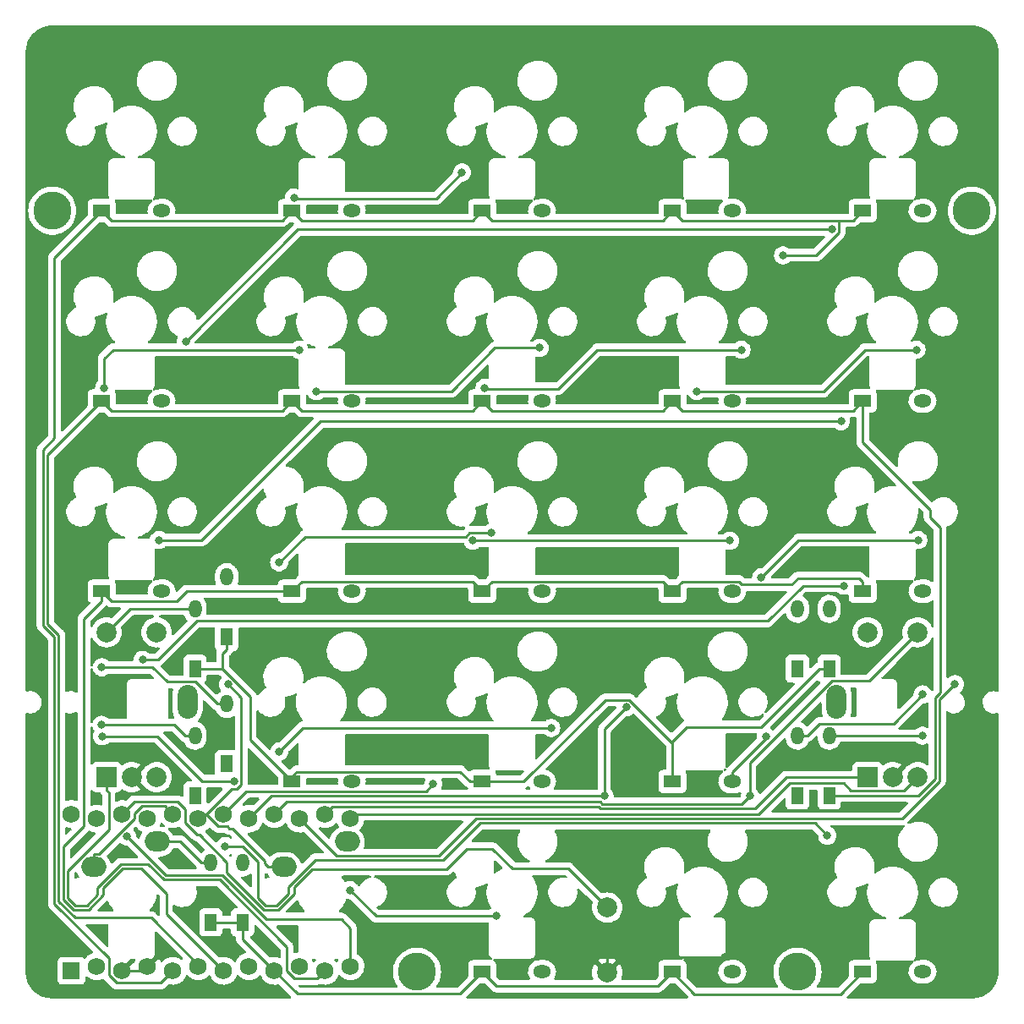
<source format=gtl>
G04 #@! TF.GenerationSoftware,KiCad,Pcbnew,(6.0.1)*
G04 #@! TF.CreationDate,2022-02-24T19:14:04+09:00*
G04 #@! TF.ProjectId,xipher_kbd,78697068-6572-45f6-9b62-642e6b696361,rev?*
G04 #@! TF.SameCoordinates,Original*
G04 #@! TF.FileFunction,Copper,L1,Top*
G04 #@! TF.FilePolarity,Positive*
%FSLAX46Y46*%
G04 Gerber Fmt 4.6, Leading zero omitted, Abs format (unit mm)*
G04 Created by KiCad (PCBNEW (6.0.1)) date 2022-02-24 19:14:04*
%MOMM*%
%LPD*%
G01*
G04 APERTURE LIST*
G04 #@! TA.AperFunction,ComponentPad*
%ADD10C,3.800000*%
G04 #@! TD*
G04 #@! TA.AperFunction,ComponentPad*
%ADD11C,2.000000*%
G04 #@! TD*
G04 #@! TA.AperFunction,ComponentPad*
%ADD12O,2.000000X3.400000*%
G04 #@! TD*
G04 #@! TA.AperFunction,ComponentPad*
%ADD13R,2.000000X2.000000*%
G04 #@! TD*
G04 #@! TA.AperFunction,ComponentPad*
%ADD14O,2.500000X2.000000*%
G04 #@! TD*
G04 #@! TA.AperFunction,ComponentPad*
%ADD15C,1.752600*%
G04 #@! TD*
G04 #@! TA.AperFunction,ComponentPad*
%ADD16R,1.752600X1.752600*%
G04 #@! TD*
G04 #@! TA.AperFunction,ComponentPad*
%ADD17R,1.778000X1.300000*%
G04 #@! TD*
G04 #@! TA.AperFunction,ComponentPad*
%ADD18O,1.778000X1.300000*%
G04 #@! TD*
G04 #@! TA.AperFunction,ComponentPad*
%ADD19O,1.300000X1.778000*%
G04 #@! TD*
G04 #@! TA.AperFunction,ComponentPad*
%ADD20R,1.300000X1.778000*%
G04 #@! TD*
G04 #@! TA.AperFunction,ViaPad*
%ADD21C,0.800000*%
G04 #@! TD*
G04 #@! TA.AperFunction,Conductor*
%ADD22C,0.250000*%
G04 #@! TD*
G04 APERTURE END LIST*
D10*
G04 #@! TO.P,REF4,1*
G04 #@! TO.N,N/C*
X71437500Y-127000000D03*
G04 #@! TD*
G04 #@! TO.P,REF3,1*
G04 #@! TO.N,N/C*
X109537500Y-127000000D03*
G04 #@! TD*
G04 #@! TO.P,REF2,1*
G04 #@! TO.N,N/C*
X34925000Y-50800000D03*
G04 #@! TD*
G04 #@! TO.P,REF1,1*
G04 #@! TO.N,N/C*
X127000000Y-50800000D03*
G04 #@! TD*
D11*
G04 #@! TO.P,SW2,S1,S1*
G04 #@! TO.N,COL4*
X121562500Y-93012500D03*
G04 #@! TO.P,SW2,S2,S2*
G04 #@! TO.N,ROT_SW1*
X116562500Y-93012500D03*
D12*
G04 #@! TO.P,SW2,MP*
G04 #@! TO.N,N/C*
X113462500Y-100012500D03*
D11*
G04 #@! TO.P,SW2,B,B*
G04 #@! TO.N,ROT1*
X121562500Y-107512500D03*
G04 #@! TO.P,SW2,C,C*
G04 #@! TO.N,GND*
X119062500Y-107512500D03*
D13*
G04 #@! TO.P,SW2,A,A*
G04 #@! TO.N,ROT0*
X116562500Y-107512500D03*
G04 #@! TD*
D11*
G04 #@! TO.P,SW3,S1,S1*
G04 #@! TO.N,COL0*
X45362500Y-93012500D03*
G04 #@! TO.P,SW3,S2,S2*
G04 #@! TO.N,ROT_SW3*
X40362500Y-93012500D03*
D12*
G04 #@! TO.P,SW3,MP*
G04 #@! TO.N,N/C*
X48462500Y-100012500D03*
D11*
G04 #@! TO.P,SW3,B,B*
G04 #@! TO.N,ROT3*
X45362500Y-107512500D03*
G04 #@! TO.P,SW3,C,C*
G04 #@! TO.N,GND*
X42862500Y-107512500D03*
D13*
G04 #@! TO.P,SW3,A,A*
G04 #@! TO.N,ROT2*
X40362500Y-107512500D03*
G04 #@! TD*
D14*
G04 #@! TO.P,SW25,1,1*
G04 #@! TO.N,COL1*
X58102500Y-116522500D03*
G04 #@! TO.P,SW25,2,2*
G04 #@! TO.N,Net-(D28-Pad2)*
X64452500Y-113982500D03*
G04 #@! TD*
G04 #@! TO.P,SW24,2,2*
G04 #@! TO.N,Net-(D27-Pad2)*
X45402500Y-113982500D03*
G04 #@! TO.P,SW24,1,1*
G04 #@! TO.N,COL0*
X39052500Y-116522500D03*
G04 #@! TD*
D15*
G04 #@! TO.P,U1,24,RAW*
G04 #@! TO.N,unconnected-(U1-Pad24)*
X36830000Y-111213900D03*
G04 #@! TO.P,U1,12,9/B5*
G04 #@! TO.N,ROT3*
X64770000Y-126453900D03*
G04 #@! TO.P,U1,23,GND*
G04 #@! TO.N,GND*
X39370000Y-111671100D03*
G04 #@! TO.P,U1,22,RST*
G04 #@! TO.N,RST*
X41910000Y-111213900D03*
G04 #@! TO.P,U1,21,VCC*
G04 #@! TO.N,VCC*
X44450000Y-111671100D03*
G04 #@! TO.P,U1,20,F4/A3*
G04 #@! TO.N,COL0*
X46990000Y-111213900D03*
G04 #@! TO.P,U1,19,F5/A2*
G04 #@! TO.N,COL1*
X49530000Y-111671100D03*
G04 #@! TO.P,U1,18,F6/A1*
G04 #@! TO.N,COL2*
X52070000Y-111213900D03*
G04 #@! TO.P,U1,17,F7/A0*
G04 #@! TO.N,COL3*
X54610000Y-111671100D03*
G04 #@! TO.P,U1,16,B1/15*
G04 #@! TO.N,COL4*
X57150000Y-111213900D03*
G04 #@! TO.P,U1,15,B3/14*
G04 #@! TO.N,COL5*
X59690000Y-111671100D03*
G04 #@! TO.P,U1,14,B2/16*
G04 #@! TO.N,ROT0*
X62230000Y-111213900D03*
G04 #@! TO.P,U1,13,B6/10*
G04 #@! TO.N,ROT1*
X64770000Y-111671100D03*
G04 #@! TO.P,U1,11,8/B4*
G04 #@! TO.N,ROT2*
X62230000Y-126911100D03*
G04 #@! TO.P,U1,10,7/E6*
G04 #@! TO.N,ROW5*
X59690000Y-126453900D03*
G04 #@! TO.P,U1,9,6/D7*
G04 #@! TO.N,ROW4*
X57150000Y-126911100D03*
G04 #@! TO.P,U1,8,5/C6*
G04 #@! TO.N,ROW3*
X54610000Y-126453900D03*
G04 #@! TO.P,U1,7,4/D4*
G04 #@! TO.N,ROW2*
X52070000Y-126911100D03*
G04 #@! TO.P,U1,6,3/D0/SCL*
G04 #@! TO.N,ROW1*
X49530000Y-126453900D03*
G04 #@! TO.P,U1,5,2/D1/SDA*
G04 #@! TO.N,ROW0*
X46990000Y-126911100D03*
G04 #@! TO.P,U1,4,GND*
G04 #@! TO.N,GND*
X44450000Y-126453900D03*
G04 #@! TO.P,U1,3,GND*
X41910000Y-126911100D03*
G04 #@! TO.P,U1,2,RX1/D2*
G04 #@! TO.N,unconnected-(U1-Pad2)*
X39370000Y-126453900D03*
D16*
G04 #@! TO.P,U1,1,TX0/D3*
G04 #@! TO.N,LED*
X36830000Y-126911100D03*
G04 #@! TD*
D17*
G04 #@! TO.P,D14,1,K*
G04 #@! TO.N,ROW2*
X77962500Y-88900000D03*
D18*
G04 #@! TO.P,D14,2,A*
G04 #@! TO.N,Net-(D14-Pad2)*
X83962500Y-88900000D03*
G04 #@! TD*
D17*
G04 #@! TO.P,D13,1,K*
G04 #@! TO.N,ROW2*
X58912500Y-88900000D03*
D18*
G04 #@! TO.P,D13,2,A*
G04 #@! TO.N,Net-(D13-Pad2)*
X64912500Y-88900000D03*
G04 #@! TD*
D17*
G04 #@! TO.P,D12,1,K*
G04 #@! TO.N,ROW2*
X39862500Y-88900000D03*
D18*
G04 #@! TO.P,D12,2,A*
G04 #@! TO.N,Net-(D12-Pad2)*
X45862500Y-88900000D03*
G04 #@! TD*
D17*
G04 #@! TO.P,D10,1,K*
G04 #@! TO.N,ROW1*
X116062500Y-69850000D03*
D18*
G04 #@! TO.P,D10,2,A*
G04 #@! TO.N,Net-(D10-Pad2)*
X122062500Y-69850000D03*
G04 #@! TD*
D17*
G04 #@! TO.P,D9,1,K*
G04 #@! TO.N,ROW1*
X97012500Y-69850000D03*
D18*
G04 #@! TO.P,D9,2,A*
G04 #@! TO.N,Net-(D9-Pad2)*
X103012500Y-69850000D03*
G04 #@! TD*
D17*
G04 #@! TO.P,D8,1,K*
G04 #@! TO.N,ROW1*
X77962500Y-69850000D03*
D18*
G04 #@! TO.P,D8,2,A*
G04 #@! TO.N,Net-(D8-Pad2)*
X83962500Y-69850000D03*
G04 #@! TD*
D17*
G04 #@! TO.P,D7,1,K*
G04 #@! TO.N,ROW1*
X58912500Y-69850000D03*
D18*
G04 #@! TO.P,D7,2,A*
G04 #@! TO.N,Net-(D7-Pad2)*
X64912500Y-69850000D03*
G04 #@! TD*
D17*
G04 #@! TO.P,D6,1,K*
G04 #@! TO.N,ROW1*
X39862500Y-69850000D03*
D18*
G04 #@! TO.P,D6,2,A*
G04 #@! TO.N,Net-(D6-Pad2)*
X45862500Y-69850000D03*
G04 #@! TD*
G04 #@! TO.P,D5,2,A*
G04 #@! TO.N,Net-(D5-Pad2)*
X122062500Y-50800000D03*
D17*
G04 #@! TO.P,D5,1,K*
G04 #@! TO.N,ROW0*
X116062500Y-50800000D03*
G04 #@! TD*
G04 #@! TO.P,D4,1,K*
G04 #@! TO.N,ROW0*
X97012500Y-50800000D03*
D18*
G04 #@! TO.P,D4,2,A*
G04 #@! TO.N,Net-(D4-Pad2)*
X103012500Y-50800000D03*
G04 #@! TD*
D17*
G04 #@! TO.P,D3,1,K*
G04 #@! TO.N,ROW0*
X77962500Y-50800000D03*
D18*
G04 #@! TO.P,D3,2,A*
G04 #@! TO.N,Net-(D3-Pad2)*
X83962500Y-50800000D03*
G04 #@! TD*
G04 #@! TO.P,D2,2,A*
G04 #@! TO.N,Net-(D2-Pad2)*
X64912500Y-50800000D03*
D17*
G04 #@! TO.P,D2,1,K*
G04 #@! TO.N,ROW0*
X58912500Y-50800000D03*
G04 #@! TD*
G04 #@! TO.P,D1,1,K*
G04 #@! TO.N,ROW0*
X39862500Y-50800000D03*
D18*
G04 #@! TO.P,D1,2,A*
G04 #@! TO.N,Net-(D1-Pad2)*
X45862500Y-50800000D03*
G04 #@! TD*
D19*
G04 #@! TO.P,D11,2,A*
G04 #@! TO.N,Net-(D11-Pad2)*
X112712500Y-103362500D03*
D20*
G04 #@! TO.P,D11,1,K*
G04 #@! TO.N,ROW1*
X112712500Y-109362500D03*
G04 #@! TD*
D17*
G04 #@! TO.P,D31,1,K*
G04 #@! TO.N,ROW4*
X116062500Y-127000000D03*
D18*
G04 #@! TO.P,D31,2,A*
G04 #@! TO.N,Net-(D31-Pad2)*
X122062500Y-127000000D03*
G04 #@! TD*
D17*
G04 #@! TO.P,D30,1,K*
G04 #@! TO.N,ROW4*
X97012500Y-127000000D03*
D18*
G04 #@! TO.P,D30,2,A*
G04 #@! TO.N,Net-(D30-Pad2)*
X103012500Y-127000000D03*
G04 #@! TD*
D17*
G04 #@! TO.P,D29,1,K*
G04 #@! TO.N,ROW4*
X77962500Y-127000000D03*
D18*
G04 #@! TO.P,D29,2,A*
G04 #@! TO.N,Net-(D29-Pad2)*
X83962500Y-127000000D03*
G04 #@! TD*
D20*
G04 #@! TO.P,D28,1,K*
G04 #@! TO.N,ROW4*
X53975000Y-122062500D03*
D19*
G04 #@! TO.P,D28,2,A*
G04 #@! TO.N,Net-(D28-Pad2)*
X53975000Y-116062500D03*
G04 #@! TD*
D20*
G04 #@! TO.P,D27,1,K*
G04 #@! TO.N,ROW4*
X50800000Y-122062500D03*
D19*
G04 #@! TO.P,D27,2,A*
G04 #@! TO.N,Net-(D27-Pad2)*
X50800000Y-116062500D03*
G04 #@! TD*
D20*
G04 #@! TO.P,D26,1,K*
G04 #@! TO.N,ROW4*
X49212500Y-109362500D03*
D19*
G04 #@! TO.P,D26,2,A*
G04 #@! TO.N,Net-(D26-Pad2)*
X49212500Y-103362500D03*
G04 #@! TD*
D20*
G04 #@! TO.P,D25,1,K*
G04 #@! TO.N,ROW3*
X52387500Y-93487500D03*
D19*
G04 #@! TO.P,D25,2,A*
G04 #@! TO.N,Net-(D25-Pad2)*
X52387500Y-87487500D03*
G04 #@! TD*
D20*
G04 #@! TO.P,D24,1,K*
G04 #@! TO.N,ROW5*
X52387500Y-106187500D03*
D19*
G04 #@! TO.P,D24,2,A*
G04 #@! TO.N,Net-(D24-Pad2)*
X52387500Y-100187500D03*
G04 #@! TD*
G04 #@! TO.P,D23,2,A*
G04 #@! TO.N,ROT_SW1*
X112712500Y-90662500D03*
D20*
G04 #@! TO.P,D23,1,K*
G04 #@! TO.N,ROW3*
X112712500Y-96662500D03*
G04 #@! TD*
D17*
G04 #@! TO.P,D22,1,K*
G04 #@! TO.N,ROW3*
X97012500Y-107950000D03*
D18*
G04 #@! TO.P,D22,2,A*
G04 #@! TO.N,Net-(D22-Pad2)*
X103012500Y-107950000D03*
G04 #@! TD*
D17*
G04 #@! TO.P,D21,1,K*
G04 #@! TO.N,ROW3*
X77962500Y-107950000D03*
D18*
G04 #@! TO.P,D21,2,A*
G04 #@! TO.N,Net-(D21-Pad2)*
X83962500Y-107950000D03*
G04 #@! TD*
D17*
G04 #@! TO.P,D20,1,K*
G04 #@! TO.N,ROW3*
X58912500Y-107950000D03*
D18*
G04 #@! TO.P,D20,2,A*
G04 #@! TO.N,Net-(D20-Pad2)*
X64912500Y-107950000D03*
G04 #@! TD*
D19*
G04 #@! TO.P,D19,2,A*
G04 #@! TO.N,ROT_SW3*
X49212500Y-90662500D03*
D20*
G04 #@! TO.P,D19,1,K*
G04 #@! TO.N,ROW3*
X49212500Y-96662500D03*
G04 #@! TD*
D19*
G04 #@! TO.P,D18,2,A*
G04 #@! TO.N,Net-(D18-Pad2)*
X109537500Y-103362500D03*
D20*
G04 #@! TO.P,D18,1,K*
G04 #@! TO.N,ROW2*
X109537500Y-109362500D03*
G04 #@! TD*
D19*
G04 #@! TO.P,D17,2,A*
G04 #@! TO.N,Net-(D17-Pad2)*
X109537500Y-90662500D03*
D20*
G04 #@! TO.P,D17,1,K*
G04 #@! TO.N,ROW0*
X109537500Y-96662500D03*
G04 #@! TD*
D17*
G04 #@! TO.P,D16,1,K*
G04 #@! TO.N,ROW2*
X116062500Y-88900000D03*
D18*
G04 #@! TO.P,D16,2,A*
G04 #@! TO.N,Net-(D16-Pad2)*
X122062500Y-88900000D03*
G04 #@! TD*
D17*
G04 #@! TO.P,D15,1,K*
G04 #@! TO.N,ROW2*
X97012500Y-88900000D03*
D18*
G04 #@! TO.P,D15,2,A*
G04 #@! TO.N,Net-(D15-Pad2)*
X103012500Y-88900000D03*
G04 #@! TD*
D11*
G04 #@! TO.P,SW1,2,2*
G04 #@! TO.N,GND*
X90487500Y-127075000D03*
G04 #@! TO.P,SW1,1,1*
G04 #@! TO.N,RST*
X90487500Y-120575000D03*
G04 #@! TD*
D21*
G04 #@! TO.N,ROT3*
X42429400Y-113455600D03*
G04 #@! TO.N,COL5*
X53110700Y-107901100D03*
X39903500Y-103421800D03*
X125308800Y-98212800D03*
G04 #@! TO.N,COL4*
X104789600Y-109377400D03*
G04 #@! TO.N,COL3*
X90210100Y-109403600D03*
X92403800Y-100512200D03*
G04 #@! TO.N,COL2*
X73072500Y-108179500D03*
G04 #@! TO.N,COL1*
X52513200Y-98226000D03*
G04 #@! TO.N,Net-(D11-Pad2)*
X122058200Y-103362500D03*
G04 #@! TO.N,Net-(D26-Pad2)*
X39849300Y-102277100D03*
G04 #@! TO.N,Net-(D24-Pad2)*
X39877700Y-96508700D03*
G04 #@! TO.N,Net-(D22-Pad2)*
X106382900Y-103441700D03*
G04 #@! TO.N,Net-(D18-Pad2)*
X122081400Y-99217800D03*
G04 #@! TO.N,ROW0*
X108104200Y-55266400D03*
G04 #@! TO.N,Net-(LED23-Pad4)*
X64729800Y-118828300D03*
X79352500Y-121423900D03*
G04 #@! TO.N,Net-(LED20-Pad2)*
X112522500Y-113370800D03*
X52252300Y-114425500D03*
G04 #@! TO.N,Net-(LED18-Pad4)*
X57662000Y-104937600D03*
X84887800Y-102583100D03*
G04 #@! TO.N,Net-(LED15-Pad2)*
X114163300Y-88336300D03*
X43974300Y-95764100D03*
G04 #@! TO.N,Net-(LED15-Pad4)*
X105910900Y-87506900D03*
X121629100Y-83768700D03*
G04 #@! TO.N,Net-(LED5-Pad2)*
X112961200Y-52665900D03*
X48275900Y-63901800D03*
G04 #@! TO.N,Net-(LED13-Pad2)*
X77037200Y-83846800D03*
X102762500Y-83846800D03*
G04 #@! TO.N,Net-(LED2-Pad2)*
X59114700Y-49487500D03*
X75959800Y-46966100D03*
G04 #@! TO.N,Net-(LED13-Pad4)*
X57636300Y-86015000D03*
X78884000Y-83028300D03*
G04 #@! TO.N,Net-(LED10-Pad2)*
X113897600Y-71879100D03*
X45612500Y-83768700D03*
G04 #@! TO.N,Net-(LED9-Pad2)*
X99457200Y-68864900D03*
X121461200Y-64718700D03*
G04 #@! TO.N,Net-(LED8-Pad2)*
X78212500Y-68537500D03*
X103937800Y-64718800D03*
G04 #@! TO.N,Net-(LED7-Pad2)*
X61364900Y-68874600D03*
X83712500Y-64542400D03*
G04 #@! TO.N,GND*
X102275000Y-125577500D03*
X85165300Y-124290300D03*
G04 #@! TO.N,Net-(LED6-Pad2)*
X59650000Y-64718700D03*
X40112500Y-68550300D03*
G04 #@! TD*
D22*
G04 #@! TO.N,ROW1*
X49530000Y-126271428D02*
X49530000Y-126453900D01*
X35570920Y-119947420D02*
X37223980Y-121600480D01*
X34449520Y-92158502D02*
X35570920Y-93279903D01*
X44859052Y-121600480D02*
X49530000Y-126271428D01*
X34449520Y-75262980D02*
X34449520Y-92158502D01*
X39862500Y-69850000D02*
X34449520Y-75262980D01*
X35570920Y-93279903D02*
X35570920Y-119947420D01*
X37223980Y-121600480D02*
X44859052Y-121600480D01*
G04 #@! TO.N,ROW0*
X45776400Y-128124700D02*
X46990000Y-126911100D01*
X41370600Y-128124700D02*
X45776400Y-128124700D01*
X40572700Y-127326800D02*
X41370600Y-128124700D01*
X40572700Y-125623200D02*
X40572700Y-127326800D01*
X35121400Y-120171900D02*
X40572700Y-125623200D01*
X34000000Y-92344700D02*
X35121400Y-93466100D01*
X35121400Y-73600000D02*
X34000000Y-74721400D01*
X34000000Y-74721400D02*
X34000000Y-92344700D01*
X35121400Y-55541100D02*
X35121400Y-73600000D01*
X39862500Y-50800000D02*
X35121400Y-55541100D01*
X35121400Y-93466100D02*
X35121400Y-120171900D01*
G04 #@! TO.N,ROW1*
X116062500Y-73970400D02*
X116062500Y-69850000D01*
X122817979Y-81511136D02*
X122817979Y-80725879D01*
X123825000Y-82518157D02*
X122817979Y-81511136D01*
X123317180Y-99568702D02*
X123825000Y-99060882D01*
X123317180Y-107691820D02*
X123317180Y-99568702D01*
X123825000Y-99060882D02*
X123825000Y-82518157D01*
X121646500Y-109362500D02*
X123317180Y-107691820D01*
X112712500Y-109362500D02*
X121646500Y-109362500D01*
X122817979Y-80725879D02*
X116062500Y-73970400D01*
G04 #@! TO.N,ROW4*
X59465500Y-129226600D02*
X57150000Y-126911100D01*
X75735900Y-129226600D02*
X59465500Y-129226600D01*
X77962500Y-127000000D02*
X75735900Y-129226600D01*
X95582600Y-128429900D02*
X97012500Y-127000000D01*
X79392400Y-128429900D02*
X95582600Y-128429900D01*
X77962500Y-127000000D02*
X79392400Y-128429900D01*
X113832400Y-129230100D02*
X116062500Y-127000000D01*
X99242600Y-129230100D02*
X113832400Y-129230100D01*
X97012500Y-127000000D02*
X99242600Y-129230100D01*
G04 #@! TO.N,ROW3*
X54748600Y-99435600D02*
X51975500Y-96662500D01*
X54748600Y-103786100D02*
X54748600Y-99435600D01*
X58912500Y-107950000D02*
X54748600Y-103786100D01*
G04 #@! TO.N,ROW2*
X48379900Y-88900000D02*
X58912500Y-88900000D01*
X47404600Y-89875300D02*
X48379900Y-88900000D01*
X40837800Y-89875300D02*
X47404600Y-89875300D01*
X39862500Y-88900000D02*
X40837800Y-89875300D01*
X59887020Y-87925480D02*
X58912500Y-88900000D01*
X76987980Y-87925480D02*
X59887020Y-87925480D01*
X77962500Y-88900000D02*
X76987980Y-87925480D01*
X78937800Y-87924700D02*
X77962500Y-88900000D01*
X96037200Y-87924700D02*
X78937800Y-87924700D01*
X97012500Y-88900000D02*
X96037200Y-87924700D01*
X115724800Y-87587000D02*
X116062500Y-87924700D01*
X109578100Y-87587000D02*
X115724800Y-87587000D01*
X108932900Y-88232200D02*
X109578100Y-87587000D01*
X103655159Y-87925480D02*
X103961879Y-88232200D01*
X97987020Y-87925480D02*
X103655159Y-87925480D01*
X116062500Y-87924700D02*
X116062500Y-88900000D01*
X97012500Y-88900000D02*
X97987020Y-87925480D01*
X103961879Y-88232200D02*
X108932900Y-88232200D01*
G04 #@! TO.N,ROW0*
X115087200Y-51775300D02*
X113712600Y-51775300D01*
X116062500Y-50800000D02*
X115087200Y-51775300D01*
X97987800Y-51775300D02*
X113712600Y-51775300D01*
X97012500Y-50800000D02*
X97987800Y-51775300D01*
X78937800Y-51775300D02*
X77962500Y-50800000D01*
X96037200Y-51775300D02*
X78937800Y-51775300D01*
X97012500Y-50800000D02*
X96037200Y-51775300D01*
X76987200Y-51775300D02*
X77962500Y-50800000D01*
X58912500Y-50800000D02*
X59887800Y-51775300D01*
X59887800Y-51775300D02*
X76987200Y-51775300D01*
X40837800Y-51775300D02*
X39862500Y-50800000D01*
X58912500Y-50800000D02*
X57937200Y-51775300D01*
X57937200Y-51775300D02*
X40837800Y-51775300D01*
G04 #@! TO.N,ROW1*
X57937200Y-70825300D02*
X40837800Y-70825300D01*
X40837800Y-70825300D02*
X39862500Y-69850000D01*
X58912500Y-69850000D02*
X57937200Y-70825300D01*
X59887800Y-70825300D02*
X58912500Y-69850000D01*
X76987200Y-70825300D02*
X59887800Y-70825300D01*
X77962500Y-69850000D02*
X76987200Y-70825300D01*
X78937800Y-70825300D02*
X77962500Y-69850000D01*
X97012500Y-69850000D02*
X96037200Y-70825300D01*
X96037200Y-70825300D02*
X78937800Y-70825300D01*
X115087200Y-70825300D02*
X97987800Y-70825300D01*
X97987800Y-70825300D02*
X97012500Y-69850000D01*
X116062500Y-69850000D02*
X115087200Y-70825300D01*
G04 #@! TO.N,ROT3*
X46310500Y-117336700D02*
X42429400Y-113455600D01*
X51996600Y-117336700D02*
X46310500Y-117336700D01*
X56388000Y-121728100D02*
X51996600Y-117336700D01*
X63863200Y-121728100D02*
X56388000Y-121728100D01*
X64770000Y-122634900D02*
X63863200Y-121728100D01*
X64770000Y-126453900D02*
X64770000Y-122634900D01*
G04 #@! TO.N,COL5*
X49951100Y-107901100D02*
X53110700Y-107901100D01*
X45471800Y-103421800D02*
X49951100Y-107901100D01*
X39903500Y-103421800D02*
X45471800Y-103421800D01*
X63368000Y-115349100D02*
X59690000Y-111671100D01*
X73665300Y-115349100D02*
X63368000Y-115349100D01*
X77343100Y-111671300D02*
X73665300Y-115349100D01*
X119992200Y-111671300D02*
X77343100Y-111671300D01*
X123766700Y-107896800D02*
X119992200Y-111671300D01*
X123766700Y-99754900D02*
X123766700Y-107896800D01*
X125308800Y-98212800D02*
X123766700Y-99754900D01*
G04 #@! TO.N,ROT0*
X116562500Y-107512500D02*
X115237200Y-107512500D01*
X108425000Y-107512500D02*
X115237200Y-107512500D01*
X105302000Y-110635500D02*
X108425000Y-107512500D01*
X89779400Y-110635500D02*
X105302000Y-110635500D01*
X89599600Y-110455700D02*
X89779400Y-110635500D01*
X62988200Y-110455700D02*
X89599600Y-110455700D01*
X62230000Y-111213900D02*
X62988200Y-110455700D01*
G04 #@! TO.N,ROT1*
X65220100Y-111221000D02*
X64770000Y-111671100D01*
X105671900Y-111221000D02*
X65220100Y-111221000D01*
X108767600Y-108125300D02*
X105671900Y-111221000D01*
X114158600Y-108125300D02*
X108767600Y-108125300D01*
X114886300Y-108853000D02*
X114158600Y-108125300D01*
X120222000Y-108853000D02*
X114886300Y-108853000D01*
X121562500Y-107512500D02*
X120222000Y-108853000D01*
G04 #@! TO.N,ROT2*
X40572800Y-109048100D02*
X40362500Y-108837800D01*
X40572800Y-112800500D02*
X40572800Y-109048100D01*
X36495600Y-116877700D02*
X40572800Y-112800500D01*
X36495600Y-119598300D02*
X36495600Y-116877700D01*
X37247200Y-120349900D02*
X36495600Y-119598300D01*
X38374000Y-120349900D02*
X37247200Y-120349900D01*
X39405600Y-119318300D02*
X38374000Y-120349900D01*
X39405600Y-118591300D02*
X39405600Y-119318300D01*
X41760200Y-116236700D02*
X39405600Y-118591300D01*
X44530400Y-116236700D02*
X41760200Y-116236700D01*
X46080900Y-117787200D02*
X44530400Y-116236700D01*
X51705800Y-117787200D02*
X46080900Y-117787200D01*
X58420000Y-124501400D02*
X51705800Y-117787200D01*
X58420000Y-126938200D02*
X58420000Y-124501400D01*
X59145700Y-127663900D02*
X58420000Y-126938200D01*
X61477200Y-127663900D02*
X59145700Y-127663900D01*
X62230000Y-126911100D02*
X61477200Y-127663900D01*
X40362500Y-107512500D02*
X40362500Y-108837800D01*
G04 #@! TO.N,COL4*
X58361500Y-110002400D02*
X57150000Y-111213900D01*
X89783200Y-110002400D02*
X58361500Y-110002400D01*
X89966000Y-110185200D02*
X89783200Y-110002400D01*
X103981800Y-110185200D02*
X89966000Y-110185200D01*
X104789600Y-109377400D02*
X103981800Y-110185200D01*
X104789600Y-106092400D02*
X104789600Y-109377400D01*
X112996700Y-97885300D02*
X104789600Y-106092400D01*
X116689700Y-97885300D02*
X112996700Y-97885300D01*
X121562500Y-93012500D02*
X116689700Y-97885300D01*
G04 #@! TO.N,COL3*
X56877500Y-109403600D02*
X54610000Y-111671100D01*
X90210100Y-109403600D02*
X56877500Y-109403600D01*
X90210100Y-102705900D02*
X90210100Y-109403600D01*
X92403800Y-100512200D02*
X90210100Y-102705900D01*
G04 #@! TO.N,COL2*
X54358500Y-108925400D02*
X52070000Y-111213900D01*
X72326600Y-108925400D02*
X54358500Y-108925400D01*
X73072500Y-108179500D02*
X72326600Y-108925400D01*
G04 #@! TO.N,COL1*
X58102500Y-116522500D02*
X56527200Y-116522500D01*
X49934000Y-111267100D02*
X49530000Y-111671100D01*
X50310000Y-111267100D02*
X49934000Y-111267100D01*
X50329700Y-111247400D02*
X50310000Y-111267100D01*
X53854700Y-99567500D02*
X52513200Y-98226000D01*
X53854700Y-108254400D02*
X53854700Y-99567500D01*
X53411200Y-108697900D02*
X53854700Y-108254400D01*
X52879200Y-108697900D02*
X53411200Y-108697900D01*
X50329700Y-111247400D02*
X52879200Y-108697900D01*
X51508800Y-112426600D02*
X50329700Y-111247400D01*
X52431300Y-112426600D02*
X51508800Y-112426600D01*
X52649500Y-112644800D02*
X52431300Y-112426600D01*
X52967900Y-112644800D02*
X52649500Y-112644800D01*
X56189000Y-115865900D02*
X52967900Y-112644800D01*
X56189000Y-116184300D02*
X56189000Y-115865900D01*
X56527200Y-116522500D02*
X56189000Y-116184300D01*
G04 #@! TO.N,COL0*
X46207500Y-110431400D02*
X46990000Y-111213900D01*
X43872900Y-110431400D02*
X46207500Y-110431400D01*
X43180000Y-111124300D02*
X43872900Y-110431400D01*
X43180000Y-111643500D02*
X43180000Y-111124300D01*
X39626300Y-115197200D02*
X43180000Y-111643500D01*
X39052500Y-115197200D02*
X39626300Y-115197200D01*
X39052500Y-116522500D02*
X39052500Y-115197200D01*
G04 #@! TO.N,Net-(D11-Pad2)*
X112712500Y-103362500D02*
X122058200Y-103362500D01*
G04 #@! TO.N,Net-(D27-Pad2)*
X47744700Y-113982500D02*
X45402500Y-113982500D01*
X49824700Y-116062500D02*
X47744700Y-113982500D01*
X50800000Y-116062500D02*
X49824700Y-116062500D01*
G04 #@! TO.N,Net-(D26-Pad2)*
X49212500Y-103362500D02*
X48237200Y-103362500D01*
X47151800Y-102277100D02*
X39849300Y-102277100D01*
X48237200Y-103362500D02*
X47151800Y-102277100D01*
G04 #@! TO.N,ROW4*
X50800000Y-122062500D02*
X53975000Y-122062500D01*
X53975000Y-123736100D02*
X57150000Y-126911100D01*
X53975000Y-122062500D02*
X53975000Y-123736100D01*
G04 #@! TO.N,Net-(D24-Pad2)*
X52387500Y-100187500D02*
X51412200Y-100187500D01*
X49207500Y-97982800D02*
X51412200Y-100187500D01*
X46445200Y-97982800D02*
X49207500Y-97982800D01*
X44971100Y-96508700D02*
X46445200Y-97982800D01*
X39877700Y-96508700D02*
X44971100Y-96508700D01*
G04 #@! TO.N,Net-(D22-Pad2)*
X103012500Y-107950000D02*
X103012500Y-106974700D01*
X106382900Y-103604300D02*
X106382900Y-103441700D01*
X103012500Y-106974700D02*
X106382900Y-103604300D01*
G04 #@! TO.N,ROT_SW3*
X42712500Y-90662500D02*
X40362500Y-93012500D01*
X49212500Y-90662500D02*
X42712500Y-90662500D01*
G04 #@! TO.N,ROW3*
X58912500Y-107950000D02*
X58912500Y-107462300D01*
X75769200Y-106971000D02*
X76748200Y-107950000D01*
X59403800Y-106971000D02*
X75769200Y-106971000D01*
X58912500Y-107462300D02*
X59403800Y-106971000D01*
X52387500Y-93487500D02*
X52387500Y-94701800D01*
X51975500Y-95113800D02*
X52387500Y-94701800D01*
X51975500Y-96662500D02*
X51975500Y-95113800D01*
X51975500Y-96662500D02*
X49212500Y-96662500D01*
X77355400Y-107950000D02*
X76748200Y-107950000D01*
X77355400Y-107950000D02*
X77962500Y-107950000D01*
X112712500Y-96662500D02*
X111737200Y-96662500D01*
X98474000Y-102486500D02*
X96948200Y-104012300D01*
X105913200Y-102486500D02*
X98474000Y-102486500D01*
X111737200Y-96662500D02*
X105913200Y-102486500D01*
X92722200Y-99786400D02*
X96948200Y-104012300D01*
X90276100Y-99786400D02*
X92722200Y-99786400D01*
X82112500Y-107950000D02*
X90276100Y-99786400D01*
X77962500Y-107950000D02*
X82112500Y-107950000D01*
X97012500Y-104076700D02*
X97012500Y-107950000D01*
X96948200Y-104012300D02*
X97012500Y-104076700D01*
G04 #@! TO.N,Net-(D18-Pad2)*
X109537500Y-103362500D02*
X110512800Y-103362500D01*
X119161800Y-102137400D02*
X122081400Y-99217800D01*
X111737900Y-102137400D02*
X119161800Y-102137400D01*
X110512800Y-103362500D02*
X111737900Y-102137400D01*
G04 #@! TO.N,ROW0*
X111416200Y-55266400D02*
X108104200Y-55266400D01*
X113712600Y-52970000D02*
X111416200Y-55266400D01*
X113712600Y-51775300D02*
X113712600Y-52970000D01*
G04 #@! TO.N,ROW2*
X39862500Y-88900000D02*
X39862500Y-89875300D01*
X46356200Y-121197300D02*
X52070000Y-126911100D01*
X46356200Y-119193300D02*
X46356200Y-121197300D01*
X43853700Y-116690800D02*
X46356200Y-119193300D01*
X41943000Y-116690800D02*
X43853700Y-116690800D01*
X40045900Y-118587900D02*
X41943000Y-116690800D01*
X40045900Y-119314900D02*
X40045900Y-118587900D01*
X38560600Y-120800200D02*
X40045900Y-119314900D01*
X37060600Y-120800200D02*
X38560600Y-120800200D01*
X36045300Y-119784900D02*
X37060600Y-120800200D01*
X36045300Y-114473700D02*
X36045300Y-119784900D01*
X38100000Y-112419000D02*
X36045300Y-114473700D01*
X38100000Y-91637800D02*
X38100000Y-112419000D01*
X39862500Y-89875300D02*
X38100000Y-91637800D01*
G04 #@! TO.N,RST*
X86599600Y-116687100D02*
X90487500Y-120575000D01*
X81001400Y-116687100D02*
X86599600Y-116687100D01*
X79008200Y-114693900D02*
X81001400Y-116687100D01*
X76399600Y-114693900D02*
X79008200Y-114693900D01*
X74356400Y-116737100D02*
X76399600Y-114693900D01*
X60946800Y-116737100D02*
X74356400Y-116737100D01*
X59133800Y-118550100D02*
X60946800Y-116737100D01*
X59133800Y-119202100D02*
X59133800Y-118550100D01*
X57530700Y-120805200D02*
X59133800Y-119202100D01*
X56104900Y-120805200D02*
X57530700Y-120805200D01*
X52387500Y-117087800D02*
X56104900Y-120805200D01*
X52387500Y-116023400D02*
X52387500Y-117087800D01*
X49638400Y-113274300D02*
X52387500Y-116023400D01*
X49392600Y-113274300D02*
X49638400Y-113274300D01*
X48237100Y-112118800D02*
X49392600Y-113274300D01*
X48237100Y-110748200D02*
X48237100Y-112118800D01*
X47469900Y-109981000D02*
X48237100Y-110748200D01*
X43142900Y-109981000D02*
X47469900Y-109981000D01*
X41910000Y-111213900D02*
X43142900Y-109981000D01*
G04 #@! TO.N,Net-(LED23-Pad4)*
X67325400Y-121423900D02*
X79352500Y-121423900D01*
X64729800Y-118828300D02*
X67325400Y-121423900D01*
G04 #@! TO.N,Net-(LED20-Pad2)*
X54032300Y-114425500D02*
X52252300Y-114425500D01*
X55556400Y-115949600D02*
X54032300Y-114425500D01*
X55556400Y-119619800D02*
X55556400Y-115949600D01*
X56291500Y-120354900D02*
X55556400Y-119619800D01*
X57344100Y-120354900D02*
X56291500Y-120354900D01*
X58524600Y-119174400D02*
X57344100Y-120354900D01*
X58524600Y-118522400D02*
X58524600Y-119174400D01*
X61245000Y-115802000D02*
X58524600Y-118522400D01*
X74074600Y-115802000D02*
X61245000Y-115802000D01*
X77755000Y-112121600D02*
X74074600Y-115802000D01*
X111273300Y-112121600D02*
X77755000Y-112121600D01*
X112522500Y-113370800D02*
X111273300Y-112121600D01*
G04 #@! TO.N,Net-(LED18-Pad4)*
X60016500Y-102583100D02*
X84887800Y-102583100D01*
X57662000Y-104937600D02*
X60016500Y-102583100D01*
G04 #@! TO.N,Net-(LED15-Pad2)*
X45498600Y-95764100D02*
X43974300Y-95764100D01*
X49385800Y-91876900D02*
X45498600Y-95764100D01*
X106560600Y-91876900D02*
X49385800Y-91876900D01*
X110101200Y-88336300D02*
X106560600Y-91876900D01*
X114163300Y-88336300D02*
X110101200Y-88336300D01*
G04 #@! TO.N,Net-(LED15-Pad4)*
X109649100Y-83768700D02*
X105910900Y-87506900D01*
X121629100Y-83768700D02*
X109649100Y-83768700D01*
G04 #@! TO.N,Net-(LED5-Pad2)*
X59511800Y-52665900D02*
X48275900Y-63901800D01*
X112961200Y-52665900D02*
X59511800Y-52665900D01*
G04 #@! TO.N,Net-(LED13-Pad2)*
X102762500Y-83846800D02*
X77037200Y-83846800D01*
G04 #@! TO.N,Net-(LED2-Pad2)*
X59191600Y-49564400D02*
X59114700Y-49487500D01*
X73361500Y-49564400D02*
X59191600Y-49564400D01*
X75959800Y-46966100D02*
X73361500Y-49564400D01*
G04 #@! TO.N,Net-(LED13-Pad4)*
X60214700Y-83436600D02*
X57636300Y-86015000D01*
X76305600Y-83436600D02*
X60214700Y-83436600D01*
X76713900Y-83028300D02*
X76305600Y-83436600D01*
X78884000Y-83028300D02*
X76713900Y-83028300D01*
G04 #@! TO.N,Net-(LED10-Pad2)*
X49881300Y-83768700D02*
X45612500Y-83768700D01*
X61770900Y-71879100D02*
X49881300Y-83768700D01*
X113897600Y-71879100D02*
X61770900Y-71879100D01*
G04 #@! TO.N,Net-(LED9-Pad2)*
X112139700Y-68864900D02*
X99457200Y-68864900D01*
X116285900Y-64718700D02*
X112139700Y-68864900D01*
X121461200Y-64718700D02*
X116285900Y-64718700D01*
G04 #@! TO.N,Net-(LED8-Pad2)*
X78296800Y-68621800D02*
X78212500Y-68537500D01*
X85591400Y-68621800D02*
X78296800Y-68621800D01*
X89494400Y-64718800D02*
X85591400Y-68621800D01*
X103937800Y-64718800D02*
X89494400Y-64718800D01*
G04 #@! TO.N,Net-(LED7-Pad2)*
X74901700Y-68874600D02*
X61364900Y-68874600D01*
X79233900Y-64542400D02*
X74901700Y-68874600D01*
X83712500Y-64542400D02*
X79233900Y-64542400D01*
G04 #@! TO.N,GND*
X90487500Y-127075000D02*
X90487500Y-125577500D01*
X102275000Y-125577500D02*
X90487500Y-125577500D01*
X86452500Y-125577500D02*
X85165300Y-124290300D01*
X90487500Y-125577500D02*
X86452500Y-125577500D01*
X43992800Y-126911100D02*
X44450000Y-126453900D01*
X41910000Y-126911100D02*
X43992800Y-126911100D01*
G04 #@! TO.N,Net-(LED6-Pad2)*
X40112600Y-68550300D02*
X40112500Y-68550300D01*
X40112600Y-65614800D02*
X40112600Y-68550300D01*
X41008700Y-64718700D02*
X40112600Y-65614800D01*
X59650000Y-64718700D02*
X41008700Y-64718700D01*
G04 #@! TD*
G04 #@! TA.AperFunction,Conductor*
G04 #@! TO.N,GND*
G36*
X126970057Y-32259500D02*
G01*
X126984858Y-32261805D01*
X126984861Y-32261805D01*
X126993730Y-32263186D01*
X127002632Y-32262022D01*
X127002634Y-32262022D01*
X127006962Y-32261456D01*
X127011695Y-32260837D01*
X127035093Y-32259971D01*
X127291550Y-32274374D01*
X127305579Y-32275954D01*
X127586492Y-32323683D01*
X127600257Y-32326824D01*
X127874065Y-32405707D01*
X127887385Y-32410368D01*
X128150635Y-32519410D01*
X128163358Y-32525537D01*
X128272236Y-32585712D01*
X128412738Y-32663365D01*
X128424701Y-32670882D01*
X128657073Y-32835758D01*
X128668121Y-32844568D01*
X128880578Y-33034431D01*
X128890569Y-33044422D01*
X129080432Y-33256879D01*
X129089242Y-33267927D01*
X129254118Y-33500299D01*
X129261635Y-33512262D01*
X129399461Y-33761638D01*
X129405590Y-33774365D01*
X129514632Y-34037615D01*
X129519293Y-34050935D01*
X129563856Y-34205616D01*
X129598175Y-34324740D01*
X129601319Y-34338515D01*
X129649045Y-34619414D01*
X129650627Y-34633455D01*
X129664620Y-34882622D01*
X129663318Y-34909068D01*
X129663196Y-34909850D01*
X129663196Y-34909856D01*
X129661814Y-34918730D01*
X129662979Y-34927637D01*
X129665936Y-34950251D01*
X129667000Y-34966589D01*
X129667000Y-98825027D01*
X129646998Y-98893148D01*
X129593342Y-98939641D01*
X129523068Y-98949745D01*
X129507598Y-98946360D01*
X129503763Y-98944814D01*
X129497879Y-98943665D01*
X129497876Y-98943664D01*
X129380479Y-98920738D01*
X129296163Y-98904272D01*
X129290601Y-98904000D01*
X129134654Y-98904000D01*
X128976934Y-98919048D01*
X128773966Y-98978592D01*
X128768639Y-98981336D01*
X128768638Y-98981336D01*
X128591251Y-99072696D01*
X128591248Y-99072698D01*
X128585920Y-99075442D01*
X128419580Y-99206104D01*
X128415648Y-99210635D01*
X128415645Y-99210638D01*
X128319941Y-99320928D01*
X128280948Y-99365863D01*
X128277948Y-99371049D01*
X128277945Y-99371053D01*
X128220764Y-99469895D01*
X128175027Y-99548954D01*
X128105639Y-99748771D01*
X128104778Y-99754706D01*
X128104778Y-99754708D01*
X128081453Y-99915581D01*
X128075287Y-99958104D01*
X128085067Y-100169399D01*
X128086471Y-100175224D01*
X128086471Y-100175225D01*
X128128993Y-100351663D01*
X128134625Y-100375034D01*
X128137107Y-100380492D01*
X128137108Y-100380496D01*
X128180553Y-100476046D01*
X128222174Y-100567587D01*
X128344554Y-100740111D01*
X128497350Y-100886381D01*
X128675048Y-101001120D01*
X128707211Y-101014082D01*
X128865668Y-101077942D01*
X128865671Y-101077943D01*
X128871237Y-101080186D01*
X129078837Y-101120728D01*
X129084399Y-101121000D01*
X129240346Y-101121000D01*
X129398066Y-101105952D01*
X129403820Y-101104264D01*
X129403830Y-101104262D01*
X129505530Y-101074426D01*
X129576527Y-101074442D01*
X129636244Y-101112840D01*
X129665722Y-101177428D01*
X129667000Y-101195330D01*
X129667000Y-126950672D01*
X129665500Y-126970056D01*
X129661814Y-126993730D01*
X129662978Y-127002632D01*
X129662978Y-127002634D01*
X129664163Y-127011692D01*
X129665029Y-127035093D01*
X129655197Y-127210176D01*
X129650627Y-127291545D01*
X129649046Y-127305579D01*
X129605284Y-127563146D01*
X129601319Y-127586485D01*
X129598176Y-127600257D01*
X129519293Y-127874065D01*
X129514632Y-127887385D01*
X129405592Y-128150631D01*
X129399463Y-128163358D01*
X129325655Y-128296903D01*
X129261635Y-128412738D01*
X129254118Y-128424701D01*
X129089242Y-128657073D01*
X129080433Y-128668120D01*
X128907795Y-128861302D01*
X128890569Y-128880578D01*
X128880579Y-128890568D01*
X128689387Y-129061428D01*
X128668121Y-129080432D01*
X128657073Y-129089242D01*
X128424701Y-129254118D01*
X128412738Y-129261635D01*
X128163358Y-129399463D01*
X128150635Y-129405590D01*
X127887385Y-129514632D01*
X127874065Y-129519293D01*
X127600257Y-129598176D01*
X127586492Y-129601317D01*
X127305579Y-129649046D01*
X127291550Y-129650626D01*
X127203216Y-129655587D01*
X127042378Y-129664620D01*
X127015932Y-129663318D01*
X127015150Y-129663196D01*
X127015144Y-129663196D01*
X127006270Y-129661814D01*
X126974749Y-129665936D01*
X126958411Y-129667000D01*
X114595594Y-129667000D01*
X114527473Y-129646998D01*
X114480980Y-129593342D01*
X114470876Y-129523068D01*
X114500370Y-129458488D01*
X114506499Y-129451905D01*
X115762999Y-128195405D01*
X115825311Y-128161379D01*
X115852094Y-128158500D01*
X116999634Y-128158500D01*
X117061816Y-128151745D01*
X117198205Y-128100615D01*
X117314761Y-128013261D01*
X117402115Y-127896705D01*
X117453245Y-127760316D01*
X117460000Y-127698134D01*
X117460000Y-126301866D01*
X117453245Y-126239684D01*
X117402115Y-126103295D01*
X117388077Y-126084564D01*
X117363230Y-126018057D01*
X117378284Y-125948675D01*
X117428459Y-125898445D01*
X117488904Y-125883000D01*
X120853798Y-125883000D01*
X120854569Y-125883002D01*
X120932152Y-125883476D01*
X120940781Y-125881010D01*
X120940786Y-125881009D01*
X120960548Y-125875361D01*
X120977309Y-125871783D01*
X121006544Y-125867596D01*
X121006982Y-125870652D01*
X121062609Y-125870708D01*
X121122296Y-125909152D01*
X121151724Y-125973763D01*
X121141548Y-126044027D01*
X121102377Y-126092526D01*
X121044991Y-126135378D01*
X120900463Y-126291729D01*
X120786847Y-126471799D01*
X120707949Y-126669559D01*
X120706823Y-126675219D01*
X120706822Y-126675223D01*
X120668662Y-126867068D01*
X120666411Y-126878385D01*
X120666335Y-126884160D01*
X120666335Y-126884164D01*
X120665211Y-126970057D01*
X120663624Y-127091284D01*
X120664603Y-127096981D01*
X120664603Y-127096982D01*
X120698035Y-127291545D01*
X120699681Y-127301126D01*
X120773375Y-127500884D01*
X120882239Y-127683866D01*
X121022625Y-127843946D01*
X121189833Y-127975762D01*
X121194944Y-127978451D01*
X121194947Y-127978453D01*
X121261106Y-128013261D01*
X121378262Y-128074900D01*
X121383783Y-128076614D01*
X121383787Y-128076616D01*
X121554123Y-128129506D01*
X121581602Y-128138039D01*
X121754482Y-128158500D01*
X122355513Y-128158500D01*
X122459218Y-128148971D01*
X122507770Y-128144510D01*
X122507773Y-128144509D01*
X122513524Y-128143981D01*
X122534593Y-128138039D01*
X122712889Y-128087754D01*
X122712891Y-128087753D01*
X122718448Y-128086186D01*
X122723623Y-128083634D01*
X122723628Y-128083632D01*
X122904227Y-127994570D01*
X122909408Y-127992015D01*
X123080009Y-127864622D01*
X123224537Y-127708271D01*
X123338153Y-127528201D01*
X123417051Y-127330441D01*
X123421805Y-127306544D01*
X123457462Y-127127282D01*
X123457462Y-127127280D01*
X123458589Y-127121615D01*
X123458814Y-127104487D01*
X123460061Y-127009161D01*
X123461376Y-126908716D01*
X123455952Y-126877150D01*
X123426297Y-126704564D01*
X123426296Y-126704561D01*
X123425319Y-126698874D01*
X123351625Y-126499116D01*
X123242761Y-126316134D01*
X123102375Y-126156054D01*
X122935167Y-126024238D01*
X122930056Y-126021549D01*
X122930053Y-126021547D01*
X122826539Y-125967085D01*
X122746738Y-125925100D01*
X122741217Y-125923386D01*
X122741213Y-125923384D01*
X122548921Y-125863676D01*
X122548922Y-125863676D01*
X122543398Y-125861961D01*
X122370518Y-125841500D01*
X121769487Y-125841500D01*
X121683855Y-125849368D01*
X121617230Y-125855490D01*
X121617227Y-125855491D01*
X121611476Y-125856019D01*
X121605917Y-125857587D01*
X121605916Y-125857587D01*
X121412111Y-125912246D01*
X121412109Y-125912247D01*
X121406552Y-125913814D01*
X121380422Y-125926700D01*
X121310480Y-125938889D01*
X121245050Y-125911329D01*
X121204908Y-125852770D01*
X121202797Y-125781805D01*
X121237636Y-125725954D01*
X121236547Y-125725004D01*
X121242449Y-125718239D01*
X121249247Y-125712381D01*
X121254126Y-125704853D01*
X121254129Y-125704850D01*
X121263196Y-125690861D01*
X121274486Y-125675987D01*
X121281897Y-125667595D01*
X121291456Y-125656772D01*
X121295756Y-125647615D01*
X121303965Y-125630129D01*
X121304010Y-125630034D01*
X121312324Y-125615065D01*
X121328393Y-125590273D01*
X121335739Y-125565709D01*
X121342401Y-125548264D01*
X121347391Y-125537635D01*
X121353299Y-125525052D01*
X121357843Y-125495870D01*
X121361626Y-125479151D01*
X121367514Y-125459464D01*
X121367515Y-125459461D01*
X121370087Y-125450859D01*
X121370145Y-125441469D01*
X121370262Y-125422264D01*
X121370297Y-125416444D01*
X121370330Y-125415672D01*
X121370500Y-125414577D01*
X121370500Y-125383702D01*
X121370502Y-125382932D01*
X121370952Y-125309284D01*
X121370952Y-125309283D01*
X121370976Y-125305348D01*
X121370592Y-125304004D01*
X121370500Y-125302659D01*
X121370500Y-122283702D01*
X121370502Y-122282932D01*
X121370604Y-122266298D01*
X121370976Y-122205348D01*
X121368510Y-122196719D01*
X121368509Y-122196714D01*
X121362861Y-122176952D01*
X121359283Y-122160191D01*
X121356370Y-122139848D01*
X121356367Y-122139838D01*
X121355095Y-122130955D01*
X121344479Y-122107605D01*
X121338036Y-122090093D01*
X121333454Y-122074063D01*
X121330988Y-122065435D01*
X121315226Y-122040452D01*
X121307096Y-122025386D01*
X121294867Y-121998490D01*
X121278126Y-121979061D01*
X121267021Y-121964053D01*
X121261323Y-121955021D01*
X121253340Y-121942369D01*
X121231203Y-121922818D01*
X121219159Y-121910626D01*
X121205739Y-121895051D01*
X121205737Y-121895050D01*
X121199881Y-121888253D01*
X121192353Y-121883374D01*
X121192350Y-121883371D01*
X121178361Y-121874304D01*
X121163487Y-121863014D01*
X121151002Y-121851988D01*
X121144272Y-121846044D01*
X121136146Y-121842229D01*
X121136145Y-121842228D01*
X121130479Y-121839568D01*
X121117534Y-121833490D01*
X121102565Y-121825176D01*
X121077773Y-121809107D01*
X121053209Y-121801761D01*
X121035764Y-121795099D01*
X121028509Y-121791693D01*
X121012552Y-121784201D01*
X120983370Y-121779657D01*
X120966651Y-121775874D01*
X120946964Y-121769986D01*
X120946961Y-121769985D01*
X120938359Y-121767413D01*
X120929384Y-121767358D01*
X120929383Y-121767358D01*
X120922690Y-121767317D01*
X120903944Y-121767203D01*
X120903172Y-121767170D01*
X120902077Y-121767000D01*
X120871202Y-121767000D01*
X120870432Y-121766998D01*
X120796784Y-121766548D01*
X120796783Y-121766548D01*
X120792848Y-121766524D01*
X120791504Y-121766908D01*
X120790159Y-121767000D01*
X119813918Y-121767000D01*
X119745797Y-121746998D01*
X119699304Y-121693342D01*
X119689200Y-121623068D01*
X119718694Y-121558488D01*
X119774982Y-121521167D01*
X120002436Y-121447263D01*
X120002437Y-121447263D01*
X120006209Y-121446037D01*
X120009795Y-121444350D01*
X120009799Y-121444348D01*
X120293918Y-121310652D01*
X120293925Y-121310648D01*
X120297504Y-121308964D01*
X120316059Y-121297189D01*
X120410655Y-121237156D01*
X120569322Y-121136463D01*
X120574193Y-121132434D01*
X120696869Y-121030947D01*
X120817377Y-120931254D01*
X121037756Y-120696574D01*
X121060958Y-120664640D01*
X121126085Y-120575000D01*
X121226984Y-120436124D01*
X121382078Y-120154010D01*
X121500589Y-119854683D01*
X121501572Y-119850853D01*
X121501575Y-119850845D01*
X121579665Y-119546702D01*
X121580651Y-119542863D01*
X121593492Y-119441220D01*
X121610429Y-119307143D01*
X121621000Y-119223467D01*
X121621000Y-119164589D01*
X122682566Y-119164589D01*
X122718843Y-119401663D01*
X122793354Y-119629629D01*
X122795744Y-119634220D01*
X122885636Y-119806900D01*
X122904097Y-119842364D01*
X122907200Y-119846497D01*
X122907202Y-119846500D01*
X123044993Y-120030020D01*
X123048098Y-120034155D01*
X123051836Y-120037727D01*
X123204740Y-120183845D01*
X123221490Y-120199852D01*
X123225762Y-120202766D01*
X123225763Y-120202767D01*
X123315337Y-120263870D01*
X123419617Y-120335005D01*
X123510800Y-120377331D01*
X123629976Y-120432651D01*
X123637156Y-120435984D01*
X123868268Y-120500076D01*
X123971979Y-120511160D01*
X124060722Y-120520644D01*
X124060730Y-120520644D01*
X124064057Y-120521000D01*
X124203303Y-120521000D01*
X124205876Y-120520788D01*
X124205887Y-120520788D01*
X124376376Y-120506771D01*
X124376382Y-120506770D01*
X124381527Y-120506347D01*
X124517688Y-120472146D01*
X124609125Y-120449179D01*
X124609129Y-120449178D01*
X124614136Y-120447920D01*
X124618866Y-120445864D01*
X124618873Y-120445861D01*
X124829341Y-120354347D01*
X124829344Y-120354345D01*
X124834078Y-120352287D01*
X124838412Y-120349483D01*
X124838416Y-120349481D01*
X125031104Y-120224825D01*
X125031107Y-120224823D01*
X125035447Y-120222015D01*
X125046722Y-120211756D01*
X125209013Y-120064082D01*
X125209014Y-120064080D01*
X125212835Y-120060604D01*
X125216034Y-120056553D01*
X125216038Y-120056549D01*
X125358274Y-119876446D01*
X125361479Y-119872388D01*
X125477387Y-119662422D01*
X125521691Y-119537310D01*
X125555719Y-119441220D01*
X125555720Y-119441216D01*
X125557445Y-119436345D01*
X125558353Y-119431249D01*
X125598598Y-119205316D01*
X125598599Y-119205310D01*
X125599504Y-119200227D01*
X125602434Y-118960411D01*
X125566157Y-118723337D01*
X125491646Y-118495371D01*
X125422918Y-118363346D01*
X125383292Y-118287225D01*
X125383291Y-118287224D01*
X125380903Y-118282636D01*
X125374536Y-118274155D01*
X125240007Y-118094980D01*
X125240005Y-118094977D01*
X125236902Y-118090845D01*
X125063510Y-117925148D01*
X125057682Y-117921172D01*
X124869662Y-117792914D01*
X124869663Y-117792914D01*
X124865383Y-117789995D01*
X124733430Y-117728744D01*
X124652530Y-117691191D01*
X124652528Y-117691190D01*
X124647844Y-117689016D01*
X124416732Y-117624924D01*
X124303052Y-117612775D01*
X124224278Y-117604356D01*
X124224270Y-117604356D01*
X124220943Y-117604000D01*
X124081697Y-117604000D01*
X124079124Y-117604212D01*
X124079113Y-117604212D01*
X123908624Y-117618229D01*
X123908618Y-117618230D01*
X123903473Y-117618653D01*
X123787169Y-117647866D01*
X123675875Y-117675821D01*
X123675871Y-117675822D01*
X123670864Y-117677080D01*
X123666134Y-117679136D01*
X123666127Y-117679139D01*
X123455659Y-117770653D01*
X123455656Y-117770655D01*
X123450922Y-117772713D01*
X123446588Y-117775517D01*
X123446584Y-117775519D01*
X123253896Y-117900175D01*
X123253893Y-117900177D01*
X123249553Y-117902985D01*
X123245730Y-117906464D01*
X123245727Y-117906466D01*
X123075987Y-118060918D01*
X123072165Y-118064396D01*
X123068966Y-118068447D01*
X123068962Y-118068451D01*
X122991172Y-118166951D01*
X122923521Y-118252612D01*
X122807613Y-118462578D01*
X122787874Y-118518319D01*
X122729502Y-118683158D01*
X122727555Y-118688655D01*
X122726648Y-118693748D01*
X122726647Y-118693751D01*
X122689636Y-118901533D01*
X122685496Y-118924773D01*
X122685433Y-118929937D01*
X122682917Y-119135895D01*
X122682566Y-119164589D01*
X121621000Y-119164589D01*
X121621000Y-118901533D01*
X121594107Y-118688655D01*
X121581148Y-118586069D01*
X121581147Y-118586065D01*
X121580651Y-118582137D01*
X121544337Y-118440702D01*
X121501575Y-118274155D01*
X121501572Y-118274147D01*
X121500589Y-118270317D01*
X121382078Y-117970990D01*
X121226984Y-117688876D01*
X121060984Y-117460397D01*
X121040084Y-117431630D01*
X121040083Y-117431628D01*
X121037756Y-117428426D01*
X120997128Y-117385161D01*
X120842319Y-117220307D01*
X120817377Y-117193746D01*
X120620447Y-117030831D01*
X120572371Y-116991059D01*
X120572363Y-116991053D01*
X120569322Y-116988537D01*
X120378994Y-116867751D01*
X120300851Y-116818160D01*
X120300850Y-116818160D01*
X120297504Y-116816036D01*
X120293925Y-116814352D01*
X120293918Y-116814348D01*
X120009799Y-116680652D01*
X120009795Y-116680650D01*
X120006209Y-116678963D01*
X119700031Y-116579480D01*
X119383799Y-116519155D01*
X119142912Y-116504000D01*
X118982088Y-116504000D01*
X118741201Y-116519155D01*
X118424969Y-116579480D01*
X118118791Y-116678963D01*
X118115205Y-116680650D01*
X118115201Y-116680652D01*
X117831082Y-116814348D01*
X117831075Y-116814352D01*
X117827496Y-116816036D01*
X117824150Y-116818160D01*
X117824149Y-116818160D01*
X117746006Y-116867751D01*
X117555678Y-116988537D01*
X117410782Y-117108405D01*
X117345547Y-117136414D01*
X117275522Y-117124707D01*
X117222943Y-117077000D01*
X117204502Y-117008441D01*
X117208212Y-116980837D01*
X117234253Y-116876393D01*
X117234254Y-116876388D01*
X117235317Y-116872124D01*
X117241390Y-116814348D01*
X117264219Y-116597136D01*
X117264219Y-116597133D01*
X117264678Y-116592767D01*
X117264214Y-116579480D01*
X117255029Y-116316439D01*
X117255028Y-116316433D01*
X117254875Y-116312042D01*
X117253660Y-116305147D01*
X117216996Y-116097221D01*
X117206098Y-116035413D01*
X117119297Y-115768265D01*
X117116250Y-115762016D01*
X117044273Y-115614444D01*
X116996160Y-115515798D01*
X116993705Y-115512159D01*
X116993702Y-115512153D01*
X116913077Y-115392622D01*
X116839085Y-115282924D01*
X116651129Y-115074178D01*
X116435950Y-114893621D01*
X116197736Y-114744769D01*
X115954386Y-114636422D01*
X115945139Y-114632305D01*
X115945137Y-114632304D01*
X115941125Y-114630518D01*
X115671110Y-114553093D01*
X115666760Y-114552482D01*
X115666757Y-114552481D01*
X115563810Y-114538013D01*
X115392948Y-114514000D01*
X115182354Y-114514000D01*
X115180168Y-114514153D01*
X115180164Y-114514153D01*
X114976673Y-114528382D01*
X114976668Y-114528383D01*
X114972288Y-114528689D01*
X114697530Y-114587091D01*
X114693401Y-114588594D01*
X114693397Y-114588595D01*
X114437719Y-114681654D01*
X114437715Y-114681656D01*
X114433574Y-114683163D01*
X114185558Y-114815036D01*
X114181999Y-114817622D01*
X114181997Y-114817623D01*
X114077395Y-114893621D01*
X113958308Y-114980142D01*
X113955144Y-114983198D01*
X113955141Y-114983200D01*
X113909619Y-115027160D01*
X113756248Y-115175269D01*
X113672139Y-115282924D01*
X113596781Y-115379379D01*
X113583312Y-115396618D01*
X113581116Y-115400422D01*
X113581111Y-115400429D01*
X113507778Y-115527447D01*
X113442864Y-115639881D01*
X113337638Y-115900324D01*
X113336573Y-115904597D01*
X113336572Y-115904599D01*
X113271225Y-116166693D01*
X113269683Y-116172876D01*
X113269224Y-116177244D01*
X113269223Y-116177249D01*
X113255781Y-116305147D01*
X113240322Y-116452233D01*
X113240475Y-116456621D01*
X113240475Y-116456627D01*
X113249086Y-116703200D01*
X113250125Y-116732958D01*
X113250887Y-116737281D01*
X113250888Y-116737288D01*
X113274664Y-116872124D01*
X113298902Y-117009587D01*
X113385703Y-117276735D01*
X113387631Y-117280688D01*
X113387633Y-117280693D01*
X113493865Y-117498499D01*
X113507225Y-117525891D01*
X113508840Y-117529202D01*
X113508115Y-117529556D01*
X113523928Y-117594710D01*
X113500714Y-117661805D01*
X113448312Y-117704278D01*
X113295659Y-117770653D01*
X113295656Y-117770655D01*
X113290922Y-117772713D01*
X113286588Y-117775517D01*
X113286584Y-117775519D01*
X113093896Y-117900175D01*
X113093893Y-117900177D01*
X113089553Y-117902985D01*
X113085730Y-117906464D01*
X113085727Y-117906466D01*
X112915987Y-118060918D01*
X112912165Y-118064396D01*
X112908966Y-118068447D01*
X112908962Y-118068451D01*
X112831172Y-118166951D01*
X112763521Y-118252612D01*
X112647613Y-118462578D01*
X112627874Y-118518319D01*
X112569502Y-118683158D01*
X112567555Y-118688655D01*
X112566648Y-118693748D01*
X112566647Y-118693751D01*
X112529636Y-118901533D01*
X112525496Y-118924773D01*
X112525433Y-118929937D01*
X112522917Y-119135895D01*
X112522566Y-119164589D01*
X112558843Y-119401663D01*
X112633354Y-119629629D01*
X112635744Y-119634220D01*
X112725636Y-119806900D01*
X112744097Y-119842364D01*
X112747200Y-119846497D01*
X112747202Y-119846500D01*
X112884993Y-120030020D01*
X112888098Y-120034155D01*
X112891836Y-120037727D01*
X113044740Y-120183845D01*
X113061490Y-120199852D01*
X113065762Y-120202766D01*
X113065763Y-120202767D01*
X113155337Y-120263870D01*
X113259617Y-120335005D01*
X113350800Y-120377331D01*
X113469976Y-120432651D01*
X113477156Y-120435984D01*
X113708268Y-120500076D01*
X113811979Y-120511160D01*
X113900722Y-120520644D01*
X113900730Y-120520644D01*
X113904057Y-120521000D01*
X114043303Y-120521000D01*
X114045876Y-120520788D01*
X114045887Y-120520788D01*
X114216376Y-120506771D01*
X114216382Y-120506770D01*
X114221527Y-120506347D01*
X114357688Y-120472146D01*
X114449125Y-120449179D01*
X114449129Y-120449178D01*
X114454136Y-120447920D01*
X114458866Y-120445864D01*
X114458873Y-120445861D01*
X114669341Y-120354347D01*
X114669344Y-120354345D01*
X114674078Y-120352287D01*
X114678412Y-120349483D01*
X114678416Y-120349481D01*
X114871104Y-120224825D01*
X114871107Y-120224823D01*
X114875447Y-120222015D01*
X114886722Y-120211756D01*
X115049013Y-120064082D01*
X115049014Y-120064080D01*
X115052835Y-120060604D01*
X115056034Y-120056553D01*
X115056038Y-120056549D01*
X115198274Y-119876446D01*
X115201479Y-119872388D01*
X115317387Y-119662422D01*
X115361691Y-119537310D01*
X115395719Y-119441220D01*
X115395720Y-119441216D01*
X115397445Y-119436345D01*
X115398353Y-119431249D01*
X115438598Y-119205316D01*
X115438599Y-119205310D01*
X115439504Y-119200227D01*
X115442434Y-118960411D01*
X115406157Y-118723337D01*
X115393024Y-118683157D01*
X115390873Y-118612194D01*
X115427429Y-118551332D01*
X115491086Y-118519895D01*
X115503999Y-118518319D01*
X115528328Y-118516618D01*
X115528334Y-118516617D01*
X115532712Y-118516311D01*
X115807470Y-118457909D01*
X115811599Y-118456406D01*
X115811603Y-118456405D01*
X116067281Y-118363346D01*
X116067285Y-118363344D01*
X116071426Y-118361837D01*
X116319442Y-118229964D01*
X116397135Y-118173517D01*
X116423946Y-118154038D01*
X116490814Y-118130179D01*
X116559966Y-118146260D01*
X116609446Y-118197174D01*
X116623545Y-118266757D01*
X116620048Y-118287309D01*
X116544349Y-118582137D01*
X116543853Y-118586065D01*
X116543852Y-118586069D01*
X116530893Y-118688655D01*
X116504000Y-118901533D01*
X116504000Y-119223467D01*
X116514571Y-119307143D01*
X116531509Y-119441220D01*
X116544349Y-119542863D01*
X116545335Y-119546702D01*
X116623425Y-119850845D01*
X116623428Y-119850853D01*
X116624411Y-119854683D01*
X116742922Y-120154010D01*
X116898016Y-120436124D01*
X116998915Y-120575000D01*
X117064043Y-120664640D01*
X117087244Y-120696574D01*
X117307623Y-120931254D01*
X117428131Y-121030947D01*
X117550808Y-121132434D01*
X117555678Y-121136463D01*
X117714345Y-121237156D01*
X117808942Y-121297189D01*
X117827496Y-121308964D01*
X117831075Y-121310648D01*
X117831082Y-121310652D01*
X118115201Y-121444348D01*
X118115205Y-121444350D01*
X118118791Y-121446037D01*
X118122563Y-121447263D01*
X118122564Y-121447263D01*
X118350018Y-121521167D01*
X118408624Y-121561240D01*
X118436261Y-121626637D01*
X118424154Y-121696594D01*
X118376148Y-121748900D01*
X118311082Y-121767000D01*
X117271202Y-121767000D01*
X117270432Y-121766998D01*
X117269578Y-121766993D01*
X117192848Y-121766524D01*
X117184219Y-121768990D01*
X117184214Y-121768991D01*
X117164452Y-121774639D01*
X117147691Y-121778217D01*
X117127348Y-121781130D01*
X117127338Y-121781133D01*
X117118455Y-121782405D01*
X117095105Y-121793021D01*
X117077593Y-121799464D01*
X117069564Y-121801759D01*
X117052935Y-121806512D01*
X117027952Y-121822274D01*
X117012886Y-121830404D01*
X116985990Y-121842633D01*
X116966561Y-121859374D01*
X116951553Y-121870479D01*
X116929869Y-121884160D01*
X116910444Y-121906155D01*
X116910319Y-121906296D01*
X116898126Y-121918341D01*
X116883487Y-121930955D01*
X116875753Y-121937619D01*
X116870874Y-121945147D01*
X116870871Y-121945150D01*
X116861804Y-121959139D01*
X116850514Y-121974013D01*
X116833544Y-121993228D01*
X116820990Y-122019966D01*
X116812676Y-122034935D01*
X116796607Y-122059727D01*
X116794035Y-122068327D01*
X116789261Y-122084290D01*
X116782599Y-122101736D01*
X116771701Y-122124948D01*
X116768374Y-122146317D01*
X116767158Y-122154128D01*
X116763374Y-122170849D01*
X116757486Y-122190536D01*
X116757485Y-122190539D01*
X116754913Y-122199141D01*
X116754858Y-122208116D01*
X116754858Y-122208117D01*
X116754703Y-122233546D01*
X116754670Y-122234328D01*
X116754500Y-122235423D01*
X116754500Y-122266298D01*
X116754498Y-122267068D01*
X116754024Y-122344652D01*
X116754408Y-122345996D01*
X116754500Y-122347341D01*
X116754500Y-125366298D01*
X116754498Y-125367068D01*
X116754024Y-125444652D01*
X116756490Y-125453281D01*
X116756491Y-125453286D01*
X116762139Y-125473048D01*
X116765717Y-125489809D01*
X116768630Y-125510152D01*
X116768633Y-125510162D01*
X116769905Y-125519045D01*
X116780521Y-125542395D01*
X116786964Y-125559907D01*
X116789672Y-125569380D01*
X116794012Y-125584565D01*
X116809774Y-125609548D01*
X116817904Y-125624614D01*
X116830133Y-125651510D01*
X116830365Y-125651779D01*
X116849003Y-125715780D01*
X116828849Y-125783857D01*
X116775090Y-125830230D01*
X116723003Y-125841500D01*
X115125366Y-125841500D01*
X115063184Y-125848255D01*
X114926795Y-125899385D01*
X114810239Y-125986739D01*
X114722885Y-126103295D01*
X114671755Y-126239684D01*
X114665000Y-126301866D01*
X114665000Y-127449406D01*
X114644998Y-127517527D01*
X114628095Y-127538501D01*
X113606900Y-128559695D01*
X113544588Y-128593721D01*
X113517805Y-128596600D01*
X111606024Y-128596600D01*
X111537903Y-128576598D01*
X111491410Y-128522942D01*
X111481306Y-128452668D01*
X111499639Y-128403086D01*
X111501861Y-128399586D01*
X111652258Y-128162598D01*
X111741859Y-127972185D01*
X111779605Y-127891971D01*
X111779607Y-127891967D01*
X111781294Y-127888381D01*
X111785949Y-127874056D01*
X111839618Y-127708880D01*
X111874945Y-127600154D01*
X111931733Y-127302462D01*
X111950762Y-127000000D01*
X111931733Y-126697538D01*
X111874945Y-126399846D01*
X111781294Y-126111619D01*
X111652258Y-125837402D01*
X111643212Y-125823147D01*
X111556134Y-125685935D01*
X111489870Y-125581520D01*
X111485252Y-125575937D01*
X111386669Y-125456772D01*
X111296692Y-125348008D01*
X111075771Y-125140550D01*
X111048153Y-125120484D01*
X110925300Y-125031227D01*
X110830590Y-124962416D01*
X110750439Y-124918352D01*
X110568486Y-124818322D01*
X110568485Y-124818321D01*
X110565017Y-124816415D01*
X110561348Y-124814962D01*
X110561343Y-124814960D01*
X110286909Y-124706304D01*
X110286908Y-124706304D01*
X110283239Y-124704851D01*
X109989700Y-124629484D01*
X109689030Y-124591500D01*
X109385970Y-124591500D01*
X109085300Y-124629484D01*
X108791761Y-124704851D01*
X108788092Y-124706304D01*
X108788091Y-124706304D01*
X108513657Y-124814960D01*
X108513652Y-124814962D01*
X108509983Y-124816415D01*
X108506515Y-124818321D01*
X108506514Y-124818322D01*
X108324562Y-124918352D01*
X108244410Y-124962416D01*
X108149700Y-125031227D01*
X108026848Y-125120484D01*
X107999229Y-125140550D01*
X107778308Y-125348008D01*
X107688331Y-125456772D01*
X107589749Y-125575937D01*
X107585130Y-125581520D01*
X107518866Y-125685935D01*
X107431789Y-125823147D01*
X107422742Y-125837402D01*
X107293706Y-126111619D01*
X107200055Y-126399846D01*
X107143267Y-126697538D01*
X107124238Y-127000000D01*
X107143267Y-127302462D01*
X107200055Y-127600154D01*
X107235382Y-127708880D01*
X107289052Y-127874056D01*
X107293706Y-127888381D01*
X107295393Y-127891967D01*
X107295395Y-127891971D01*
X107333141Y-127972185D01*
X107422742Y-128162598D01*
X107573140Y-128399586D01*
X107575361Y-128403086D01*
X107594974Y-128471319D01*
X107574583Y-128539325D01*
X107520663Y-128585511D01*
X107468976Y-128596600D01*
X99557194Y-128596600D01*
X99489073Y-128576598D01*
X99468099Y-128559695D01*
X98446905Y-127538500D01*
X98412879Y-127476188D01*
X98410000Y-127449405D01*
X98410000Y-127091284D01*
X101613624Y-127091284D01*
X101614603Y-127096981D01*
X101614603Y-127096982D01*
X101648035Y-127291545D01*
X101649681Y-127301126D01*
X101723375Y-127500884D01*
X101832239Y-127683866D01*
X101972625Y-127843946D01*
X102139833Y-127975762D01*
X102144944Y-127978451D01*
X102144947Y-127978453D01*
X102211106Y-128013261D01*
X102328262Y-128074900D01*
X102333783Y-128076614D01*
X102333787Y-128076616D01*
X102504123Y-128129506D01*
X102531602Y-128138039D01*
X102704482Y-128158500D01*
X103305513Y-128158500D01*
X103409218Y-128148971D01*
X103457770Y-128144510D01*
X103457773Y-128144509D01*
X103463524Y-128143981D01*
X103484593Y-128138039D01*
X103662889Y-128087754D01*
X103662891Y-128087753D01*
X103668448Y-128086186D01*
X103673623Y-128083634D01*
X103673628Y-128083632D01*
X103854227Y-127994570D01*
X103859408Y-127992015D01*
X104030009Y-127864622D01*
X104174537Y-127708271D01*
X104288153Y-127528201D01*
X104367051Y-127330441D01*
X104371805Y-127306544D01*
X104407462Y-127127282D01*
X104407462Y-127127280D01*
X104408589Y-127121615D01*
X104408814Y-127104487D01*
X104410061Y-127009161D01*
X104411376Y-126908716D01*
X104405952Y-126877150D01*
X104376297Y-126704564D01*
X104376296Y-126704561D01*
X104375319Y-126698874D01*
X104301625Y-126499116D01*
X104192761Y-126316134D01*
X104052375Y-126156054D01*
X103885167Y-126024238D01*
X103880056Y-126021549D01*
X103880053Y-126021547D01*
X103776539Y-125967085D01*
X103696738Y-125925100D01*
X103691217Y-125923386D01*
X103691213Y-125923384D01*
X103498921Y-125863676D01*
X103498922Y-125863676D01*
X103493398Y-125861961D01*
X103320518Y-125841500D01*
X102719487Y-125841500D01*
X102633855Y-125849368D01*
X102567230Y-125855490D01*
X102567227Y-125855491D01*
X102561476Y-125856019D01*
X102555917Y-125857587D01*
X102555916Y-125857587D01*
X102362111Y-125912246D01*
X102362109Y-125912247D01*
X102356552Y-125913814D01*
X102351377Y-125916366D01*
X102351372Y-125916368D01*
X102179024Y-126001361D01*
X102165592Y-126007985D01*
X102160966Y-126011439D01*
X102160965Y-126011440D01*
X102127231Y-126036630D01*
X101994991Y-126135378D01*
X101850463Y-126291729D01*
X101736847Y-126471799D01*
X101657949Y-126669559D01*
X101656823Y-126675219D01*
X101656822Y-126675223D01*
X101618662Y-126867068D01*
X101616411Y-126878385D01*
X101616335Y-126884160D01*
X101616335Y-126884164D01*
X101615211Y-126970057D01*
X101613624Y-127091284D01*
X98410000Y-127091284D01*
X98410000Y-126301866D01*
X98403245Y-126239684D01*
X98352115Y-126103295D01*
X98264761Y-125986739D01*
X98162415Y-125910035D01*
X98119900Y-125853176D01*
X98114874Y-125782357D01*
X98148934Y-125720064D01*
X98211265Y-125686074D01*
X98238749Y-125683211D01*
X98278216Y-125683452D01*
X98278217Y-125683452D01*
X98282152Y-125683476D01*
X98283496Y-125683092D01*
X98284841Y-125683000D01*
X101803798Y-125683000D01*
X101804569Y-125683002D01*
X101882152Y-125683476D01*
X101890781Y-125681010D01*
X101890786Y-125681009D01*
X101910548Y-125675361D01*
X101927309Y-125671783D01*
X101947652Y-125668870D01*
X101947662Y-125668867D01*
X101956545Y-125667595D01*
X101979895Y-125656979D01*
X101997407Y-125650536D01*
X102013437Y-125645954D01*
X102022065Y-125643488D01*
X102047048Y-125627726D01*
X102062114Y-125619596D01*
X102089010Y-125607367D01*
X102108439Y-125590626D01*
X102123447Y-125579521D01*
X102137539Y-125570630D01*
X102145131Y-125565840D01*
X102164682Y-125543703D01*
X102176874Y-125531659D01*
X102192449Y-125518239D01*
X102192450Y-125518237D01*
X102199247Y-125512381D01*
X102204126Y-125504853D01*
X102204129Y-125504850D01*
X102213196Y-125490861D01*
X102224486Y-125475987D01*
X102235512Y-125463502D01*
X102241456Y-125456772D01*
X102254010Y-125430034D01*
X102262324Y-125415065D01*
X102278393Y-125390273D01*
X102285739Y-125365709D01*
X102292401Y-125348264D01*
X102299483Y-125333179D01*
X102303299Y-125325052D01*
X102307843Y-125295870D01*
X102311626Y-125279151D01*
X102317514Y-125259464D01*
X102317515Y-125259461D01*
X102320087Y-125250859D01*
X102320297Y-125216444D01*
X102320330Y-125215672D01*
X102320500Y-125214577D01*
X102320500Y-125183702D01*
X102320502Y-125182932D01*
X102320952Y-125109284D01*
X102320952Y-125109283D01*
X102320976Y-125105348D01*
X102320592Y-125104004D01*
X102320500Y-125102659D01*
X102320500Y-122083702D01*
X102320502Y-122082932D01*
X102320644Y-122059727D01*
X102320976Y-122005348D01*
X102318510Y-121996719D01*
X102318509Y-121996714D01*
X102312861Y-121976952D01*
X102309283Y-121960191D01*
X102306370Y-121939848D01*
X102306367Y-121939838D01*
X102305095Y-121930955D01*
X102294479Y-121907605D01*
X102288036Y-121890093D01*
X102283454Y-121874063D01*
X102280988Y-121865435D01*
X102265226Y-121840452D01*
X102257096Y-121825386D01*
X102244867Y-121798490D01*
X102228126Y-121779061D01*
X102217021Y-121764053D01*
X102208130Y-121749961D01*
X102203340Y-121742369D01*
X102181203Y-121722818D01*
X102169159Y-121710626D01*
X102155739Y-121695051D01*
X102155737Y-121695050D01*
X102149881Y-121688253D01*
X102142353Y-121683374D01*
X102142350Y-121683371D01*
X102128361Y-121674304D01*
X102113487Y-121663014D01*
X102101002Y-121651988D01*
X102094272Y-121646044D01*
X102086146Y-121642229D01*
X102086145Y-121642228D01*
X102080479Y-121639568D01*
X102067534Y-121633490D01*
X102052565Y-121625176D01*
X102027773Y-121609107D01*
X102003209Y-121601761D01*
X101985764Y-121595099D01*
X101981327Y-121593016D01*
X101962552Y-121584201D01*
X101933370Y-121579657D01*
X101916651Y-121575874D01*
X101896964Y-121569986D01*
X101896961Y-121569985D01*
X101888359Y-121567413D01*
X101879384Y-121567358D01*
X101879383Y-121567358D01*
X101872690Y-121567317D01*
X101853944Y-121567203D01*
X101853172Y-121567170D01*
X101852077Y-121567000D01*
X101821202Y-121567000D01*
X101820432Y-121566998D01*
X101746784Y-121566548D01*
X101746783Y-121566548D01*
X101742848Y-121566524D01*
X101741504Y-121566908D01*
X101740159Y-121567000D01*
X101262841Y-121567000D01*
X101194720Y-121546998D01*
X101148227Y-121493342D01*
X101138123Y-121423068D01*
X101167617Y-121358488D01*
X101209191Y-121326993D01*
X101247504Y-121308964D01*
X101266059Y-121297189D01*
X101360655Y-121237156D01*
X101519322Y-121136463D01*
X101524193Y-121132434D01*
X101646869Y-121030947D01*
X101767377Y-120931254D01*
X101987756Y-120696574D01*
X102010958Y-120664640D01*
X102076085Y-120575000D01*
X102176984Y-120436124D01*
X102332078Y-120154010D01*
X102450589Y-119854683D01*
X102451572Y-119850853D01*
X102451575Y-119850845D01*
X102529665Y-119546702D01*
X102530651Y-119542863D01*
X102543492Y-119441220D01*
X102560429Y-119307143D01*
X102571000Y-119223467D01*
X102571000Y-119164589D01*
X103632566Y-119164589D01*
X103668843Y-119401663D01*
X103743354Y-119629629D01*
X103745744Y-119634220D01*
X103835636Y-119806900D01*
X103854097Y-119842364D01*
X103857200Y-119846497D01*
X103857202Y-119846500D01*
X103994993Y-120030020D01*
X103998098Y-120034155D01*
X104001836Y-120037727D01*
X104154740Y-120183845D01*
X104171490Y-120199852D01*
X104175762Y-120202766D01*
X104175763Y-120202767D01*
X104265337Y-120263870D01*
X104369617Y-120335005D01*
X104460800Y-120377331D01*
X104579976Y-120432651D01*
X104587156Y-120435984D01*
X104818268Y-120500076D01*
X104921979Y-120511160D01*
X105010722Y-120520644D01*
X105010730Y-120520644D01*
X105014057Y-120521000D01*
X105153303Y-120521000D01*
X105155876Y-120520788D01*
X105155887Y-120520788D01*
X105326376Y-120506771D01*
X105326382Y-120506770D01*
X105331527Y-120506347D01*
X105467688Y-120472146D01*
X105559125Y-120449179D01*
X105559129Y-120449178D01*
X105564136Y-120447920D01*
X105568866Y-120445864D01*
X105568873Y-120445861D01*
X105779341Y-120354347D01*
X105779344Y-120354345D01*
X105784078Y-120352287D01*
X105788412Y-120349483D01*
X105788416Y-120349481D01*
X105981104Y-120224825D01*
X105981107Y-120224823D01*
X105985447Y-120222015D01*
X105996722Y-120211756D01*
X106159013Y-120064082D01*
X106159014Y-120064080D01*
X106162835Y-120060604D01*
X106166034Y-120056553D01*
X106166038Y-120056549D01*
X106308274Y-119876446D01*
X106311479Y-119872388D01*
X106427387Y-119662422D01*
X106471691Y-119537310D01*
X106505719Y-119441220D01*
X106505720Y-119441216D01*
X106507445Y-119436345D01*
X106508353Y-119431249D01*
X106548598Y-119205316D01*
X106548599Y-119205310D01*
X106549504Y-119200227D01*
X106552434Y-118960411D01*
X106516157Y-118723337D01*
X106441646Y-118495371D01*
X106372918Y-118363346D01*
X106333292Y-118287225D01*
X106333291Y-118287224D01*
X106330903Y-118282636D01*
X106324536Y-118274155D01*
X106190007Y-118094980D01*
X106190005Y-118094977D01*
X106186902Y-118090845D01*
X106013510Y-117925148D01*
X106007682Y-117921172D01*
X105819662Y-117792914D01*
X105819663Y-117792914D01*
X105815383Y-117789995D01*
X105683430Y-117728744D01*
X105602530Y-117691191D01*
X105602528Y-117691190D01*
X105597844Y-117689016D01*
X105366732Y-117624924D01*
X105253052Y-117612775D01*
X105174278Y-117604356D01*
X105174270Y-117604356D01*
X105170943Y-117604000D01*
X105031697Y-117604000D01*
X105029124Y-117604212D01*
X105029113Y-117604212D01*
X104858624Y-117618229D01*
X104858618Y-117618230D01*
X104853473Y-117618653D01*
X104737169Y-117647866D01*
X104625875Y-117675821D01*
X104625871Y-117675822D01*
X104620864Y-117677080D01*
X104616134Y-117679136D01*
X104616127Y-117679139D01*
X104405659Y-117770653D01*
X104405656Y-117770655D01*
X104400922Y-117772713D01*
X104396588Y-117775517D01*
X104396584Y-117775519D01*
X104203896Y-117900175D01*
X104203893Y-117900177D01*
X104199553Y-117902985D01*
X104195730Y-117906464D01*
X104195727Y-117906466D01*
X104025987Y-118060918D01*
X104022165Y-118064396D01*
X104018966Y-118068447D01*
X104018962Y-118068451D01*
X103941172Y-118166951D01*
X103873521Y-118252612D01*
X103757613Y-118462578D01*
X103737874Y-118518319D01*
X103679502Y-118683158D01*
X103677555Y-118688655D01*
X103676648Y-118693748D01*
X103676647Y-118693751D01*
X103639636Y-118901533D01*
X103635496Y-118924773D01*
X103635433Y-118929937D01*
X103632917Y-119135895D01*
X103632566Y-119164589D01*
X102571000Y-119164589D01*
X102571000Y-118901533D01*
X102544107Y-118688655D01*
X102531148Y-118586069D01*
X102531147Y-118586065D01*
X102530651Y-118582137D01*
X102494337Y-118440702D01*
X102451575Y-118274155D01*
X102451572Y-118274147D01*
X102450589Y-118270317D01*
X102332078Y-117970990D01*
X102176984Y-117688876D01*
X102010984Y-117460397D01*
X101990084Y-117431630D01*
X101990083Y-117431628D01*
X101987756Y-117428426D01*
X101947128Y-117385161D01*
X101792319Y-117220307D01*
X101767377Y-117193746D01*
X101570447Y-117030831D01*
X101522371Y-116991059D01*
X101522363Y-116991053D01*
X101519322Y-116988537D01*
X101328994Y-116867751D01*
X101250851Y-116818160D01*
X101250850Y-116818160D01*
X101247504Y-116816036D01*
X101243925Y-116814352D01*
X101243918Y-116814348D01*
X100959799Y-116680652D01*
X100959795Y-116680650D01*
X100956209Y-116678963D01*
X100650031Y-116579480D01*
X100333799Y-116519155D01*
X100092912Y-116504000D01*
X99932088Y-116504000D01*
X99691201Y-116519155D01*
X99374969Y-116579480D01*
X99068791Y-116678963D01*
X99065205Y-116680650D01*
X99065201Y-116680652D01*
X98781082Y-116814348D01*
X98781075Y-116814352D01*
X98777496Y-116816036D01*
X98774150Y-116818160D01*
X98774149Y-116818160D01*
X98696006Y-116867751D01*
X98505678Y-116988537D01*
X98360782Y-117108405D01*
X98295547Y-117136414D01*
X98225522Y-117124707D01*
X98172943Y-117077000D01*
X98154502Y-117008441D01*
X98158212Y-116980837D01*
X98184253Y-116876393D01*
X98184254Y-116876388D01*
X98185317Y-116872124D01*
X98191390Y-116814348D01*
X98214219Y-116597136D01*
X98214219Y-116597133D01*
X98214678Y-116592767D01*
X98214214Y-116579480D01*
X98205029Y-116316439D01*
X98205028Y-116316433D01*
X98204875Y-116312042D01*
X98203660Y-116305147D01*
X98166996Y-116097221D01*
X98156098Y-116035413D01*
X98069297Y-115768265D01*
X98066250Y-115762016D01*
X97994273Y-115614444D01*
X97946160Y-115515798D01*
X97943705Y-115512159D01*
X97943702Y-115512153D01*
X97863077Y-115392622D01*
X97789085Y-115282924D01*
X97601129Y-115074178D01*
X97385950Y-114893621D01*
X97147736Y-114744769D01*
X96904386Y-114636422D01*
X96895139Y-114632305D01*
X96895137Y-114632304D01*
X96891125Y-114630518D01*
X96621110Y-114553093D01*
X96616760Y-114552482D01*
X96616757Y-114552481D01*
X96513810Y-114538013D01*
X96342948Y-114514000D01*
X96132354Y-114514000D01*
X96130168Y-114514153D01*
X96130164Y-114514153D01*
X95926673Y-114528382D01*
X95926668Y-114528383D01*
X95922288Y-114528689D01*
X95647530Y-114587091D01*
X95643401Y-114588594D01*
X95643397Y-114588595D01*
X95387719Y-114681654D01*
X95387715Y-114681656D01*
X95383574Y-114683163D01*
X95135558Y-114815036D01*
X95131999Y-114817622D01*
X95131997Y-114817623D01*
X95027395Y-114893621D01*
X94908308Y-114980142D01*
X94905144Y-114983198D01*
X94905141Y-114983200D01*
X94859619Y-115027160D01*
X94706248Y-115175269D01*
X94622139Y-115282924D01*
X94546781Y-115379379D01*
X94533312Y-115396618D01*
X94531116Y-115400422D01*
X94531111Y-115400429D01*
X94457778Y-115527447D01*
X94392864Y-115639881D01*
X94287638Y-115900324D01*
X94286573Y-115904597D01*
X94286572Y-115904599D01*
X94221225Y-116166693D01*
X94219683Y-116172876D01*
X94219224Y-116177244D01*
X94219223Y-116177249D01*
X94205781Y-116305147D01*
X94190322Y-116452233D01*
X94190475Y-116456621D01*
X94190475Y-116456627D01*
X94199086Y-116703200D01*
X94200125Y-116732958D01*
X94200887Y-116737281D01*
X94200888Y-116737288D01*
X94224664Y-116872124D01*
X94248902Y-117009587D01*
X94335703Y-117276735D01*
X94337631Y-117280688D01*
X94337633Y-117280693D01*
X94443865Y-117498499D01*
X94457225Y-117525891D01*
X94458840Y-117529202D01*
X94458115Y-117529556D01*
X94473928Y-117594710D01*
X94450714Y-117661805D01*
X94398312Y-117704278D01*
X94245659Y-117770653D01*
X94245656Y-117770655D01*
X94240922Y-117772713D01*
X94236588Y-117775517D01*
X94236584Y-117775519D01*
X94043896Y-117900175D01*
X94043893Y-117900177D01*
X94039553Y-117902985D01*
X94035730Y-117906464D01*
X94035727Y-117906466D01*
X93865987Y-118060918D01*
X93862165Y-118064396D01*
X93858966Y-118068447D01*
X93858962Y-118068451D01*
X93781172Y-118166951D01*
X93713521Y-118252612D01*
X93597613Y-118462578D01*
X93577874Y-118518319D01*
X93519502Y-118683158D01*
X93517555Y-118688655D01*
X93516648Y-118693748D01*
X93516647Y-118693751D01*
X93479636Y-118901533D01*
X93475496Y-118924773D01*
X93475433Y-118929937D01*
X93472917Y-119135895D01*
X93472566Y-119164589D01*
X93508843Y-119401663D01*
X93583354Y-119629629D01*
X93585744Y-119634220D01*
X93675636Y-119806900D01*
X93694097Y-119842364D01*
X93697200Y-119846497D01*
X93697202Y-119846500D01*
X93834993Y-120030020D01*
X93838098Y-120034155D01*
X93841836Y-120037727D01*
X93994740Y-120183845D01*
X94011490Y-120199852D01*
X94015762Y-120202766D01*
X94015763Y-120202767D01*
X94105337Y-120263870D01*
X94209617Y-120335005D01*
X94300800Y-120377331D01*
X94419976Y-120432651D01*
X94427156Y-120435984D01*
X94658268Y-120500076D01*
X94761979Y-120511160D01*
X94850722Y-120520644D01*
X94850730Y-120520644D01*
X94854057Y-120521000D01*
X94993303Y-120521000D01*
X94995876Y-120520788D01*
X94995887Y-120520788D01*
X95166376Y-120506771D01*
X95166382Y-120506770D01*
X95171527Y-120506347D01*
X95307688Y-120472146D01*
X95399125Y-120449179D01*
X95399129Y-120449178D01*
X95404136Y-120447920D01*
X95408866Y-120445864D01*
X95408873Y-120445861D01*
X95619341Y-120354347D01*
X95619344Y-120354345D01*
X95624078Y-120352287D01*
X95628412Y-120349483D01*
X95628416Y-120349481D01*
X95821104Y-120224825D01*
X95821107Y-120224823D01*
X95825447Y-120222015D01*
X95836722Y-120211756D01*
X95999013Y-120064082D01*
X95999014Y-120064080D01*
X96002835Y-120060604D01*
X96006034Y-120056553D01*
X96006038Y-120056549D01*
X96148274Y-119876446D01*
X96151479Y-119872388D01*
X96267387Y-119662422D01*
X96311691Y-119537310D01*
X96345719Y-119441220D01*
X96345720Y-119441216D01*
X96347445Y-119436345D01*
X96348353Y-119431249D01*
X96388598Y-119205316D01*
X96388599Y-119205310D01*
X96389504Y-119200227D01*
X96392434Y-118960411D01*
X96356157Y-118723337D01*
X96343024Y-118683157D01*
X96340873Y-118612194D01*
X96377429Y-118551332D01*
X96441086Y-118519895D01*
X96453999Y-118518319D01*
X96478328Y-118516618D01*
X96478334Y-118516617D01*
X96482712Y-118516311D01*
X96757470Y-118457909D01*
X96761599Y-118456406D01*
X96761603Y-118456405D01*
X97017281Y-118363346D01*
X97017285Y-118363344D01*
X97021426Y-118361837D01*
X97269442Y-118229964D01*
X97347135Y-118173517D01*
X97373946Y-118154038D01*
X97440814Y-118130179D01*
X97509966Y-118146260D01*
X97559446Y-118197174D01*
X97573545Y-118266757D01*
X97570048Y-118287309D01*
X97494349Y-118582137D01*
X97493853Y-118586065D01*
X97493852Y-118586069D01*
X97480893Y-118688655D01*
X97454000Y-118901533D01*
X97454000Y-119223467D01*
X97464571Y-119307143D01*
X97481509Y-119441220D01*
X97494349Y-119542863D01*
X97495335Y-119546702D01*
X97573425Y-119850845D01*
X97573428Y-119850853D01*
X97574411Y-119854683D01*
X97692922Y-120154010D01*
X97848016Y-120436124D01*
X97948915Y-120575000D01*
X98014043Y-120664640D01*
X98037244Y-120696574D01*
X98257623Y-120931254D01*
X98378131Y-121030947D01*
X98500808Y-121132434D01*
X98505678Y-121136463D01*
X98664345Y-121237156D01*
X98758942Y-121297189D01*
X98777496Y-121308964D01*
X98815809Y-121326993D01*
X98868929Y-121374095D01*
X98888151Y-121442440D01*
X98867372Y-121510328D01*
X98813188Y-121556204D01*
X98762159Y-121567000D01*
X98221202Y-121567000D01*
X98220432Y-121566998D01*
X98219578Y-121566993D01*
X98142848Y-121566524D01*
X98134219Y-121568990D01*
X98134214Y-121568991D01*
X98114452Y-121574639D01*
X98097691Y-121578217D01*
X98077348Y-121581130D01*
X98077338Y-121581133D01*
X98068455Y-121582405D01*
X98045105Y-121593021D01*
X98027593Y-121599464D01*
X98019557Y-121601761D01*
X98002935Y-121606512D01*
X97977952Y-121622274D01*
X97962886Y-121630404D01*
X97935990Y-121642633D01*
X97916561Y-121659374D01*
X97901553Y-121670479D01*
X97879869Y-121684160D01*
X97873927Y-121690888D01*
X97860319Y-121706296D01*
X97848127Y-121718340D01*
X97825753Y-121737619D01*
X97820874Y-121745147D01*
X97820871Y-121745150D01*
X97811804Y-121759139D01*
X97800514Y-121774013D01*
X97797875Y-121777001D01*
X97783544Y-121793228D01*
X97779729Y-121801354D01*
X97779728Y-121801355D01*
X97778465Y-121804046D01*
X97770990Y-121819966D01*
X97762676Y-121834935D01*
X97746607Y-121859727D01*
X97744035Y-121868327D01*
X97739261Y-121884290D01*
X97732599Y-121901736D01*
X97721701Y-121924948D01*
X97719282Y-121940486D01*
X97717158Y-121954128D01*
X97713374Y-121970849D01*
X97707486Y-121990536D01*
X97707485Y-121990539D01*
X97704913Y-121999141D01*
X97704858Y-122008116D01*
X97704858Y-122008117D01*
X97704822Y-122014105D01*
X97704770Y-122022633D01*
X97704703Y-122033546D01*
X97704670Y-122034328D01*
X97704500Y-122035423D01*
X97704500Y-122066298D01*
X97704498Y-122067068D01*
X97704024Y-122144652D01*
X97704408Y-122145996D01*
X97704500Y-122147341D01*
X97704500Y-125166298D01*
X97704498Y-125167068D01*
X97704024Y-125244652D01*
X97706490Y-125253281D01*
X97706491Y-125253286D01*
X97712139Y-125273048D01*
X97715717Y-125289809D01*
X97718630Y-125310152D01*
X97718633Y-125310162D01*
X97719905Y-125319045D01*
X97730521Y-125342395D01*
X97736964Y-125359907D01*
X97739011Y-125367068D01*
X97744012Y-125384565D01*
X97759774Y-125409548D01*
X97767904Y-125424614D01*
X97780133Y-125451510D01*
X97796874Y-125470939D01*
X97807979Y-125485947D01*
X97821660Y-125507631D01*
X97828388Y-125513573D01*
X97843796Y-125527181D01*
X97855840Y-125539373D01*
X97875119Y-125561747D01*
X97882647Y-125566626D01*
X97882650Y-125566629D01*
X97896639Y-125575696D01*
X97911513Y-125586986D01*
X97930728Y-125603956D01*
X97938857Y-125607773D01*
X97942534Y-125610188D01*
X97988488Y-125664306D01*
X97997889Y-125734677D01*
X97967752Y-125798960D01*
X97907645Y-125836745D01*
X97873357Y-125841500D01*
X96075366Y-125841500D01*
X96013184Y-125848255D01*
X95876795Y-125899385D01*
X95760239Y-125986739D01*
X95672885Y-126103295D01*
X95621755Y-126239684D01*
X95615000Y-126301866D01*
X95615000Y-127449405D01*
X95594998Y-127517526D01*
X95578095Y-127538500D01*
X95357100Y-127759495D01*
X95294788Y-127793521D01*
X95268005Y-127796400D01*
X92009507Y-127796400D01*
X91941386Y-127776398D01*
X91894893Y-127722742D01*
X91884789Y-127652468D01*
X91893098Y-127622183D01*
X91924232Y-127547017D01*
X91927283Y-127537627D01*
X91980385Y-127316446D01*
X91981928Y-127306699D01*
X91999775Y-127079930D01*
X91999775Y-127070070D01*
X91981928Y-126843301D01*
X91980385Y-126833554D01*
X91927283Y-126612373D01*
X91924234Y-126602988D01*
X91837187Y-126392837D01*
X91832705Y-126384042D01*
X91730068Y-126216555D01*
X91719610Y-126207093D01*
X91710834Y-126210876D01*
X90576595Y-127345115D01*
X90514283Y-127379141D01*
X90443468Y-127374076D01*
X90398405Y-127345115D01*
X89267210Y-126213920D01*
X89254830Y-126207160D01*
X89247180Y-126212887D01*
X89142295Y-126384042D01*
X89137813Y-126392837D01*
X89050766Y-126602988D01*
X89047717Y-126612373D01*
X88994615Y-126833554D01*
X88993072Y-126843301D01*
X88975225Y-127070070D01*
X88975225Y-127079930D01*
X88993072Y-127306699D01*
X88994615Y-127316446D01*
X89047717Y-127537627D01*
X89050768Y-127547017D01*
X89081902Y-127622183D01*
X89089491Y-127692773D01*
X89057711Y-127756259D01*
X88996653Y-127792486D01*
X88965493Y-127796400D01*
X85297417Y-127796400D01*
X85229296Y-127776398D01*
X85182803Y-127722742D01*
X85172699Y-127652468D01*
X85190855Y-127603165D01*
X85235071Y-127533086D01*
X85235074Y-127533081D01*
X85238153Y-127528201D01*
X85317051Y-127330441D01*
X85321805Y-127306544D01*
X85357462Y-127127282D01*
X85357462Y-127127280D01*
X85358589Y-127121615D01*
X85358814Y-127104487D01*
X85360061Y-127009161D01*
X85361376Y-126908716D01*
X85355952Y-126877150D01*
X85326297Y-126704564D01*
X85326296Y-126704561D01*
X85325319Y-126698874D01*
X85251625Y-126499116D01*
X85142761Y-126316134D01*
X85002375Y-126156054D01*
X84835167Y-126024238D01*
X84830056Y-126021549D01*
X84830053Y-126021547D01*
X84726539Y-125967085D01*
X84646738Y-125925100D01*
X84641217Y-125923386D01*
X84641213Y-125923384D01*
X84448921Y-125863676D01*
X84448922Y-125863676D01*
X84443398Y-125861961D01*
X84282262Y-125842890D01*
X89619593Y-125842890D01*
X89623376Y-125851666D01*
X90474688Y-126702978D01*
X90488632Y-126710592D01*
X90490465Y-126710461D01*
X90497080Y-126706210D01*
X91348580Y-125854710D01*
X91355340Y-125842330D01*
X91349613Y-125834680D01*
X91178458Y-125729795D01*
X91169663Y-125725313D01*
X90959512Y-125638266D01*
X90950127Y-125635217D01*
X90728946Y-125582115D01*
X90719199Y-125580572D01*
X90492430Y-125562725D01*
X90482570Y-125562725D01*
X90255801Y-125580572D01*
X90246054Y-125582115D01*
X90024873Y-125635217D01*
X90015488Y-125638266D01*
X89805337Y-125725313D01*
X89796542Y-125729795D01*
X89629055Y-125832432D01*
X89619593Y-125842890D01*
X84282262Y-125842890D01*
X84270518Y-125841500D01*
X83669487Y-125841500D01*
X83583855Y-125849368D01*
X83517230Y-125855490D01*
X83517227Y-125855491D01*
X83511476Y-125856019D01*
X83505917Y-125857587D01*
X83505916Y-125857587D01*
X83312111Y-125912246D01*
X83312109Y-125912247D01*
X83306552Y-125913814D01*
X83301377Y-125916366D01*
X83301372Y-125916368D01*
X83129024Y-126001361D01*
X83115592Y-126007985D01*
X83110966Y-126011439D01*
X83110965Y-126011440D01*
X83077231Y-126036630D01*
X82944991Y-126135378D01*
X82800463Y-126291729D01*
X82686847Y-126471799D01*
X82607949Y-126669559D01*
X82606823Y-126675219D01*
X82606822Y-126675223D01*
X82568662Y-126867068D01*
X82566411Y-126878385D01*
X82566335Y-126884160D01*
X82566335Y-126884164D01*
X82565211Y-126970057D01*
X82563624Y-127091284D01*
X82564603Y-127096981D01*
X82564603Y-127096982D01*
X82598035Y-127291545D01*
X82599681Y-127301126D01*
X82673375Y-127500884D01*
X82692533Y-127533086D01*
X82735899Y-127605977D01*
X82753539Y-127674747D01*
X82731199Y-127742137D01*
X82675971Y-127786751D01*
X82627614Y-127796400D01*
X79706994Y-127796400D01*
X79638873Y-127776398D01*
X79617899Y-127759495D01*
X79396905Y-127538501D01*
X79362879Y-127476189D01*
X79360000Y-127449406D01*
X79360000Y-126301866D01*
X79353245Y-126239684D01*
X79302115Y-126103295D01*
X79214761Y-125986739D01*
X79112415Y-125910035D01*
X79069900Y-125853176D01*
X79064874Y-125782357D01*
X79098934Y-125720064D01*
X79161265Y-125686074D01*
X79188749Y-125683211D01*
X79228216Y-125683452D01*
X79228217Y-125683452D01*
X79232152Y-125683476D01*
X79233496Y-125683092D01*
X79234841Y-125683000D01*
X82753798Y-125683000D01*
X82754569Y-125683002D01*
X82832152Y-125683476D01*
X82840781Y-125681010D01*
X82840786Y-125681009D01*
X82860548Y-125675361D01*
X82877309Y-125671783D01*
X82897652Y-125668870D01*
X82897662Y-125668867D01*
X82906545Y-125667595D01*
X82929895Y-125656979D01*
X82947407Y-125650536D01*
X82963437Y-125645954D01*
X82972065Y-125643488D01*
X82997048Y-125627726D01*
X83012114Y-125619596D01*
X83039010Y-125607367D01*
X83058439Y-125590626D01*
X83073447Y-125579521D01*
X83087539Y-125570630D01*
X83095131Y-125565840D01*
X83114682Y-125543703D01*
X83126874Y-125531659D01*
X83142449Y-125518239D01*
X83142450Y-125518237D01*
X83149247Y-125512381D01*
X83154126Y-125504853D01*
X83154129Y-125504850D01*
X83163196Y-125490861D01*
X83174486Y-125475987D01*
X83185512Y-125463502D01*
X83191456Y-125456772D01*
X83204010Y-125430034D01*
X83212324Y-125415065D01*
X83228393Y-125390273D01*
X83235739Y-125365709D01*
X83242401Y-125348264D01*
X83249483Y-125333179D01*
X83253299Y-125325052D01*
X83257843Y-125295870D01*
X83261626Y-125279151D01*
X83267514Y-125259464D01*
X83267515Y-125259461D01*
X83270087Y-125250859D01*
X83270297Y-125216444D01*
X83270330Y-125215672D01*
X83270500Y-125214577D01*
X83270500Y-125183702D01*
X83270502Y-125182932D01*
X83270952Y-125109284D01*
X83270952Y-125109283D01*
X83270976Y-125105348D01*
X83270592Y-125104004D01*
X83270500Y-125102659D01*
X83270500Y-122083702D01*
X83270502Y-122082932D01*
X83270644Y-122059727D01*
X83270976Y-122005348D01*
X83268510Y-121996719D01*
X83268509Y-121996714D01*
X83262861Y-121976952D01*
X83259283Y-121960191D01*
X83256370Y-121939848D01*
X83256367Y-121939838D01*
X83255095Y-121930955D01*
X83244479Y-121907605D01*
X83238036Y-121890093D01*
X83233454Y-121874063D01*
X83230988Y-121865435D01*
X83215226Y-121840452D01*
X83207096Y-121825386D01*
X83194867Y-121798490D01*
X83178126Y-121779061D01*
X83167021Y-121764053D01*
X83158130Y-121749961D01*
X83153340Y-121742369D01*
X83131203Y-121722818D01*
X83119159Y-121710626D01*
X83105739Y-121695051D01*
X83105737Y-121695050D01*
X83099881Y-121688253D01*
X83092353Y-121683374D01*
X83092350Y-121683371D01*
X83078361Y-121674304D01*
X83063487Y-121663014D01*
X83051002Y-121651988D01*
X83044272Y-121646044D01*
X83036146Y-121642229D01*
X83036145Y-121642228D01*
X83030479Y-121639568D01*
X83017534Y-121633490D01*
X83002565Y-121625176D01*
X82977773Y-121609107D01*
X82953209Y-121601761D01*
X82935764Y-121595099D01*
X82931327Y-121593016D01*
X82912552Y-121584201D01*
X82883370Y-121579657D01*
X82866651Y-121575874D01*
X82846964Y-121569986D01*
X82846961Y-121569985D01*
X82838359Y-121567413D01*
X82829384Y-121567358D01*
X82829383Y-121567358D01*
X82822690Y-121567317D01*
X82803944Y-121567203D01*
X82803172Y-121567170D01*
X82802077Y-121567000D01*
X82771202Y-121567000D01*
X82770432Y-121566998D01*
X82696784Y-121566548D01*
X82696783Y-121566548D01*
X82692848Y-121566524D01*
X82691504Y-121566908D01*
X82690159Y-121567000D01*
X82212841Y-121567000D01*
X82144720Y-121546998D01*
X82098227Y-121493342D01*
X82088123Y-121423068D01*
X82117617Y-121358488D01*
X82159191Y-121326993D01*
X82197504Y-121308964D01*
X82216059Y-121297189D01*
X82310655Y-121237156D01*
X82469322Y-121136463D01*
X82474193Y-121132434D01*
X82596869Y-121030947D01*
X82717377Y-120931254D01*
X82937756Y-120696574D01*
X82960958Y-120664640D01*
X83026085Y-120575000D01*
X83126984Y-120436124D01*
X83282078Y-120154010D01*
X83400589Y-119854683D01*
X83401572Y-119850853D01*
X83401575Y-119850845D01*
X83479665Y-119546702D01*
X83480651Y-119542863D01*
X83493492Y-119441220D01*
X83510429Y-119307143D01*
X83521000Y-119223467D01*
X83521000Y-118901533D01*
X83494107Y-118688655D01*
X83481148Y-118586069D01*
X83481147Y-118586065D01*
X83480651Y-118582137D01*
X83444337Y-118440702D01*
X83401575Y-118274155D01*
X83401572Y-118274147D01*
X83400589Y-118270317D01*
X83282078Y-117970990D01*
X83126984Y-117688876D01*
X83124656Y-117685672D01*
X83124653Y-117685667D01*
X83004769Y-117520661D01*
X82980910Y-117453793D01*
X82996991Y-117384642D01*
X83047905Y-117335161D01*
X83106705Y-117320600D01*
X86285006Y-117320600D01*
X86353127Y-117340602D01*
X86374101Y-117357505D01*
X86429005Y-117412409D01*
X86463031Y-117474721D01*
X86457966Y-117545536D01*
X86415419Y-117602372D01*
X86348899Y-117627183D01*
X86318442Y-117625398D01*
X86316732Y-117624924D01*
X86311600Y-117624376D01*
X86311597Y-117624375D01*
X86124278Y-117604356D01*
X86124270Y-117604356D01*
X86120943Y-117604000D01*
X85981697Y-117604000D01*
X85979124Y-117604212D01*
X85979113Y-117604212D01*
X85808624Y-117618229D01*
X85808618Y-117618230D01*
X85803473Y-117618653D01*
X85687169Y-117647866D01*
X85575875Y-117675821D01*
X85575871Y-117675822D01*
X85570864Y-117677080D01*
X85566134Y-117679136D01*
X85566127Y-117679139D01*
X85355659Y-117770653D01*
X85355656Y-117770655D01*
X85350922Y-117772713D01*
X85346588Y-117775517D01*
X85346584Y-117775519D01*
X85153896Y-117900175D01*
X85153893Y-117900177D01*
X85149553Y-117902985D01*
X85145730Y-117906464D01*
X85145727Y-117906466D01*
X84975987Y-118060918D01*
X84972165Y-118064396D01*
X84968966Y-118068447D01*
X84968962Y-118068451D01*
X84891172Y-118166951D01*
X84823521Y-118252612D01*
X84707613Y-118462578D01*
X84687874Y-118518319D01*
X84629502Y-118683158D01*
X84627555Y-118688655D01*
X84626648Y-118693748D01*
X84626647Y-118693751D01*
X84589636Y-118901533D01*
X84585496Y-118924773D01*
X84585433Y-118929937D01*
X84582917Y-119135895D01*
X84582566Y-119164589D01*
X84618843Y-119401663D01*
X84693354Y-119629629D01*
X84695744Y-119634220D01*
X84785636Y-119806900D01*
X84804097Y-119842364D01*
X84807200Y-119846497D01*
X84807202Y-119846500D01*
X84944993Y-120030020D01*
X84948098Y-120034155D01*
X84951836Y-120037727D01*
X85104740Y-120183845D01*
X85121490Y-120199852D01*
X85125762Y-120202766D01*
X85125763Y-120202767D01*
X85215337Y-120263870D01*
X85319617Y-120335005D01*
X85410800Y-120377331D01*
X85529976Y-120432651D01*
X85537156Y-120435984D01*
X85768268Y-120500076D01*
X85871979Y-120511160D01*
X85960722Y-120520644D01*
X85960730Y-120520644D01*
X85964057Y-120521000D01*
X86103303Y-120521000D01*
X86105876Y-120520788D01*
X86105887Y-120520788D01*
X86276376Y-120506771D01*
X86276382Y-120506770D01*
X86281527Y-120506347D01*
X86417688Y-120472146D01*
X86509125Y-120449179D01*
X86509129Y-120449178D01*
X86514136Y-120447920D01*
X86518866Y-120445864D01*
X86518873Y-120445861D01*
X86729341Y-120354347D01*
X86729344Y-120354345D01*
X86734078Y-120352287D01*
X86738412Y-120349483D01*
X86738416Y-120349481D01*
X86931104Y-120224825D01*
X86931107Y-120224823D01*
X86935447Y-120222015D01*
X86946722Y-120211756D01*
X87109013Y-120064082D01*
X87109014Y-120064080D01*
X87112835Y-120060604D01*
X87116034Y-120056553D01*
X87116038Y-120056549D01*
X87258274Y-119876446D01*
X87261479Y-119872388D01*
X87377387Y-119662422D01*
X87421691Y-119537310D01*
X87455719Y-119441220D01*
X87455720Y-119441216D01*
X87457445Y-119436345D01*
X87458353Y-119431249D01*
X87498598Y-119205316D01*
X87498599Y-119205310D01*
X87499504Y-119200227D01*
X87502434Y-118960411D01*
X87474833Y-118780036D01*
X87484301Y-118709673D01*
X87530307Y-118655599D01*
X87598244Y-118634982D01*
X87666542Y-118654367D01*
X87688477Y-118671881D01*
X88364836Y-119348241D01*
X89013136Y-119996541D01*
X89047162Y-120058853D01*
X89046560Y-120115050D01*
X88994788Y-120330697D01*
X88992965Y-120338289D01*
X88974335Y-120575000D01*
X88992965Y-120811711D01*
X88994119Y-120816518D01*
X88994120Y-120816524D01*
X89025132Y-120945697D01*
X89048395Y-121042594D01*
X89050288Y-121047165D01*
X89050289Y-121047167D01*
X89135549Y-121253003D01*
X89139260Y-121261963D01*
X89141846Y-121266183D01*
X89260741Y-121460202D01*
X89260745Y-121460208D01*
X89263324Y-121464416D01*
X89417531Y-121644969D01*
X89598084Y-121799176D01*
X89602292Y-121801755D01*
X89602298Y-121801759D01*
X89772657Y-121906155D01*
X89800537Y-121923240D01*
X89805107Y-121925133D01*
X89805111Y-121925135D01*
X90015333Y-122012211D01*
X90019906Y-122014105D01*
X90099422Y-122033195D01*
X90245976Y-122068380D01*
X90245982Y-122068381D01*
X90250789Y-122069535D01*
X90487500Y-122088165D01*
X90724211Y-122069535D01*
X90729018Y-122068381D01*
X90729024Y-122068380D01*
X90875578Y-122033195D01*
X90955094Y-122014105D01*
X90959667Y-122012211D01*
X91169889Y-121925135D01*
X91169893Y-121925133D01*
X91174463Y-121923240D01*
X91202343Y-121906155D01*
X91372702Y-121801759D01*
X91372708Y-121801755D01*
X91376916Y-121799176D01*
X91557469Y-121644969D01*
X91711676Y-121464416D01*
X91714255Y-121460208D01*
X91714259Y-121460202D01*
X91833154Y-121266183D01*
X91835740Y-121261963D01*
X91839452Y-121253003D01*
X91924711Y-121047167D01*
X91924712Y-121047165D01*
X91926605Y-121042594D01*
X91949868Y-120945697D01*
X91980880Y-120816524D01*
X91980881Y-120816518D01*
X91982035Y-120811711D01*
X92000665Y-120575000D01*
X91982035Y-120338289D01*
X91980213Y-120330697D01*
X91938627Y-120157480D01*
X91926605Y-120107406D01*
X91924711Y-120102833D01*
X91837635Y-119892611D01*
X91837633Y-119892607D01*
X91835740Y-119888037D01*
X91808063Y-119842872D01*
X91714259Y-119689798D01*
X91714255Y-119689792D01*
X91711676Y-119685584D01*
X91557469Y-119505031D01*
X91376916Y-119350824D01*
X91372708Y-119348245D01*
X91372702Y-119348241D01*
X91178683Y-119229346D01*
X91174463Y-119226760D01*
X91169893Y-119224867D01*
X91169889Y-119224865D01*
X90959667Y-119137789D01*
X90959665Y-119137788D01*
X90955094Y-119135895D01*
X90874891Y-119116640D01*
X90729024Y-119081620D01*
X90729018Y-119081619D01*
X90724211Y-119080465D01*
X90487500Y-119061835D01*
X90250789Y-119080465D01*
X90245982Y-119081619D01*
X90245976Y-119081620D01*
X90027549Y-119134060D01*
X89956641Y-119130513D01*
X89909040Y-119100636D01*
X88527586Y-117719181D01*
X87103252Y-116294847D01*
X87095712Y-116286561D01*
X87091600Y-116280082D01*
X87041948Y-116233456D01*
X87039107Y-116230702D01*
X87019370Y-116210965D01*
X87016173Y-116208485D01*
X87007151Y-116200780D01*
X86980700Y-116175941D01*
X86974921Y-116170514D01*
X86967975Y-116166695D01*
X86967972Y-116166693D01*
X86957166Y-116160752D01*
X86940647Y-116149901D01*
X86940183Y-116149541D01*
X86924641Y-116137486D01*
X86917372Y-116134341D01*
X86917368Y-116134338D01*
X86884063Y-116119926D01*
X86873413Y-116114709D01*
X86834660Y-116093405D01*
X86815037Y-116088367D01*
X86796334Y-116081963D01*
X86785020Y-116077067D01*
X86785019Y-116077067D01*
X86777745Y-116073919D01*
X86769922Y-116072680D01*
X86769912Y-116072677D01*
X86734076Y-116067001D01*
X86722456Y-116064595D01*
X86687311Y-116055572D01*
X86687310Y-116055572D01*
X86679630Y-116053600D01*
X86659376Y-116053600D01*
X86639665Y-116052049D01*
X86627486Y-116050120D01*
X86619657Y-116048880D01*
X86611765Y-116049626D01*
X86575639Y-116053041D01*
X86563781Y-116053600D01*
X84390901Y-116053600D01*
X84322780Y-116033598D01*
X84276287Y-115979942D01*
X84266183Y-115909668D01*
X84295677Y-115845088D01*
X84331747Y-115816349D01*
X84343938Y-115809867D01*
X84569442Y-115689964D01*
X84573003Y-115687377D01*
X84793129Y-115527447D01*
X84793132Y-115527444D01*
X84796692Y-115524858D01*
X84801982Y-115519750D01*
X84924434Y-115401499D01*
X84998752Y-115329731D01*
X85171688Y-115108382D01*
X85173884Y-115104578D01*
X85173889Y-115104571D01*
X85309935Y-114868931D01*
X85312136Y-114865119D01*
X85417362Y-114604676D01*
X85418428Y-114600401D01*
X85484253Y-114336393D01*
X85484254Y-114336388D01*
X85485317Y-114332124D01*
X85485986Y-114325766D01*
X85514219Y-114057136D01*
X85514219Y-114057133D01*
X85514678Y-114052767D01*
X85514525Y-114048373D01*
X85505029Y-113776439D01*
X85505028Y-113776433D01*
X85504875Y-113772042D01*
X85502145Y-113756555D01*
X85467379Y-113559391D01*
X85456098Y-113495413D01*
X85369297Y-113228265D01*
X85363896Y-113217190D01*
X85296164Y-113078321D01*
X85246160Y-112975798D01*
X85229810Y-112951558D01*
X85208300Y-112883898D01*
X85226784Y-112815350D01*
X85279394Y-112767677D01*
X85334269Y-112755100D01*
X100723685Y-112755100D01*
X100791806Y-112775102D01*
X100838299Y-112828758D01*
X100848403Y-112899032D01*
X100832804Y-112944100D01*
X100796776Y-113006503D01*
X100742864Y-113099881D01*
X100637638Y-113360324D01*
X100636573Y-113364597D01*
X100636572Y-113364599D01*
X100571719Y-113624712D01*
X100569683Y-113632876D01*
X100569224Y-113637244D01*
X100569223Y-113637249D01*
X100541395Y-113902026D01*
X100540322Y-113912233D01*
X100540475Y-113916621D01*
X100540475Y-113916627D01*
X100549579Y-114177314D01*
X100550125Y-114192958D01*
X100550887Y-114197281D01*
X100550888Y-114197288D01*
X100574664Y-114332124D01*
X100598902Y-114469587D01*
X100685703Y-114736735D01*
X100687631Y-114740688D01*
X100687633Y-114740693D01*
X100689621Y-114744769D01*
X100808840Y-114989202D01*
X100811295Y-114992841D01*
X100811298Y-114992847D01*
X100854326Y-115056638D01*
X100965915Y-115222076D01*
X101153871Y-115430822D01*
X101369050Y-115611379D01*
X101607264Y-115760231D01*
X101863875Y-115874482D01*
X101868103Y-115875694D01*
X101868102Y-115875694D01*
X102122075Y-115948519D01*
X102133890Y-115951907D01*
X102138240Y-115952518D01*
X102138243Y-115952519D01*
X102241190Y-115966987D01*
X102412052Y-115991000D01*
X102622646Y-115991000D01*
X102624832Y-115990847D01*
X102624836Y-115990847D01*
X102828327Y-115976618D01*
X102828332Y-115976617D01*
X102832712Y-115976311D01*
X103107470Y-115917909D01*
X103111599Y-115916406D01*
X103111603Y-115916405D01*
X103367281Y-115823346D01*
X103367285Y-115823344D01*
X103371426Y-115821837D01*
X103619442Y-115689964D01*
X103623003Y-115687377D01*
X103843129Y-115527447D01*
X103843132Y-115527444D01*
X103846692Y-115524858D01*
X103851982Y-115519750D01*
X103974434Y-115401499D01*
X104048752Y-115329731D01*
X104221688Y-115108382D01*
X104223884Y-115104578D01*
X104223889Y-115104571D01*
X104359935Y-114868931D01*
X104362136Y-114865119D01*
X104467362Y-114604676D01*
X104468428Y-114600401D01*
X104534253Y-114336393D01*
X104534254Y-114336388D01*
X104535317Y-114332124D01*
X104535986Y-114325766D01*
X104564219Y-114057136D01*
X104564219Y-114057133D01*
X104564678Y-114052767D01*
X104564525Y-114048373D01*
X104555029Y-113776439D01*
X104555028Y-113776433D01*
X104554875Y-113772042D01*
X104552145Y-113756555D01*
X104517379Y-113559391D01*
X104506098Y-113495413D01*
X104419297Y-113228265D01*
X104413896Y-113217190D01*
X104346164Y-113078321D01*
X104296160Y-112975798D01*
X104279810Y-112951558D01*
X104258300Y-112883898D01*
X104276784Y-112815350D01*
X104329394Y-112767677D01*
X104384269Y-112755100D01*
X110958706Y-112755100D01*
X111026827Y-112775102D01*
X111047801Y-112792005D01*
X111575378Y-113319582D01*
X111609404Y-113381894D01*
X111611592Y-113395503D01*
X111620152Y-113476944D01*
X111627881Y-113550478D01*
X111628958Y-113560728D01*
X111687973Y-113742356D01*
X111783460Y-113907744D01*
X111787878Y-113912651D01*
X111787879Y-113912652D01*
X111877108Y-114011751D01*
X111911247Y-114049666D01*
X112065748Y-114161918D01*
X112071776Y-114164602D01*
X112071778Y-114164603D01*
X112191183Y-114217765D01*
X112240212Y-114239594D01*
X112333612Y-114259447D01*
X112420556Y-114277928D01*
X112420561Y-114277928D01*
X112427013Y-114279300D01*
X112617987Y-114279300D01*
X112624439Y-114277928D01*
X112624444Y-114277928D01*
X112711388Y-114259447D01*
X112804788Y-114239594D01*
X112853817Y-114217765D01*
X112973222Y-114164603D01*
X112973224Y-114164602D01*
X112979252Y-114161918D01*
X113133753Y-114049666D01*
X113167892Y-114011751D01*
X113257121Y-113912652D01*
X113257122Y-113912651D01*
X113261540Y-113907744D01*
X113357027Y-113742356D01*
X113416042Y-113560728D01*
X113417120Y-113550478D01*
X113428968Y-113437742D01*
X113436004Y-113370800D01*
X113432063Y-113333301D01*
X113416732Y-113187435D01*
X113416732Y-113187433D01*
X113416042Y-113180872D01*
X113357027Y-112999244D01*
X113351713Y-112990039D01*
X113290432Y-112883898D01*
X113261540Y-112833856D01*
X113253644Y-112825086D01*
X113138175Y-112696845D01*
X113138174Y-112696844D01*
X113133753Y-112691934D01*
X112998506Y-112593671D01*
X112984594Y-112583563D01*
X112984593Y-112583562D01*
X112979252Y-112579682D01*
X112973224Y-112576998D01*
X112973222Y-112576997D01*
X112903392Y-112545907D01*
X112849296Y-112499927D01*
X112828647Y-112432000D01*
X112847999Y-112363691D01*
X112901210Y-112316690D01*
X112954641Y-112304800D01*
X119913433Y-112304800D01*
X119924616Y-112305327D01*
X119932109Y-112307002D01*
X119940035Y-112306753D01*
X119940036Y-112306753D01*
X120000186Y-112304862D01*
X120004145Y-112304800D01*
X120032056Y-112304800D01*
X120035991Y-112304303D01*
X120036056Y-112304295D01*
X120047893Y-112303362D01*
X120080151Y-112302348D01*
X120084170Y-112302222D01*
X120092089Y-112301973D01*
X120111543Y-112296321D01*
X120130885Y-112292315D01*
X120135344Y-112291752D01*
X120205432Y-112303055D01*
X120258286Y-112350457D01*
X120277121Y-112418910D01*
X120255957Y-112486679D01*
X120238666Y-112507394D01*
X120109413Y-112632212D01*
X120109409Y-112632217D01*
X120106248Y-112635269D01*
X120022139Y-112742924D01*
X119951096Y-112833856D01*
X119933312Y-112856618D01*
X119931116Y-112860422D01*
X119931111Y-112860429D01*
X119823035Y-113047624D01*
X119792864Y-113099881D01*
X119687638Y-113360324D01*
X119686573Y-113364597D01*
X119686572Y-113364599D01*
X119621719Y-113624712D01*
X119619683Y-113632876D01*
X119619224Y-113637244D01*
X119619223Y-113637249D01*
X119591395Y-113902026D01*
X119590322Y-113912233D01*
X119590475Y-113916621D01*
X119590475Y-113916627D01*
X119599579Y-114177314D01*
X119600125Y-114192958D01*
X119600887Y-114197281D01*
X119600888Y-114197288D01*
X119624664Y-114332124D01*
X119648902Y-114469587D01*
X119735703Y-114736735D01*
X119737631Y-114740688D01*
X119737633Y-114740693D01*
X119739621Y-114744769D01*
X119858840Y-114989202D01*
X119861295Y-114992841D01*
X119861298Y-114992847D01*
X119904326Y-115056638D01*
X120015915Y-115222076D01*
X120203871Y-115430822D01*
X120419050Y-115611379D01*
X120657264Y-115760231D01*
X120913875Y-115874482D01*
X120918103Y-115875694D01*
X120918102Y-115875694D01*
X121172075Y-115948519D01*
X121183890Y-115951907D01*
X121188240Y-115952518D01*
X121188243Y-115952519D01*
X121291190Y-115966987D01*
X121462052Y-115991000D01*
X121672646Y-115991000D01*
X121674832Y-115990847D01*
X121674836Y-115990847D01*
X121878327Y-115976618D01*
X121878332Y-115976617D01*
X121882712Y-115976311D01*
X122157470Y-115917909D01*
X122161599Y-115916406D01*
X122161603Y-115916405D01*
X122417281Y-115823346D01*
X122417285Y-115823344D01*
X122421426Y-115821837D01*
X122669442Y-115689964D01*
X122673003Y-115687377D01*
X122893129Y-115527447D01*
X122893132Y-115527444D01*
X122896692Y-115524858D01*
X122901982Y-115519750D01*
X123024434Y-115401499D01*
X123098752Y-115329731D01*
X123271688Y-115108382D01*
X123273884Y-115104578D01*
X123273889Y-115104571D01*
X123409935Y-114868931D01*
X123412136Y-114865119D01*
X123517362Y-114604676D01*
X123518428Y-114600401D01*
X123584253Y-114336393D01*
X123584254Y-114336388D01*
X123585317Y-114332124D01*
X123585986Y-114325766D01*
X123614219Y-114057136D01*
X123614219Y-114057133D01*
X123614678Y-114052767D01*
X123614525Y-114048373D01*
X123605029Y-113776439D01*
X123605028Y-113776433D01*
X123604875Y-113772042D01*
X123602145Y-113756555D01*
X123567379Y-113559391D01*
X123556098Y-113495413D01*
X123469297Y-113228265D01*
X123463896Y-113217190D01*
X123396164Y-113078321D01*
X123346160Y-112975798D01*
X123343705Y-112972159D01*
X123343702Y-112972153D01*
X123254276Y-112839574D01*
X123189085Y-112742924D01*
X123178667Y-112731353D01*
X123062211Y-112602016D01*
X123001129Y-112534178D01*
X122989653Y-112524548D01*
X122929412Y-112474000D01*
X122785950Y-112353621D01*
X122547736Y-112204769D01*
X122335644Y-112110339D01*
X122295139Y-112092305D01*
X122295137Y-112092304D01*
X122291125Y-112090518D01*
X122021110Y-112013093D01*
X122016760Y-112012482D01*
X122016757Y-112012481D01*
X121913810Y-111998013D01*
X121742948Y-111974000D01*
X121532354Y-111974000D01*
X121530168Y-111974153D01*
X121530164Y-111974153D01*
X121326673Y-111988382D01*
X121326668Y-111988383D01*
X121322288Y-111988689D01*
X121047530Y-112047091D01*
X121043401Y-112048594D01*
X121043397Y-112048595D01*
X120787719Y-112141654D01*
X120787715Y-112141656D01*
X120783574Y-112143163D01*
X120779680Y-112145233D01*
X120779681Y-112145233D01*
X120743560Y-112164439D01*
X120674022Y-112178759D01*
X120607782Y-112153212D01*
X120565869Y-112095907D01*
X120561590Y-112025039D01*
X120595311Y-111964093D01*
X122333601Y-110225804D01*
X124158953Y-108400452D01*
X124167239Y-108392912D01*
X124173718Y-108388800D01*
X124220344Y-108339148D01*
X124223098Y-108336307D01*
X124242835Y-108316570D01*
X124245315Y-108313373D01*
X124253020Y-108304351D01*
X124277859Y-108277900D01*
X124283286Y-108272121D01*
X124287105Y-108265175D01*
X124287107Y-108265172D01*
X124293048Y-108254366D01*
X124303899Y-108237847D01*
X124305950Y-108235203D01*
X124316314Y-108221841D01*
X124319459Y-108214572D01*
X124319462Y-108214568D01*
X124333874Y-108181263D01*
X124339091Y-108170613D01*
X124360395Y-108131860D01*
X124365433Y-108112237D01*
X124371837Y-108093534D01*
X124376733Y-108082220D01*
X124376733Y-108082219D01*
X124379881Y-108074945D01*
X124381120Y-108067122D01*
X124381123Y-108067112D01*
X124386799Y-108031276D01*
X124389205Y-108019656D01*
X124398228Y-107984511D01*
X124398228Y-107984510D01*
X124400200Y-107976830D01*
X124400200Y-107956576D01*
X124401751Y-107936865D01*
X124403680Y-107924686D01*
X124404920Y-107916857D01*
X124400759Y-107872838D01*
X124400200Y-107860981D01*
X124400200Y-101054993D01*
X124420202Y-100986872D01*
X124473858Y-100940379D01*
X124544132Y-100930275D01*
X124594548Y-100949142D01*
X124670003Y-100997863D01*
X124670007Y-100997865D01*
X124675048Y-101001120D01*
X124707211Y-101014082D01*
X124865668Y-101077942D01*
X124865671Y-101077943D01*
X124871237Y-101080186D01*
X125078837Y-101120728D01*
X125084399Y-101121000D01*
X125240346Y-101121000D01*
X125398066Y-101105952D01*
X125601034Y-101046408D01*
X125615350Y-101039035D01*
X125783749Y-100952304D01*
X125783752Y-100952302D01*
X125789080Y-100949558D01*
X125955420Y-100818896D01*
X125959352Y-100814365D01*
X125959355Y-100814362D01*
X126090121Y-100663667D01*
X126094052Y-100659137D01*
X126097052Y-100653951D01*
X126097055Y-100653947D01*
X126196967Y-100481242D01*
X126199973Y-100476046D01*
X126269361Y-100276229D01*
X126289382Y-100138148D01*
X126298852Y-100072836D01*
X126298852Y-100072833D01*
X126299713Y-100066896D01*
X126289933Y-99855601D01*
X126247302Y-99678708D01*
X126241781Y-99655799D01*
X126241780Y-99655797D01*
X126240375Y-99649966D01*
X126237550Y-99643751D01*
X126158501Y-99469895D01*
X126152826Y-99457413D01*
X126047563Y-99309020D01*
X126033912Y-99289775D01*
X126033911Y-99289774D01*
X126030446Y-99284889D01*
X125877650Y-99138619D01*
X125872615Y-99135368D01*
X125867906Y-99131649D01*
X125869040Y-99130213D01*
X125828208Y-99082886D01*
X125818254Y-99012591D01*
X125847885Y-98948073D01*
X125868871Y-98928853D01*
X125914707Y-98895551D01*
X125914712Y-98895546D01*
X125920053Y-98891666D01*
X125951747Y-98856466D01*
X126043421Y-98754652D01*
X126043422Y-98754651D01*
X126047840Y-98749744D01*
X126113702Y-98635668D01*
X126140023Y-98590079D01*
X126140024Y-98590078D01*
X126143327Y-98584356D01*
X126202342Y-98402728D01*
X126204560Y-98381630D01*
X126221614Y-98219365D01*
X126222304Y-98212800D01*
X126214781Y-98141222D01*
X126203032Y-98029435D01*
X126203032Y-98029433D01*
X126202342Y-98022872D01*
X126143327Y-97841244D01*
X126124122Y-97807979D01*
X126076512Y-97725517D01*
X126047840Y-97675856D01*
X126041861Y-97669215D01*
X125924475Y-97538845D01*
X125924471Y-97538841D01*
X125920053Y-97533934D01*
X125765552Y-97421682D01*
X125759524Y-97418998D01*
X125759522Y-97418997D01*
X125597119Y-97346691D01*
X125597118Y-97346691D01*
X125591088Y-97344006D01*
X125497687Y-97324153D01*
X125410744Y-97305672D01*
X125410739Y-97305672D01*
X125404287Y-97304300D01*
X125213313Y-97304300D01*
X125206861Y-97305672D01*
X125206856Y-97305672D01*
X125119912Y-97324153D01*
X125026512Y-97344006D01*
X125020482Y-97346691D01*
X125020481Y-97346691D01*
X124858078Y-97418997D01*
X124858076Y-97418998D01*
X124852048Y-97421682D01*
X124697547Y-97533934D01*
X124678134Y-97555494D01*
X124617690Y-97592732D01*
X124546706Y-97591380D01*
X124487722Y-97551866D01*
X124459464Y-97486736D01*
X124458500Y-97471182D01*
X124458500Y-82596925D01*
X124459027Y-82585742D01*
X124460702Y-82578249D01*
X124458562Y-82510158D01*
X124458500Y-82506201D01*
X124458500Y-82485278D01*
X124478502Y-82417157D01*
X124532158Y-82370664D01*
X124553805Y-82363074D01*
X124609125Y-82349179D01*
X124609129Y-82349178D01*
X124614136Y-82347920D01*
X124618866Y-82345864D01*
X124618873Y-82345861D01*
X124829341Y-82254347D01*
X124829344Y-82254345D01*
X124834078Y-82252287D01*
X124838412Y-82249483D01*
X124838416Y-82249481D01*
X125031104Y-82124825D01*
X125031107Y-82124823D01*
X125035447Y-82122015D01*
X125056601Y-82102767D01*
X125209013Y-81964082D01*
X125209014Y-81964080D01*
X125212835Y-81960604D01*
X125216034Y-81956553D01*
X125216038Y-81956549D01*
X125358274Y-81776446D01*
X125361479Y-81772388D01*
X125477387Y-81562422D01*
X125557445Y-81336345D01*
X125558353Y-81331249D01*
X125598598Y-81105316D01*
X125598599Y-81105310D01*
X125599504Y-81100227D01*
X125602434Y-80860411D01*
X125566157Y-80623337D01*
X125491646Y-80395371D01*
X125422918Y-80263346D01*
X125383292Y-80187225D01*
X125383291Y-80187224D01*
X125380903Y-80182636D01*
X125374536Y-80174155D01*
X125240007Y-79994980D01*
X125240005Y-79994977D01*
X125236902Y-79990845D01*
X125063510Y-79825148D01*
X124865383Y-79689995D01*
X124680723Y-79604278D01*
X124652530Y-79591191D01*
X124652528Y-79591190D01*
X124647844Y-79589016D01*
X124416732Y-79524924D01*
X124313021Y-79513840D01*
X124224278Y-79504356D01*
X124224270Y-79504356D01*
X124220943Y-79504000D01*
X124081697Y-79504000D01*
X124079124Y-79504212D01*
X124079113Y-79504212D01*
X123908624Y-79518229D01*
X123908618Y-79518230D01*
X123903473Y-79518653D01*
X123787168Y-79547867D01*
X123675875Y-79575821D01*
X123675871Y-79575822D01*
X123670864Y-79577080D01*
X123666134Y-79579136D01*
X123666127Y-79579139D01*
X123455659Y-79670653D01*
X123455656Y-79670655D01*
X123450922Y-79672713D01*
X123446588Y-79675517D01*
X123446584Y-79675519D01*
X123253896Y-79800175D01*
X123253893Y-79800177D01*
X123249553Y-79802985D01*
X123245730Y-79806464D01*
X123245727Y-79806466D01*
X123225196Y-79825148D01*
X123098360Y-79940561D01*
X123034515Y-79971612D01*
X122964017Y-79963218D01*
X122924466Y-79936462D01*
X121046129Y-78058125D01*
X121012103Y-77995813D01*
X121017168Y-77924998D01*
X121059715Y-77868162D01*
X121126235Y-77843351D01*
X121169954Y-77847911D01*
X121183890Y-77851907D01*
X121188240Y-77852518D01*
X121188243Y-77852519D01*
X121291190Y-77866987D01*
X121462052Y-77891000D01*
X121672646Y-77891000D01*
X121674832Y-77890847D01*
X121674836Y-77890847D01*
X121878327Y-77876618D01*
X121878332Y-77876617D01*
X121882712Y-77876311D01*
X122157470Y-77817909D01*
X122161599Y-77816406D01*
X122161603Y-77816405D01*
X122417281Y-77723346D01*
X122417285Y-77723344D01*
X122421426Y-77721837D01*
X122669442Y-77589964D01*
X122738376Y-77539881D01*
X122893129Y-77427447D01*
X122893132Y-77427444D01*
X122896692Y-77424858D01*
X122901982Y-77419750D01*
X123029488Y-77296618D01*
X123098752Y-77229731D01*
X123271688Y-77008382D01*
X123273884Y-77004578D01*
X123273889Y-77004571D01*
X123409935Y-76768931D01*
X123412136Y-76765119D01*
X123517362Y-76504676D01*
X123518428Y-76500401D01*
X123584253Y-76236393D01*
X123584254Y-76236388D01*
X123585317Y-76232124D01*
X123614678Y-75952767D01*
X123604875Y-75672042D01*
X123581108Y-75537249D01*
X123556860Y-75399736D01*
X123556098Y-75395413D01*
X123469297Y-75128265D01*
X123346160Y-74875798D01*
X123343705Y-74872159D01*
X123343702Y-74872153D01*
X123201698Y-74661624D01*
X123189085Y-74642924D01*
X123001129Y-74434178D01*
X122785950Y-74253621D01*
X122547736Y-74104769D01*
X122291125Y-73990518D01*
X122021110Y-73913093D01*
X122016760Y-73912482D01*
X122016757Y-73912481D01*
X121913810Y-73898013D01*
X121742948Y-73874000D01*
X121532354Y-73874000D01*
X121530168Y-73874153D01*
X121530164Y-73874153D01*
X121326673Y-73888382D01*
X121326668Y-73888383D01*
X121322288Y-73888689D01*
X121047530Y-73947091D01*
X121043401Y-73948594D01*
X121043397Y-73948595D01*
X120787719Y-74041654D01*
X120787715Y-74041656D01*
X120783574Y-74043163D01*
X120535558Y-74175036D01*
X120531999Y-74177622D01*
X120531997Y-74177623D01*
X120330929Y-74323707D01*
X120308308Y-74340142D01*
X120305144Y-74343198D01*
X120305141Y-74343200D01*
X120245190Y-74401094D01*
X120106248Y-74535269D01*
X119933312Y-74756618D01*
X119931116Y-74760422D01*
X119931111Y-74760429D01*
X119817294Y-74957567D01*
X119792864Y-74999881D01*
X119687638Y-75260324D01*
X119686573Y-75264597D01*
X119686572Y-75264599D01*
X119652879Y-75399736D01*
X119619683Y-75532876D01*
X119590322Y-75812233D01*
X119600125Y-76092958D01*
X119600888Y-76097283D01*
X119600888Y-76097287D01*
X119641871Y-76329710D01*
X119634002Y-76400269D01*
X119589235Y-76455373D01*
X119521783Y-76477527D01*
X119453062Y-76459696D01*
X119428690Y-76440685D01*
X116732905Y-73744900D01*
X116698879Y-73682588D01*
X116696000Y-73655805D01*
X116696000Y-71134500D01*
X116716002Y-71066379D01*
X116769658Y-71019886D01*
X116822000Y-71008500D01*
X116999634Y-71008500D01*
X117061816Y-71001745D01*
X117198205Y-70950615D01*
X117314761Y-70863261D01*
X117402115Y-70746705D01*
X117453245Y-70610316D01*
X117460000Y-70548134D01*
X117460000Y-69151866D01*
X117453245Y-69089684D01*
X117402115Y-68953295D01*
X117388077Y-68934564D01*
X117363230Y-68868057D01*
X117378284Y-68798675D01*
X117428459Y-68748445D01*
X117488904Y-68733000D01*
X120853798Y-68733000D01*
X120854569Y-68733002D01*
X120932152Y-68733476D01*
X120940781Y-68731010D01*
X120940786Y-68731009D01*
X120960548Y-68725361D01*
X120977309Y-68721783D01*
X121006544Y-68717596D01*
X121006982Y-68720652D01*
X121062609Y-68720708D01*
X121122296Y-68759152D01*
X121151724Y-68823763D01*
X121141548Y-68894027D01*
X121102377Y-68942526D01*
X121044991Y-68985378D01*
X120900463Y-69141729D01*
X120786847Y-69321799D01*
X120707949Y-69519559D01*
X120706823Y-69525219D01*
X120706822Y-69525223D01*
X120679648Y-69661837D01*
X120666411Y-69728385D01*
X120666335Y-69734160D01*
X120666335Y-69734164D01*
X120665822Y-69773400D01*
X120663624Y-69941284D01*
X120664603Y-69946981D01*
X120664603Y-69946982D01*
X120696725Y-70133921D01*
X120699681Y-70151126D01*
X120773375Y-70350884D01*
X120882239Y-70533866D01*
X121022625Y-70693946D01*
X121189833Y-70825762D01*
X121194944Y-70828451D01*
X121194947Y-70828453D01*
X121261106Y-70863261D01*
X121378262Y-70924900D01*
X121383783Y-70926614D01*
X121383787Y-70926616D01*
X121554123Y-70979506D01*
X121581602Y-70988039D01*
X121754482Y-71008500D01*
X122355513Y-71008500D01*
X122459218Y-70998971D01*
X122507770Y-70994510D01*
X122507773Y-70994509D01*
X122513524Y-70993981D01*
X122534593Y-70988039D01*
X122712889Y-70937754D01*
X122712891Y-70937753D01*
X122718448Y-70936186D01*
X122723623Y-70933634D01*
X122723628Y-70933632D01*
X122904227Y-70844570D01*
X122909408Y-70842015D01*
X123080009Y-70714622D01*
X123224537Y-70558271D01*
X123338153Y-70378201D01*
X123417051Y-70180441D01*
X123418771Y-70171798D01*
X123457462Y-69977282D01*
X123457462Y-69977280D01*
X123458589Y-69971615D01*
X123458912Y-69946982D01*
X123461075Y-69781728D01*
X123461376Y-69758716D01*
X123457157Y-69734164D01*
X123426297Y-69554564D01*
X123426296Y-69554561D01*
X123425319Y-69548874D01*
X123351625Y-69349116D01*
X123242761Y-69166134D01*
X123102375Y-69006054D01*
X122935167Y-68874238D01*
X122930056Y-68871549D01*
X122930053Y-68871547D01*
X122772946Y-68788889D01*
X122746738Y-68775100D01*
X122741217Y-68773386D01*
X122741213Y-68773384D01*
X122548921Y-68713676D01*
X122548922Y-68713676D01*
X122543398Y-68711961D01*
X122370518Y-68691500D01*
X121769487Y-68691500D01*
X121683855Y-68699368D01*
X121617230Y-68705490D01*
X121617227Y-68705491D01*
X121611476Y-68706019D01*
X121605917Y-68707587D01*
X121605916Y-68707587D01*
X121412111Y-68762246D01*
X121412109Y-68762247D01*
X121406552Y-68763814D01*
X121380422Y-68776700D01*
X121310480Y-68788889D01*
X121245050Y-68761329D01*
X121204908Y-68702770D01*
X121202797Y-68631805D01*
X121237636Y-68575954D01*
X121236547Y-68575004D01*
X121242449Y-68568239D01*
X121249247Y-68562381D01*
X121254126Y-68554853D01*
X121254129Y-68554850D01*
X121263196Y-68540861D01*
X121274486Y-68525987D01*
X121285512Y-68513502D01*
X121291456Y-68506772D01*
X121295756Y-68497615D01*
X121297932Y-68492979D01*
X121304010Y-68480034D01*
X121312324Y-68465065D01*
X121328393Y-68440273D01*
X121335739Y-68415709D01*
X121342401Y-68398264D01*
X121349483Y-68383179D01*
X121353299Y-68375052D01*
X121357843Y-68345870D01*
X121361626Y-68329151D01*
X121367514Y-68309464D01*
X121367515Y-68309461D01*
X121370087Y-68300859D01*
X121370297Y-68266444D01*
X121370330Y-68265672D01*
X121370500Y-68264577D01*
X121370500Y-68233702D01*
X121370502Y-68232932D01*
X121370952Y-68159284D01*
X121370952Y-68159283D01*
X121370976Y-68155348D01*
X121370592Y-68154004D01*
X121370500Y-68152659D01*
X121370500Y-65753200D01*
X121390502Y-65685079D01*
X121444158Y-65638586D01*
X121496500Y-65627200D01*
X121556687Y-65627200D01*
X121563139Y-65625828D01*
X121563144Y-65625828D01*
X121650087Y-65607347D01*
X121743488Y-65587494D01*
X121749519Y-65584809D01*
X121911922Y-65512503D01*
X121911924Y-65512502D01*
X121917952Y-65509818D01*
X121942554Y-65491944D01*
X122000934Y-65449528D01*
X122072453Y-65397566D01*
X122103049Y-65363586D01*
X122195821Y-65260552D01*
X122195822Y-65260551D01*
X122200240Y-65255644D01*
X122279053Y-65119137D01*
X122292423Y-65095979D01*
X122292424Y-65095978D01*
X122295727Y-65090256D01*
X122354742Y-64908628D01*
X122374704Y-64718700D01*
X122365678Y-64632820D01*
X122355432Y-64535335D01*
X122355432Y-64535333D01*
X122354742Y-64528772D01*
X122295727Y-64347144D01*
X122200240Y-64181756D01*
X122184082Y-64163810D01*
X122076875Y-64044745D01*
X122076874Y-64044744D01*
X122072453Y-64039834D01*
X121957592Y-63956382D01*
X121923294Y-63931463D01*
X121923293Y-63931462D01*
X121917952Y-63927582D01*
X121911924Y-63924898D01*
X121911922Y-63924897D01*
X121749519Y-63852591D01*
X121749518Y-63852591D01*
X121743488Y-63849906D01*
X121650087Y-63830053D01*
X121563144Y-63811572D01*
X121563139Y-63811572D01*
X121556687Y-63810200D01*
X121365713Y-63810200D01*
X121359261Y-63811572D01*
X121359256Y-63811572D01*
X121272313Y-63830053D01*
X121178912Y-63849906D01*
X121172882Y-63852591D01*
X121172881Y-63852591D01*
X121127356Y-63872860D01*
X121019122Y-63921049D01*
X121017691Y-63921686D01*
X120947324Y-63931120D01*
X120883027Y-63901014D01*
X120845213Y-63840925D01*
X120845889Y-63769931D01*
X120874592Y-63720326D01*
X120880242Y-63714310D01*
X121037756Y-63546574D01*
X121049621Y-63530244D01*
X121217499Y-63299179D01*
X121226984Y-63286124D01*
X121382078Y-63004010D01*
X121500589Y-62704683D01*
X121501572Y-62700853D01*
X121501575Y-62700845D01*
X121579665Y-62396702D01*
X121580651Y-62392863D01*
X121593492Y-62291220D01*
X121620503Y-62077398D01*
X121621000Y-62073467D01*
X121621000Y-62014589D01*
X122682566Y-62014589D01*
X122718843Y-62251663D01*
X122793354Y-62479629D01*
X122904097Y-62692364D01*
X122907200Y-62696497D01*
X122907202Y-62696500D01*
X123044993Y-62880020D01*
X123048098Y-62884155D01*
X123221490Y-63049852D01*
X123419617Y-63185005D01*
X123551570Y-63246256D01*
X123629976Y-63282651D01*
X123637156Y-63285984D01*
X123868268Y-63350076D01*
X123971979Y-63361160D01*
X124060722Y-63370644D01*
X124060730Y-63370644D01*
X124064057Y-63371000D01*
X124203303Y-63371000D01*
X124205876Y-63370788D01*
X124205887Y-63370788D01*
X124376376Y-63356771D01*
X124376382Y-63356770D01*
X124381527Y-63356347D01*
X124510832Y-63323868D01*
X124609125Y-63299179D01*
X124609129Y-63299178D01*
X124614136Y-63297920D01*
X124618866Y-63295864D01*
X124618873Y-63295861D01*
X124829341Y-63204347D01*
X124829344Y-63204345D01*
X124834078Y-63202287D01*
X124838412Y-63199483D01*
X124838416Y-63199481D01*
X125031104Y-63074825D01*
X125031107Y-63074823D01*
X125035447Y-63072015D01*
X125056601Y-63052767D01*
X125209013Y-62914082D01*
X125209014Y-62914080D01*
X125212835Y-62910604D01*
X125216034Y-62906553D01*
X125216038Y-62906549D01*
X125358274Y-62726446D01*
X125361479Y-62722388D01*
X125477387Y-62512422D01*
X125557445Y-62286345D01*
X125558353Y-62281249D01*
X125598598Y-62055316D01*
X125598599Y-62055310D01*
X125599504Y-62050227D01*
X125602434Y-61810411D01*
X125566157Y-61573337D01*
X125491646Y-61345371D01*
X125422918Y-61213346D01*
X125383292Y-61137225D01*
X125383291Y-61137224D01*
X125380903Y-61132636D01*
X125374536Y-61124155D01*
X125240007Y-60944980D01*
X125240005Y-60944977D01*
X125236902Y-60940845D01*
X125063510Y-60775148D01*
X124865383Y-60639995D01*
X124680723Y-60554278D01*
X124652530Y-60541191D01*
X124652528Y-60541190D01*
X124647844Y-60539016D01*
X124416732Y-60474924D01*
X124313021Y-60463840D01*
X124224278Y-60454356D01*
X124224270Y-60454356D01*
X124220943Y-60454000D01*
X124081697Y-60454000D01*
X124079124Y-60454212D01*
X124079113Y-60454212D01*
X123908624Y-60468229D01*
X123908618Y-60468230D01*
X123903473Y-60468653D01*
X123787168Y-60497867D01*
X123675875Y-60525821D01*
X123675871Y-60525822D01*
X123670864Y-60527080D01*
X123666134Y-60529136D01*
X123666127Y-60529139D01*
X123455659Y-60620653D01*
X123455656Y-60620655D01*
X123450922Y-60622713D01*
X123446588Y-60625517D01*
X123446584Y-60625519D01*
X123253896Y-60750175D01*
X123253893Y-60750177D01*
X123249553Y-60752985D01*
X123245730Y-60756464D01*
X123245727Y-60756466D01*
X123075987Y-60910918D01*
X123072165Y-60914396D01*
X123068966Y-60918447D01*
X123068962Y-60918451D01*
X123001370Y-61004038D01*
X122923521Y-61102612D01*
X122807613Y-61312578D01*
X122787874Y-61368319D01*
X122729502Y-61533158D01*
X122727555Y-61538655D01*
X122726648Y-61543748D01*
X122726647Y-61543751D01*
X122689636Y-61751533D01*
X122685496Y-61774773D01*
X122682566Y-62014589D01*
X121621000Y-62014589D01*
X121621000Y-61751533D01*
X121594107Y-61538655D01*
X121581148Y-61436069D01*
X121581147Y-61436065D01*
X121580651Y-61432137D01*
X121524475Y-61213346D01*
X121501575Y-61124155D01*
X121501572Y-61124147D01*
X121500589Y-61120317D01*
X121382078Y-60820990D01*
X121226984Y-60538876D01*
X121037756Y-60278426D01*
X120817377Y-60043746D01*
X120644265Y-59900535D01*
X120572371Y-59841059D01*
X120572363Y-59841053D01*
X120569322Y-59838537D01*
X120297504Y-59666036D01*
X120293925Y-59664352D01*
X120293918Y-59664348D01*
X120009799Y-59530652D01*
X120009795Y-59530650D01*
X120006209Y-59528963D01*
X119700031Y-59429480D01*
X119383799Y-59369155D01*
X119142912Y-59354000D01*
X118982088Y-59354000D01*
X118741201Y-59369155D01*
X118424969Y-59429480D01*
X118118791Y-59528963D01*
X118115205Y-59530650D01*
X118115201Y-59530652D01*
X117831082Y-59664348D01*
X117831075Y-59664352D01*
X117827496Y-59666036D01*
X117555678Y-59838537D01*
X117410782Y-59958405D01*
X117345547Y-59986414D01*
X117275522Y-59974707D01*
X117222943Y-59927000D01*
X117204502Y-59858441D01*
X117208212Y-59830837D01*
X117234253Y-59726393D01*
X117234254Y-59726388D01*
X117235317Y-59722124D01*
X117241390Y-59664348D01*
X117264219Y-59447136D01*
X117264219Y-59447133D01*
X117264678Y-59442767D01*
X117264188Y-59428736D01*
X117255029Y-59166439D01*
X117255028Y-59166433D01*
X117254875Y-59162042D01*
X117231108Y-59027249D01*
X117206860Y-58889736D01*
X117206098Y-58885413D01*
X117119297Y-58618265D01*
X117116250Y-58612016D01*
X117054820Y-58486069D01*
X116996160Y-58365798D01*
X116993705Y-58362159D01*
X116993702Y-58362153D01*
X116872718Y-58182787D01*
X116839085Y-58132924D01*
X116651129Y-57924178D01*
X116435950Y-57743621D01*
X116197736Y-57594769D01*
X115941125Y-57480518D01*
X115671110Y-57403093D01*
X115666760Y-57402482D01*
X115666757Y-57402481D01*
X115563810Y-57388013D01*
X115392948Y-57364000D01*
X115182354Y-57364000D01*
X115180168Y-57364153D01*
X115180164Y-57364153D01*
X114976673Y-57378382D01*
X114976668Y-57378383D01*
X114972288Y-57378689D01*
X114697530Y-57437091D01*
X114693401Y-57438594D01*
X114693397Y-57438595D01*
X114437719Y-57531654D01*
X114437715Y-57531656D01*
X114433574Y-57533163D01*
X114185558Y-57665036D01*
X114181999Y-57667622D01*
X114181997Y-57667623D01*
X114077395Y-57743621D01*
X113958308Y-57830142D01*
X113955144Y-57833198D01*
X113955141Y-57833200D01*
X113866365Y-57918931D01*
X113756248Y-58025269D01*
X113583312Y-58246618D01*
X113581116Y-58250422D01*
X113581111Y-58250429D01*
X113507778Y-58377447D01*
X113442864Y-58489881D01*
X113337638Y-58750324D01*
X113336573Y-58754597D01*
X113336572Y-58754599D01*
X113302879Y-58889736D01*
X113269683Y-59022876D01*
X113240322Y-59302233D01*
X113240475Y-59306621D01*
X113240475Y-59306627D01*
X113248197Y-59527737D01*
X113250125Y-59582958D01*
X113250887Y-59587281D01*
X113250888Y-59587288D01*
X113274664Y-59722124D01*
X113298902Y-59859587D01*
X113385703Y-60126735D01*
X113387631Y-60130688D01*
X113387633Y-60130693D01*
X113506908Y-60375241D01*
X113507225Y-60375891D01*
X113508840Y-60379202D01*
X113508115Y-60379556D01*
X113523928Y-60444710D01*
X113500714Y-60511805D01*
X113448312Y-60554278D01*
X113295659Y-60620653D01*
X113295656Y-60620655D01*
X113290922Y-60622713D01*
X113286588Y-60625517D01*
X113286584Y-60625519D01*
X113093896Y-60750175D01*
X113093893Y-60750177D01*
X113089553Y-60752985D01*
X113085730Y-60756464D01*
X113085727Y-60756466D01*
X112915987Y-60910918D01*
X112912165Y-60914396D01*
X112908966Y-60918447D01*
X112908962Y-60918451D01*
X112841370Y-61004038D01*
X112763521Y-61102612D01*
X112647613Y-61312578D01*
X112627874Y-61368319D01*
X112569502Y-61533158D01*
X112567555Y-61538655D01*
X112566648Y-61543748D01*
X112566647Y-61543751D01*
X112529636Y-61751533D01*
X112525496Y-61774773D01*
X112522566Y-62014589D01*
X112558843Y-62251663D01*
X112633354Y-62479629D01*
X112744097Y-62692364D01*
X112747200Y-62696497D01*
X112747202Y-62696500D01*
X112884993Y-62880020D01*
X112888098Y-62884155D01*
X113061490Y-63049852D01*
X113259617Y-63185005D01*
X113391570Y-63246256D01*
X113469976Y-63282651D01*
X113477156Y-63285984D01*
X113708268Y-63350076D01*
X113811979Y-63361160D01*
X113900722Y-63370644D01*
X113900730Y-63370644D01*
X113904057Y-63371000D01*
X114043303Y-63371000D01*
X114045876Y-63370788D01*
X114045887Y-63370788D01*
X114216376Y-63356771D01*
X114216382Y-63356770D01*
X114221527Y-63356347D01*
X114350832Y-63323868D01*
X114449125Y-63299179D01*
X114449129Y-63299178D01*
X114454136Y-63297920D01*
X114458866Y-63295864D01*
X114458873Y-63295861D01*
X114669341Y-63204347D01*
X114669344Y-63204345D01*
X114674078Y-63202287D01*
X114678412Y-63199483D01*
X114678416Y-63199481D01*
X114871104Y-63074825D01*
X114871107Y-63074823D01*
X114875447Y-63072015D01*
X114896601Y-63052767D01*
X115049013Y-62914082D01*
X115049014Y-62914080D01*
X115052835Y-62910604D01*
X115056034Y-62906553D01*
X115056038Y-62906549D01*
X115198274Y-62726446D01*
X115201479Y-62722388D01*
X115317387Y-62512422D01*
X115397445Y-62286345D01*
X115398353Y-62281249D01*
X115438598Y-62055316D01*
X115438599Y-62055310D01*
X115439504Y-62050227D01*
X115442434Y-61810411D01*
X115406157Y-61573337D01*
X115393024Y-61533157D01*
X115390873Y-61462194D01*
X115427429Y-61401332D01*
X115491086Y-61369895D01*
X115503999Y-61368319D01*
X115528328Y-61366618D01*
X115528334Y-61366617D01*
X115532712Y-61366311D01*
X115807470Y-61307909D01*
X115811599Y-61306406D01*
X115811603Y-61306405D01*
X116067281Y-61213346D01*
X116067285Y-61213344D01*
X116071426Y-61211837D01*
X116319442Y-61079964D01*
X116423945Y-61004038D01*
X116490814Y-60980179D01*
X116559966Y-60996260D01*
X116609446Y-61047174D01*
X116623545Y-61116757D01*
X116620048Y-61137309D01*
X116544349Y-61432137D01*
X116543853Y-61436065D01*
X116543852Y-61436069D01*
X116530893Y-61538655D01*
X116504000Y-61751533D01*
X116504000Y-62073467D01*
X116504497Y-62077398D01*
X116531509Y-62291220D01*
X116544349Y-62392863D01*
X116545335Y-62396702D01*
X116623425Y-62700845D01*
X116623428Y-62700853D01*
X116624411Y-62704683D01*
X116742922Y-63004010D01*
X116898016Y-63286124D01*
X116907501Y-63299179D01*
X117075380Y-63530244D01*
X117087244Y-63546574D01*
X117089954Y-63549460D01*
X117089955Y-63549461D01*
X117170537Y-63635272D01*
X117307623Y-63781254D01*
X117379753Y-63840925D01*
X117405367Y-63862115D01*
X117445106Y-63920949D01*
X117446728Y-63991927D01*
X117409718Y-64052515D01*
X117345828Y-64083475D01*
X117325052Y-64085200D01*
X116364667Y-64085200D01*
X116353484Y-64084673D01*
X116345991Y-64082998D01*
X116338065Y-64083247D01*
X116338064Y-64083247D01*
X116277914Y-64085138D01*
X116273955Y-64085200D01*
X116246044Y-64085200D01*
X116242110Y-64085697D01*
X116242109Y-64085697D01*
X116242044Y-64085705D01*
X116230207Y-64086638D01*
X116198390Y-64087638D01*
X116193929Y-64087778D01*
X116186010Y-64088027D01*
X116178052Y-64090339D01*
X116166558Y-64093678D01*
X116147206Y-64097686D01*
X116146399Y-64097788D01*
X116127103Y-64100226D01*
X116119734Y-64103143D01*
X116119732Y-64103144D01*
X116085997Y-64116500D01*
X116074769Y-64120345D01*
X116032307Y-64132682D01*
X116025485Y-64136716D01*
X116025479Y-64136719D01*
X116014868Y-64142994D01*
X115997118Y-64151690D01*
X115985656Y-64156228D01*
X115985651Y-64156231D01*
X115978283Y-64159148D01*
X115971730Y-64163909D01*
X115942525Y-64185127D01*
X115932607Y-64191643D01*
X115913919Y-64202695D01*
X115894537Y-64214158D01*
X115880213Y-64228482D01*
X115865183Y-64241320D01*
X115848793Y-64253228D01*
X115820612Y-64287293D01*
X115812622Y-64296073D01*
X111914200Y-68194495D01*
X111851888Y-68228521D01*
X111825105Y-68231400D01*
X102446500Y-68231400D01*
X102378379Y-68211398D01*
X102331886Y-68157742D01*
X102320500Y-68105400D01*
X102320500Y-65478300D01*
X102340502Y-65410179D01*
X102394158Y-65363686D01*
X102446500Y-65352300D01*
X103229600Y-65352300D01*
X103297721Y-65372302D01*
X103316947Y-65388643D01*
X103317220Y-65388340D01*
X103322132Y-65392763D01*
X103326547Y-65397666D01*
X103339781Y-65407281D01*
X103475569Y-65505937D01*
X103481048Y-65509918D01*
X103487076Y-65512602D01*
X103487078Y-65512603D01*
X103649481Y-65584909D01*
X103655512Y-65587594D01*
X103748913Y-65607447D01*
X103835856Y-65625928D01*
X103835861Y-65625928D01*
X103842313Y-65627300D01*
X104033287Y-65627300D01*
X104039739Y-65625928D01*
X104039744Y-65625928D01*
X104126687Y-65607447D01*
X104220088Y-65587594D01*
X104226119Y-65584909D01*
X104388522Y-65512603D01*
X104388524Y-65512602D01*
X104394552Y-65509918D01*
X104400032Y-65505937D01*
X104495389Y-65436655D01*
X104549053Y-65397666D01*
X104579739Y-65363586D01*
X104672421Y-65260652D01*
X104672422Y-65260651D01*
X104676840Y-65255744D01*
X104750260Y-65128577D01*
X104769023Y-65096079D01*
X104769024Y-65096078D01*
X104772327Y-65090356D01*
X104831342Y-64908728D01*
X104832043Y-64902065D01*
X104850614Y-64725365D01*
X104851304Y-64718800D01*
X104847209Y-64679842D01*
X104832032Y-64535435D01*
X104832032Y-64535433D01*
X104831342Y-64528872D01*
X104772327Y-64347244D01*
X104676840Y-64181856D01*
X104660681Y-64163909D01*
X104553475Y-64044845D01*
X104553474Y-64044844D01*
X104549053Y-64039934D01*
X104431011Y-63954171D01*
X104399894Y-63931563D01*
X104399893Y-63931562D01*
X104394552Y-63927682D01*
X104388524Y-63924998D01*
X104388522Y-63924997D01*
X104226119Y-63852691D01*
X104226118Y-63852691D01*
X104220088Y-63850006D01*
X104126688Y-63830153D01*
X104039744Y-63811672D01*
X104039739Y-63811672D01*
X104033287Y-63810300D01*
X103842313Y-63810300D01*
X103835861Y-63811672D01*
X103835856Y-63811672D01*
X103748912Y-63830153D01*
X103655512Y-63850006D01*
X103649482Y-63852691D01*
X103649481Y-63852691D01*
X103487078Y-63924997D01*
X103487076Y-63924998D01*
X103481048Y-63927682D01*
X103475707Y-63931562D01*
X103475706Y-63931563D01*
X103392623Y-63991927D01*
X103326547Y-64039934D01*
X103322132Y-64044837D01*
X103317220Y-64049260D01*
X103316095Y-64048011D01*
X103262786Y-64080851D01*
X103229600Y-64085300D01*
X101749827Y-64085300D01*
X101681706Y-64065298D01*
X101635213Y-64011642D01*
X101625109Y-63941368D01*
X101654603Y-63876788D01*
X101669512Y-63862215D01*
X101672611Y-63859651D01*
X101767377Y-63781254D01*
X101904463Y-63635272D01*
X101985045Y-63549461D01*
X101985046Y-63549460D01*
X101987756Y-63546574D01*
X101999621Y-63530244D01*
X102167499Y-63299179D01*
X102176984Y-63286124D01*
X102332078Y-63004010D01*
X102450589Y-62704683D01*
X102451572Y-62700853D01*
X102451575Y-62700845D01*
X102529665Y-62396702D01*
X102530651Y-62392863D01*
X102543492Y-62291220D01*
X102570503Y-62077398D01*
X102571000Y-62073467D01*
X102571000Y-62014589D01*
X103632566Y-62014589D01*
X103668843Y-62251663D01*
X103743354Y-62479629D01*
X103854097Y-62692364D01*
X103857200Y-62696497D01*
X103857202Y-62696500D01*
X103994993Y-62880020D01*
X103998098Y-62884155D01*
X104171490Y-63049852D01*
X104369617Y-63185005D01*
X104501570Y-63246256D01*
X104579976Y-63282651D01*
X104587156Y-63285984D01*
X104818268Y-63350076D01*
X104921979Y-63361160D01*
X105010722Y-63370644D01*
X105010730Y-63370644D01*
X105014057Y-63371000D01*
X105153303Y-63371000D01*
X105155876Y-63370788D01*
X105155887Y-63370788D01*
X105326376Y-63356771D01*
X105326382Y-63356770D01*
X105331527Y-63356347D01*
X105460832Y-63323868D01*
X105559125Y-63299179D01*
X105559129Y-63299178D01*
X105564136Y-63297920D01*
X105568866Y-63295864D01*
X105568873Y-63295861D01*
X105779341Y-63204347D01*
X105779344Y-63204345D01*
X105784078Y-63202287D01*
X105788412Y-63199483D01*
X105788416Y-63199481D01*
X105981104Y-63074825D01*
X105981107Y-63074823D01*
X105985447Y-63072015D01*
X106006601Y-63052767D01*
X106159013Y-62914082D01*
X106159014Y-62914080D01*
X106162835Y-62910604D01*
X106166034Y-62906553D01*
X106166038Y-62906549D01*
X106308274Y-62726446D01*
X106311479Y-62722388D01*
X106427387Y-62512422D01*
X106507445Y-62286345D01*
X106508353Y-62281249D01*
X106548598Y-62055316D01*
X106548599Y-62055310D01*
X106549504Y-62050227D01*
X106552434Y-61810411D01*
X106516157Y-61573337D01*
X106441646Y-61345371D01*
X106372918Y-61213346D01*
X106333292Y-61137225D01*
X106333291Y-61137224D01*
X106330903Y-61132636D01*
X106324536Y-61124155D01*
X106190007Y-60944980D01*
X106190005Y-60944977D01*
X106186902Y-60940845D01*
X106013510Y-60775148D01*
X105815383Y-60639995D01*
X105630723Y-60554278D01*
X105602530Y-60541191D01*
X105602528Y-60541190D01*
X105597844Y-60539016D01*
X105366732Y-60474924D01*
X105263021Y-60463840D01*
X105174278Y-60454356D01*
X105174270Y-60454356D01*
X105170943Y-60454000D01*
X105031697Y-60454000D01*
X105029124Y-60454212D01*
X105029113Y-60454212D01*
X104858624Y-60468229D01*
X104858618Y-60468230D01*
X104853473Y-60468653D01*
X104737168Y-60497867D01*
X104625875Y-60525821D01*
X104625871Y-60525822D01*
X104620864Y-60527080D01*
X104616134Y-60529136D01*
X104616127Y-60529139D01*
X104405659Y-60620653D01*
X104405656Y-60620655D01*
X104400922Y-60622713D01*
X104396588Y-60625517D01*
X104396584Y-60625519D01*
X104203896Y-60750175D01*
X104203893Y-60750177D01*
X104199553Y-60752985D01*
X104195730Y-60756464D01*
X104195727Y-60756466D01*
X104025987Y-60910918D01*
X104022165Y-60914396D01*
X104018966Y-60918447D01*
X104018962Y-60918451D01*
X103951370Y-61004038D01*
X103873521Y-61102612D01*
X103757613Y-61312578D01*
X103737874Y-61368319D01*
X103679502Y-61533158D01*
X103677555Y-61538655D01*
X103676648Y-61543748D01*
X103676647Y-61543751D01*
X103639636Y-61751533D01*
X103635496Y-61774773D01*
X103632566Y-62014589D01*
X102571000Y-62014589D01*
X102571000Y-61751533D01*
X102544107Y-61538655D01*
X102531148Y-61436069D01*
X102531147Y-61436065D01*
X102530651Y-61432137D01*
X102474475Y-61213346D01*
X102451575Y-61124155D01*
X102451572Y-61124147D01*
X102450589Y-61120317D01*
X102332078Y-60820990D01*
X102176984Y-60538876D01*
X101987756Y-60278426D01*
X101767377Y-60043746D01*
X101594265Y-59900535D01*
X101522371Y-59841059D01*
X101522363Y-59841053D01*
X101519322Y-59838537D01*
X101247504Y-59666036D01*
X101243925Y-59664352D01*
X101243918Y-59664348D01*
X100959799Y-59530652D01*
X100959795Y-59530650D01*
X100956209Y-59528963D01*
X100650031Y-59429480D01*
X100333799Y-59369155D01*
X100092912Y-59354000D01*
X99932088Y-59354000D01*
X99691201Y-59369155D01*
X99374969Y-59429480D01*
X99068791Y-59528963D01*
X99065205Y-59530650D01*
X99065201Y-59530652D01*
X98781082Y-59664348D01*
X98781075Y-59664352D01*
X98777496Y-59666036D01*
X98505678Y-59838537D01*
X98360782Y-59958405D01*
X98295547Y-59986414D01*
X98225522Y-59974707D01*
X98172943Y-59927000D01*
X98154502Y-59858441D01*
X98158212Y-59830837D01*
X98184253Y-59726393D01*
X98184254Y-59726388D01*
X98185317Y-59722124D01*
X98191390Y-59664348D01*
X98214219Y-59447136D01*
X98214219Y-59447133D01*
X98214678Y-59442767D01*
X98214188Y-59428736D01*
X98205029Y-59166439D01*
X98205028Y-59166433D01*
X98204875Y-59162042D01*
X98181108Y-59027249D01*
X98156860Y-58889736D01*
X98156098Y-58885413D01*
X98069297Y-58618265D01*
X98066250Y-58612016D01*
X98004820Y-58486069D01*
X97946160Y-58365798D01*
X97943705Y-58362159D01*
X97943702Y-58362153D01*
X97822718Y-58182787D01*
X97789085Y-58132924D01*
X97601129Y-57924178D01*
X97385950Y-57743621D01*
X97147736Y-57594769D01*
X96891125Y-57480518D01*
X96621110Y-57403093D01*
X96616760Y-57402482D01*
X96616757Y-57402481D01*
X96513810Y-57388013D01*
X96342948Y-57364000D01*
X96132354Y-57364000D01*
X96130168Y-57364153D01*
X96130164Y-57364153D01*
X95926673Y-57378382D01*
X95926668Y-57378383D01*
X95922288Y-57378689D01*
X95647530Y-57437091D01*
X95643401Y-57438594D01*
X95643397Y-57438595D01*
X95387719Y-57531654D01*
X95387715Y-57531656D01*
X95383574Y-57533163D01*
X95135558Y-57665036D01*
X95131999Y-57667622D01*
X95131997Y-57667623D01*
X95027395Y-57743621D01*
X94908308Y-57830142D01*
X94905144Y-57833198D01*
X94905141Y-57833200D01*
X94816365Y-57918931D01*
X94706248Y-58025269D01*
X94533312Y-58246618D01*
X94531116Y-58250422D01*
X94531111Y-58250429D01*
X94457778Y-58377447D01*
X94392864Y-58489881D01*
X94287638Y-58750324D01*
X94286573Y-58754597D01*
X94286572Y-58754599D01*
X94252879Y-58889736D01*
X94219683Y-59022876D01*
X94190322Y-59302233D01*
X94190475Y-59306621D01*
X94190475Y-59306627D01*
X94198197Y-59527737D01*
X94200125Y-59582958D01*
X94200887Y-59587281D01*
X94200888Y-59587288D01*
X94224664Y-59722124D01*
X94248902Y-59859587D01*
X94335703Y-60126735D01*
X94337631Y-60130688D01*
X94337633Y-60130693D01*
X94456908Y-60375241D01*
X94457225Y-60375891D01*
X94458840Y-60379202D01*
X94458115Y-60379556D01*
X94473928Y-60444710D01*
X94450714Y-60511805D01*
X94398312Y-60554278D01*
X94245659Y-60620653D01*
X94245656Y-60620655D01*
X94240922Y-60622713D01*
X94236588Y-60625517D01*
X94236584Y-60625519D01*
X94043896Y-60750175D01*
X94043893Y-60750177D01*
X94039553Y-60752985D01*
X94035730Y-60756464D01*
X94035727Y-60756466D01*
X93865987Y-60910918D01*
X93862165Y-60914396D01*
X93858966Y-60918447D01*
X93858962Y-60918451D01*
X93791370Y-61004038D01*
X93713521Y-61102612D01*
X93597613Y-61312578D01*
X93577874Y-61368319D01*
X93519502Y-61533158D01*
X93517555Y-61538655D01*
X93516648Y-61543748D01*
X93516647Y-61543751D01*
X93479636Y-61751533D01*
X93475496Y-61774773D01*
X93472566Y-62014589D01*
X93508843Y-62251663D01*
X93583354Y-62479629D01*
X93694097Y-62692364D01*
X93697200Y-62696497D01*
X93697202Y-62696500D01*
X93834993Y-62880020D01*
X93838098Y-62884155D01*
X94011490Y-63049852D01*
X94209617Y-63185005D01*
X94341570Y-63246256D01*
X94419976Y-63282651D01*
X94427156Y-63285984D01*
X94658268Y-63350076D01*
X94761979Y-63361160D01*
X94850722Y-63370644D01*
X94850730Y-63370644D01*
X94854057Y-63371000D01*
X94993303Y-63371000D01*
X94995876Y-63370788D01*
X94995887Y-63370788D01*
X95166376Y-63356771D01*
X95166382Y-63356770D01*
X95171527Y-63356347D01*
X95300832Y-63323868D01*
X95399125Y-63299179D01*
X95399129Y-63299178D01*
X95404136Y-63297920D01*
X95408866Y-63295864D01*
X95408873Y-63295861D01*
X95619341Y-63204347D01*
X95619344Y-63204345D01*
X95624078Y-63202287D01*
X95628412Y-63199483D01*
X95628416Y-63199481D01*
X95821104Y-63074825D01*
X95821107Y-63074823D01*
X95825447Y-63072015D01*
X95846601Y-63052767D01*
X95999013Y-62914082D01*
X95999014Y-62914080D01*
X96002835Y-62910604D01*
X96006034Y-62906553D01*
X96006038Y-62906549D01*
X96148274Y-62726446D01*
X96151479Y-62722388D01*
X96267387Y-62512422D01*
X96347445Y-62286345D01*
X96348353Y-62281249D01*
X96388598Y-62055316D01*
X96388599Y-62055310D01*
X96389504Y-62050227D01*
X96392434Y-61810411D01*
X96356157Y-61573337D01*
X96343024Y-61533157D01*
X96340873Y-61462194D01*
X96377429Y-61401332D01*
X96441086Y-61369895D01*
X96453999Y-61368319D01*
X96478328Y-61366618D01*
X96478334Y-61366617D01*
X96482712Y-61366311D01*
X96757470Y-61307909D01*
X96761599Y-61306406D01*
X96761603Y-61306405D01*
X97017281Y-61213346D01*
X97017285Y-61213344D01*
X97021426Y-61211837D01*
X97269442Y-61079964D01*
X97373945Y-61004038D01*
X97440814Y-60980179D01*
X97509966Y-60996260D01*
X97559446Y-61047174D01*
X97573545Y-61116757D01*
X97570048Y-61137309D01*
X97494349Y-61432137D01*
X97493853Y-61436065D01*
X97493852Y-61436069D01*
X97480893Y-61538655D01*
X97454000Y-61751533D01*
X97454000Y-62073467D01*
X97454497Y-62077398D01*
X97481509Y-62291220D01*
X97494349Y-62392863D01*
X97495335Y-62396702D01*
X97573425Y-62700845D01*
X97573428Y-62700853D01*
X97574411Y-62704683D01*
X97692922Y-63004010D01*
X97848016Y-63286124D01*
X97857501Y-63299179D01*
X98025380Y-63530244D01*
X98037244Y-63546574D01*
X98039954Y-63549460D01*
X98039955Y-63549461D01*
X98120537Y-63635272D01*
X98257623Y-63781254D01*
X98352389Y-63859651D01*
X98355488Y-63862215D01*
X98395227Y-63921049D01*
X98396849Y-63992027D01*
X98359839Y-64052615D01*
X98295949Y-64083575D01*
X98275173Y-64085300D01*
X89573168Y-64085300D01*
X89561985Y-64084773D01*
X89554492Y-64083098D01*
X89546566Y-64083347D01*
X89546565Y-64083347D01*
X89490174Y-64085119D01*
X89489584Y-64085138D01*
X89486402Y-64085238D01*
X89482444Y-64085300D01*
X89454544Y-64085300D01*
X89450554Y-64085804D01*
X89438720Y-64086736D01*
X89394511Y-64088126D01*
X89386895Y-64090339D01*
X89386893Y-64090339D01*
X89375052Y-64093779D01*
X89355693Y-64097788D01*
X89354383Y-64097954D01*
X89335603Y-64100326D01*
X89328237Y-64103242D01*
X89328231Y-64103244D01*
X89294498Y-64116600D01*
X89283268Y-64120445D01*
X89248417Y-64130570D01*
X89240807Y-64132781D01*
X89233984Y-64136816D01*
X89223366Y-64143095D01*
X89205613Y-64151792D01*
X89197968Y-64154819D01*
X89186783Y-64159248D01*
X89162559Y-64176848D01*
X89151012Y-64185237D01*
X89141095Y-64191751D01*
X89103038Y-64214258D01*
X89088717Y-64228579D01*
X89073684Y-64241419D01*
X89057293Y-64253328D01*
X89052242Y-64259434D01*
X89029102Y-64287405D01*
X89021112Y-64296184D01*
X85365900Y-67951395D01*
X85303588Y-67985421D01*
X85276805Y-67988300D01*
X83396500Y-67988300D01*
X83328379Y-67968298D01*
X83281886Y-67914642D01*
X83270500Y-67862300D01*
X83270500Y-65531999D01*
X83290502Y-65463878D01*
X83344158Y-65417385D01*
X83414432Y-65407281D01*
X83429070Y-65410686D01*
X83430212Y-65411194D01*
X83436668Y-65412566D01*
X83436667Y-65412566D01*
X83610556Y-65449528D01*
X83610561Y-65449528D01*
X83617013Y-65450900D01*
X83807987Y-65450900D01*
X83814439Y-65449528D01*
X83814444Y-65449528D01*
X83925329Y-65425958D01*
X83994788Y-65411194D01*
X84003577Y-65407281D01*
X84163222Y-65336203D01*
X84163224Y-65336202D01*
X84169252Y-65333518D01*
X84323753Y-65221266D01*
X84365147Y-65175293D01*
X84447121Y-65084252D01*
X84447122Y-65084251D01*
X84451540Y-65079344D01*
X84547027Y-64913956D01*
X84606042Y-64732328D01*
X84606785Y-64725265D01*
X84625314Y-64548965D01*
X84626004Y-64542400D01*
X84612219Y-64411240D01*
X84606732Y-64359035D01*
X84606732Y-64359033D01*
X84606042Y-64352472D01*
X84547027Y-64170844D01*
X84542966Y-64163809D01*
X84502475Y-64093678D01*
X84451540Y-64005456D01*
X84439449Y-63992027D01*
X84328175Y-63868445D01*
X84328174Y-63868444D01*
X84323753Y-63863534D01*
X84169252Y-63751282D01*
X84163224Y-63748598D01*
X84163222Y-63748597D01*
X84000819Y-63676291D01*
X84000818Y-63676291D01*
X83994788Y-63673606D01*
X83901388Y-63653753D01*
X83814444Y-63635272D01*
X83814439Y-63635272D01*
X83807987Y-63633900D01*
X83617013Y-63633900D01*
X83610561Y-63635272D01*
X83610556Y-63635272D01*
X83523612Y-63653753D01*
X83430212Y-63673606D01*
X83424182Y-63676291D01*
X83424181Y-63676291D01*
X83261778Y-63748597D01*
X83261776Y-63748598D01*
X83255748Y-63751282D01*
X83250407Y-63755162D01*
X83250406Y-63755163D01*
X83230080Y-63769931D01*
X83101247Y-63863534D01*
X83096832Y-63868437D01*
X83091920Y-63872860D01*
X83090795Y-63871611D01*
X83037486Y-63904451D01*
X83004300Y-63908900D01*
X82888678Y-63908900D01*
X82820557Y-63888898D01*
X82774064Y-63835242D01*
X82763960Y-63764968D01*
X82796828Y-63696647D01*
X82937756Y-63546574D01*
X82949621Y-63530244D01*
X83117499Y-63299179D01*
X83126984Y-63286124D01*
X83282078Y-63004010D01*
X83400589Y-62704683D01*
X83401572Y-62700853D01*
X83401575Y-62700845D01*
X83479665Y-62396702D01*
X83480651Y-62392863D01*
X83493492Y-62291220D01*
X83520503Y-62077398D01*
X83521000Y-62073467D01*
X83521000Y-62014589D01*
X84582566Y-62014589D01*
X84618843Y-62251663D01*
X84693354Y-62479629D01*
X84804097Y-62692364D01*
X84807200Y-62696497D01*
X84807202Y-62696500D01*
X84944993Y-62880020D01*
X84948098Y-62884155D01*
X85121490Y-63049852D01*
X85319617Y-63185005D01*
X85451570Y-63246256D01*
X85529976Y-63282651D01*
X85537156Y-63285984D01*
X85768268Y-63350076D01*
X85871979Y-63361160D01*
X85960722Y-63370644D01*
X85960730Y-63370644D01*
X85964057Y-63371000D01*
X86103303Y-63371000D01*
X86105876Y-63370788D01*
X86105887Y-63370788D01*
X86276376Y-63356771D01*
X86276382Y-63356770D01*
X86281527Y-63356347D01*
X86410832Y-63323868D01*
X86509125Y-63299179D01*
X86509129Y-63299178D01*
X86514136Y-63297920D01*
X86518866Y-63295864D01*
X86518873Y-63295861D01*
X86729341Y-63204347D01*
X86729344Y-63204345D01*
X86734078Y-63202287D01*
X86738412Y-63199483D01*
X86738416Y-63199481D01*
X86931104Y-63074825D01*
X86931107Y-63074823D01*
X86935447Y-63072015D01*
X86956601Y-63052767D01*
X87109013Y-62914082D01*
X87109014Y-62914080D01*
X87112835Y-62910604D01*
X87116034Y-62906553D01*
X87116038Y-62906549D01*
X87258274Y-62726446D01*
X87261479Y-62722388D01*
X87377387Y-62512422D01*
X87457445Y-62286345D01*
X87458353Y-62281249D01*
X87498598Y-62055316D01*
X87498599Y-62055310D01*
X87499504Y-62050227D01*
X87502434Y-61810411D01*
X87466157Y-61573337D01*
X87391646Y-61345371D01*
X87322918Y-61213346D01*
X87283292Y-61137225D01*
X87283291Y-61137224D01*
X87280903Y-61132636D01*
X87274536Y-61124155D01*
X87140007Y-60944980D01*
X87140005Y-60944977D01*
X87136902Y-60940845D01*
X86963510Y-60775148D01*
X86765383Y-60639995D01*
X86580723Y-60554278D01*
X86552530Y-60541191D01*
X86552528Y-60541190D01*
X86547844Y-60539016D01*
X86316732Y-60474924D01*
X86213021Y-60463840D01*
X86124278Y-60454356D01*
X86124270Y-60454356D01*
X86120943Y-60454000D01*
X85981697Y-60454000D01*
X85979124Y-60454212D01*
X85979113Y-60454212D01*
X85808624Y-60468229D01*
X85808618Y-60468230D01*
X85803473Y-60468653D01*
X85687168Y-60497867D01*
X85575875Y-60525821D01*
X85575871Y-60525822D01*
X85570864Y-60527080D01*
X85566134Y-60529136D01*
X85566127Y-60529139D01*
X85355659Y-60620653D01*
X85355656Y-60620655D01*
X85350922Y-60622713D01*
X85346588Y-60625517D01*
X85346584Y-60625519D01*
X85153896Y-60750175D01*
X85153893Y-60750177D01*
X85149553Y-60752985D01*
X85145730Y-60756464D01*
X85145727Y-60756466D01*
X84975987Y-60910918D01*
X84972165Y-60914396D01*
X84968966Y-60918447D01*
X84968962Y-60918451D01*
X84901370Y-61004038D01*
X84823521Y-61102612D01*
X84707613Y-61312578D01*
X84687874Y-61368319D01*
X84629502Y-61533158D01*
X84627555Y-61538655D01*
X84626648Y-61543748D01*
X84626647Y-61543751D01*
X84589636Y-61751533D01*
X84585496Y-61774773D01*
X84582566Y-62014589D01*
X83521000Y-62014589D01*
X83521000Y-61751533D01*
X83494107Y-61538655D01*
X83481148Y-61436069D01*
X83481147Y-61436065D01*
X83480651Y-61432137D01*
X83424475Y-61213346D01*
X83401575Y-61124155D01*
X83401572Y-61124147D01*
X83400589Y-61120317D01*
X83282078Y-60820990D01*
X83126984Y-60538876D01*
X82937756Y-60278426D01*
X82717377Y-60043746D01*
X82544265Y-59900535D01*
X82472371Y-59841059D01*
X82472363Y-59841053D01*
X82469322Y-59838537D01*
X82197504Y-59666036D01*
X82193925Y-59664352D01*
X82193918Y-59664348D01*
X81909799Y-59530652D01*
X81909795Y-59530650D01*
X81906209Y-59528963D01*
X81600031Y-59429480D01*
X81283799Y-59369155D01*
X81042912Y-59354000D01*
X80882088Y-59354000D01*
X80641201Y-59369155D01*
X80324969Y-59429480D01*
X80018791Y-59528963D01*
X80015205Y-59530650D01*
X80015201Y-59530652D01*
X79731082Y-59664348D01*
X79731075Y-59664352D01*
X79727496Y-59666036D01*
X79455678Y-59838537D01*
X79310782Y-59958405D01*
X79245547Y-59986414D01*
X79175522Y-59974707D01*
X79122943Y-59927000D01*
X79104502Y-59858441D01*
X79108212Y-59830837D01*
X79134253Y-59726393D01*
X79134254Y-59726388D01*
X79135317Y-59722124D01*
X79141390Y-59664348D01*
X79164219Y-59447136D01*
X79164219Y-59447133D01*
X79164678Y-59442767D01*
X79164188Y-59428736D01*
X79155029Y-59166439D01*
X79155028Y-59166433D01*
X79154875Y-59162042D01*
X79131108Y-59027249D01*
X79106860Y-58889736D01*
X79106098Y-58885413D01*
X79019297Y-58618265D01*
X79016250Y-58612016D01*
X78954820Y-58486069D01*
X78896160Y-58365798D01*
X78893705Y-58362159D01*
X78893702Y-58362153D01*
X78772718Y-58182787D01*
X78739085Y-58132924D01*
X78551129Y-57924178D01*
X78335950Y-57743621D01*
X78097736Y-57594769D01*
X77841125Y-57480518D01*
X77571110Y-57403093D01*
X77566760Y-57402482D01*
X77566757Y-57402481D01*
X77463810Y-57388013D01*
X77292948Y-57364000D01*
X77082354Y-57364000D01*
X77080168Y-57364153D01*
X77080164Y-57364153D01*
X76876673Y-57378382D01*
X76876668Y-57378383D01*
X76872288Y-57378689D01*
X76597530Y-57437091D01*
X76593401Y-57438594D01*
X76593397Y-57438595D01*
X76337719Y-57531654D01*
X76337715Y-57531656D01*
X76333574Y-57533163D01*
X76085558Y-57665036D01*
X76081999Y-57667622D01*
X76081997Y-57667623D01*
X75977395Y-57743621D01*
X75858308Y-57830142D01*
X75855144Y-57833198D01*
X75855141Y-57833200D01*
X75766365Y-57918931D01*
X75656248Y-58025269D01*
X75483312Y-58246618D01*
X75481116Y-58250422D01*
X75481111Y-58250429D01*
X75407778Y-58377447D01*
X75342864Y-58489881D01*
X75237638Y-58750324D01*
X75236573Y-58754597D01*
X75236572Y-58754599D01*
X75202879Y-58889736D01*
X75169683Y-59022876D01*
X75140322Y-59302233D01*
X75140475Y-59306621D01*
X75140475Y-59306627D01*
X75148197Y-59527737D01*
X75150125Y-59582958D01*
X75150887Y-59587281D01*
X75150888Y-59587288D01*
X75174664Y-59722124D01*
X75198902Y-59859587D01*
X75285703Y-60126735D01*
X75287631Y-60130688D01*
X75287633Y-60130693D01*
X75406908Y-60375241D01*
X75407225Y-60375891D01*
X75408840Y-60379202D01*
X75408115Y-60379556D01*
X75423928Y-60444710D01*
X75400714Y-60511805D01*
X75348312Y-60554278D01*
X75195659Y-60620653D01*
X75195656Y-60620655D01*
X75190922Y-60622713D01*
X75186588Y-60625517D01*
X75186584Y-60625519D01*
X74993896Y-60750175D01*
X74993893Y-60750177D01*
X74989553Y-60752985D01*
X74985730Y-60756464D01*
X74985727Y-60756466D01*
X74815987Y-60910918D01*
X74812165Y-60914396D01*
X74808966Y-60918447D01*
X74808962Y-60918451D01*
X74741370Y-61004038D01*
X74663521Y-61102612D01*
X74547613Y-61312578D01*
X74527874Y-61368319D01*
X74469502Y-61533158D01*
X74467555Y-61538655D01*
X74466648Y-61543748D01*
X74466647Y-61543751D01*
X74429636Y-61751533D01*
X74425496Y-61774773D01*
X74422566Y-62014589D01*
X74458843Y-62251663D01*
X74533354Y-62479629D01*
X74644097Y-62692364D01*
X74647200Y-62696497D01*
X74647202Y-62696500D01*
X74784993Y-62880020D01*
X74788098Y-62884155D01*
X74961490Y-63049852D01*
X75159617Y-63185005D01*
X75291570Y-63246256D01*
X75369976Y-63282651D01*
X75377156Y-63285984D01*
X75608268Y-63350076D01*
X75711979Y-63361160D01*
X75800722Y-63370644D01*
X75800730Y-63370644D01*
X75804057Y-63371000D01*
X75943303Y-63371000D01*
X75945876Y-63370788D01*
X75945887Y-63370788D01*
X76116376Y-63356771D01*
X76116382Y-63356770D01*
X76121527Y-63356347D01*
X76250832Y-63323868D01*
X76349125Y-63299179D01*
X76349129Y-63299178D01*
X76354136Y-63297920D01*
X76358866Y-63295864D01*
X76358873Y-63295861D01*
X76569341Y-63204347D01*
X76569344Y-63204345D01*
X76574078Y-63202287D01*
X76578412Y-63199483D01*
X76578416Y-63199481D01*
X76771104Y-63074825D01*
X76771107Y-63074823D01*
X76775447Y-63072015D01*
X76796601Y-63052767D01*
X76949013Y-62914082D01*
X76949014Y-62914080D01*
X76952835Y-62910604D01*
X76956034Y-62906553D01*
X76956038Y-62906549D01*
X77098274Y-62726446D01*
X77101479Y-62722388D01*
X77217387Y-62512422D01*
X77297445Y-62286345D01*
X77298353Y-62281249D01*
X77338598Y-62055316D01*
X77338599Y-62055310D01*
X77339504Y-62050227D01*
X77342434Y-61810411D01*
X77306157Y-61573337D01*
X77293024Y-61533157D01*
X77290873Y-61462194D01*
X77327429Y-61401332D01*
X77391086Y-61369895D01*
X77403999Y-61368319D01*
X77428328Y-61366618D01*
X77428334Y-61366617D01*
X77432712Y-61366311D01*
X77707470Y-61307909D01*
X77711599Y-61306406D01*
X77711603Y-61306405D01*
X77967281Y-61213346D01*
X77967285Y-61213344D01*
X77971426Y-61211837D01*
X78219442Y-61079964D01*
X78323945Y-61004038D01*
X78390814Y-60980179D01*
X78459966Y-60996260D01*
X78509446Y-61047174D01*
X78523545Y-61116757D01*
X78520048Y-61137309D01*
X78444349Y-61432137D01*
X78443853Y-61436065D01*
X78443852Y-61436069D01*
X78430893Y-61538655D01*
X78404000Y-61751533D01*
X78404000Y-62073467D01*
X78404497Y-62077398D01*
X78431509Y-62291220D01*
X78444349Y-62392863D01*
X78445335Y-62396702D01*
X78523425Y-62700845D01*
X78523428Y-62700853D01*
X78524411Y-62704683D01*
X78642922Y-63004010D01*
X78798016Y-63286124D01*
X78807501Y-63299179D01*
X78975380Y-63530244D01*
X78987244Y-63546574D01*
X79144760Y-63714311D01*
X79176810Y-63777660D01*
X79169523Y-63848282D01*
X79125213Y-63903753D01*
X79084244Y-63922604D01*
X79082962Y-63922933D01*
X79075103Y-63923926D01*
X79067737Y-63926843D01*
X79067735Y-63926843D01*
X79033988Y-63940204D01*
X79022758Y-63944049D01*
X78987917Y-63954171D01*
X78987916Y-63954171D01*
X78980307Y-63956382D01*
X78973488Y-63960415D01*
X78973483Y-63960417D01*
X78962872Y-63966693D01*
X78945124Y-63975388D01*
X78926283Y-63982848D01*
X78919867Y-63987510D01*
X78919866Y-63987510D01*
X78890513Y-64008836D01*
X78880593Y-64015352D01*
X78849365Y-64033820D01*
X78849362Y-64033822D01*
X78842538Y-64037858D01*
X78828217Y-64052179D01*
X78813184Y-64065019D01*
X78796793Y-64076928D01*
X78768602Y-64111005D01*
X78760612Y-64119784D01*
X74676200Y-68204195D01*
X74613888Y-68238221D01*
X74587105Y-68241100D01*
X64346500Y-68241100D01*
X64278379Y-68221098D01*
X64231886Y-68167442D01*
X64220500Y-68115100D01*
X64220500Y-65133702D01*
X64220502Y-65132932D01*
X64220799Y-65084252D01*
X64220976Y-65055348D01*
X64218510Y-65046719D01*
X64218509Y-65046714D01*
X64212861Y-65026952D01*
X64209283Y-65010191D01*
X64206370Y-64989848D01*
X64206367Y-64989838D01*
X64205095Y-64980955D01*
X64194479Y-64957605D01*
X64188036Y-64940093D01*
X64183454Y-64924063D01*
X64180988Y-64915435D01*
X64165226Y-64890452D01*
X64157096Y-64875386D01*
X64144867Y-64848490D01*
X64128126Y-64829061D01*
X64117021Y-64814053D01*
X64108130Y-64799961D01*
X64103340Y-64792369D01*
X64081203Y-64772818D01*
X64069159Y-64760626D01*
X64055739Y-64745051D01*
X64055737Y-64745050D01*
X64049881Y-64738253D01*
X64042353Y-64733374D01*
X64042350Y-64733371D01*
X64028361Y-64724304D01*
X64013487Y-64713014D01*
X64001002Y-64701988D01*
X63994272Y-64696044D01*
X63986146Y-64692229D01*
X63986145Y-64692228D01*
X63980479Y-64689568D01*
X63967534Y-64683490D01*
X63952565Y-64675176D01*
X63927773Y-64659107D01*
X63903209Y-64651761D01*
X63885764Y-64645099D01*
X63862552Y-64634201D01*
X63833370Y-64629657D01*
X63816651Y-64625874D01*
X63796964Y-64619986D01*
X63796961Y-64619985D01*
X63788359Y-64617413D01*
X63779384Y-64617358D01*
X63779383Y-64617358D01*
X63772690Y-64617317D01*
X63753944Y-64617203D01*
X63753172Y-64617170D01*
X63752077Y-64617000D01*
X63721202Y-64617000D01*
X63720432Y-64616998D01*
X63646784Y-64616548D01*
X63646783Y-64616548D01*
X63642848Y-64616524D01*
X63641504Y-64616908D01*
X63640159Y-64617000D01*
X62663918Y-64617000D01*
X62595797Y-64596998D01*
X62549304Y-64543342D01*
X62539200Y-64473068D01*
X62568694Y-64408488D01*
X62624982Y-64371167D01*
X62852436Y-64297263D01*
X62852437Y-64297263D01*
X62856209Y-64296037D01*
X62859795Y-64294350D01*
X62859799Y-64294348D01*
X63143918Y-64160652D01*
X63143925Y-64160648D01*
X63147504Y-64158964D01*
X63217734Y-64114395D01*
X63259677Y-64087777D01*
X63419322Y-63986463D01*
X63458357Y-63954171D01*
X63511567Y-63910151D01*
X63667377Y-63781254D01*
X63804463Y-63635272D01*
X63885045Y-63549461D01*
X63885046Y-63549460D01*
X63887756Y-63546574D01*
X63899621Y-63530244D01*
X64067499Y-63299179D01*
X64076984Y-63286124D01*
X64232078Y-63004010D01*
X64350589Y-62704683D01*
X64351572Y-62700853D01*
X64351575Y-62700845D01*
X64429665Y-62396702D01*
X64430651Y-62392863D01*
X64443492Y-62291220D01*
X64470503Y-62077398D01*
X64471000Y-62073467D01*
X64471000Y-62014589D01*
X65532566Y-62014589D01*
X65568843Y-62251663D01*
X65643354Y-62479629D01*
X65754097Y-62692364D01*
X65757200Y-62696497D01*
X65757202Y-62696500D01*
X65894993Y-62880020D01*
X65898098Y-62884155D01*
X66071490Y-63049852D01*
X66269617Y-63185005D01*
X66401570Y-63246256D01*
X66479976Y-63282651D01*
X66487156Y-63285984D01*
X66718268Y-63350076D01*
X66821979Y-63361160D01*
X66910722Y-63370644D01*
X66910730Y-63370644D01*
X66914057Y-63371000D01*
X67053303Y-63371000D01*
X67055876Y-63370788D01*
X67055887Y-63370788D01*
X67226376Y-63356771D01*
X67226382Y-63356770D01*
X67231527Y-63356347D01*
X67360832Y-63323868D01*
X67459125Y-63299179D01*
X67459129Y-63299178D01*
X67464136Y-63297920D01*
X67468866Y-63295864D01*
X67468873Y-63295861D01*
X67679341Y-63204347D01*
X67679344Y-63204345D01*
X67684078Y-63202287D01*
X67688412Y-63199483D01*
X67688416Y-63199481D01*
X67881104Y-63074825D01*
X67881107Y-63074823D01*
X67885447Y-63072015D01*
X67906601Y-63052767D01*
X68059013Y-62914082D01*
X68059014Y-62914080D01*
X68062835Y-62910604D01*
X68066034Y-62906553D01*
X68066038Y-62906549D01*
X68208274Y-62726446D01*
X68211479Y-62722388D01*
X68327387Y-62512422D01*
X68407445Y-62286345D01*
X68408353Y-62281249D01*
X68448598Y-62055316D01*
X68448599Y-62055310D01*
X68449504Y-62050227D01*
X68452434Y-61810411D01*
X68416157Y-61573337D01*
X68341646Y-61345371D01*
X68272918Y-61213346D01*
X68233292Y-61137225D01*
X68233291Y-61137224D01*
X68230903Y-61132636D01*
X68224536Y-61124155D01*
X68090007Y-60944980D01*
X68090005Y-60944977D01*
X68086902Y-60940845D01*
X67913510Y-60775148D01*
X67715383Y-60639995D01*
X67530723Y-60554278D01*
X67502530Y-60541191D01*
X67502528Y-60541190D01*
X67497844Y-60539016D01*
X67266732Y-60474924D01*
X67163021Y-60463840D01*
X67074278Y-60454356D01*
X67074270Y-60454356D01*
X67070943Y-60454000D01*
X66931697Y-60454000D01*
X66929124Y-60454212D01*
X66929113Y-60454212D01*
X66758624Y-60468229D01*
X66758618Y-60468230D01*
X66753473Y-60468653D01*
X66637168Y-60497867D01*
X66525875Y-60525821D01*
X66525871Y-60525822D01*
X66520864Y-60527080D01*
X66516134Y-60529136D01*
X66516127Y-60529139D01*
X66305659Y-60620653D01*
X66305656Y-60620655D01*
X66300922Y-60622713D01*
X66296588Y-60625517D01*
X66296584Y-60625519D01*
X66103896Y-60750175D01*
X66103893Y-60750177D01*
X66099553Y-60752985D01*
X66095730Y-60756464D01*
X66095727Y-60756466D01*
X65925987Y-60910918D01*
X65922165Y-60914396D01*
X65918966Y-60918447D01*
X65918962Y-60918451D01*
X65851370Y-61004038D01*
X65773521Y-61102612D01*
X65657613Y-61312578D01*
X65637874Y-61368319D01*
X65579502Y-61533158D01*
X65577555Y-61538655D01*
X65576648Y-61543748D01*
X65576647Y-61543751D01*
X65539636Y-61751533D01*
X65535496Y-61774773D01*
X65532566Y-62014589D01*
X64471000Y-62014589D01*
X64471000Y-61751533D01*
X64444107Y-61538655D01*
X64431148Y-61436069D01*
X64431147Y-61436065D01*
X64430651Y-61432137D01*
X64374475Y-61213346D01*
X64351575Y-61124155D01*
X64351572Y-61124147D01*
X64350589Y-61120317D01*
X64232078Y-60820990D01*
X64076984Y-60538876D01*
X63887756Y-60278426D01*
X63667377Y-60043746D01*
X63494265Y-59900535D01*
X63422371Y-59841059D01*
X63422363Y-59841053D01*
X63419322Y-59838537D01*
X63147504Y-59666036D01*
X63143925Y-59664352D01*
X63143918Y-59664348D01*
X62859799Y-59530652D01*
X62859795Y-59530650D01*
X62856209Y-59528963D01*
X62550031Y-59429480D01*
X62233799Y-59369155D01*
X61992912Y-59354000D01*
X61832088Y-59354000D01*
X61591201Y-59369155D01*
X61274969Y-59429480D01*
X60968791Y-59528963D01*
X60965205Y-59530650D01*
X60965201Y-59530652D01*
X60681082Y-59664348D01*
X60681075Y-59664352D01*
X60677496Y-59666036D01*
X60405678Y-59838537D01*
X60260782Y-59958405D01*
X60195547Y-59986414D01*
X60125522Y-59974707D01*
X60072943Y-59927000D01*
X60054502Y-59858441D01*
X60058212Y-59830837D01*
X60084253Y-59726393D01*
X60084254Y-59726388D01*
X60085317Y-59722124D01*
X60091390Y-59664348D01*
X60114219Y-59447136D01*
X60114219Y-59447133D01*
X60114678Y-59442767D01*
X60114188Y-59428736D01*
X60105029Y-59166439D01*
X60105028Y-59166433D01*
X60104875Y-59162042D01*
X60081108Y-59027249D01*
X60056860Y-58889736D01*
X60056098Y-58885413D01*
X59969297Y-58618265D01*
X59966250Y-58612016D01*
X59904820Y-58486069D01*
X59846160Y-58365798D01*
X59843705Y-58362159D01*
X59843702Y-58362153D01*
X59722718Y-58182787D01*
X59689085Y-58132924D01*
X59501129Y-57924178D01*
X59285950Y-57743621D01*
X59047736Y-57594769D01*
X58791125Y-57480518D01*
X58521110Y-57403093D01*
X58516760Y-57402482D01*
X58516757Y-57402481D01*
X58413810Y-57388013D01*
X58242948Y-57364000D01*
X58032354Y-57364000D01*
X58030168Y-57364153D01*
X58030164Y-57364153D01*
X57826673Y-57378382D01*
X57826668Y-57378383D01*
X57822288Y-57378689D01*
X57547530Y-57437091D01*
X57543401Y-57438594D01*
X57543397Y-57438595D01*
X57287719Y-57531654D01*
X57287715Y-57531656D01*
X57283574Y-57533163D01*
X57035558Y-57665036D01*
X57031999Y-57667622D01*
X57031997Y-57667623D01*
X56927395Y-57743621D01*
X56808308Y-57830142D01*
X56805144Y-57833198D01*
X56805141Y-57833200D01*
X56716365Y-57918931D01*
X56606248Y-58025269D01*
X56433312Y-58246618D01*
X56431116Y-58250422D01*
X56431111Y-58250429D01*
X56357778Y-58377447D01*
X56292864Y-58489881D01*
X56187638Y-58750324D01*
X56186573Y-58754597D01*
X56186572Y-58754599D01*
X56152879Y-58889736D01*
X56119683Y-59022876D01*
X56090322Y-59302233D01*
X56090475Y-59306621D01*
X56090475Y-59306627D01*
X56098197Y-59527737D01*
X56100125Y-59582958D01*
X56100887Y-59587281D01*
X56100888Y-59587288D01*
X56124664Y-59722124D01*
X56148902Y-59859587D01*
X56235703Y-60126735D01*
X56237631Y-60130688D01*
X56237633Y-60130693D01*
X56356908Y-60375241D01*
X56357225Y-60375891D01*
X56358840Y-60379202D01*
X56358115Y-60379556D01*
X56373928Y-60444710D01*
X56350714Y-60511805D01*
X56298312Y-60554278D01*
X56145659Y-60620653D01*
X56145656Y-60620655D01*
X56140922Y-60622713D01*
X56136588Y-60625517D01*
X56136584Y-60625519D01*
X55943896Y-60750175D01*
X55943893Y-60750177D01*
X55939553Y-60752985D01*
X55935730Y-60756464D01*
X55935727Y-60756466D01*
X55765987Y-60910918D01*
X55762165Y-60914396D01*
X55758966Y-60918447D01*
X55758962Y-60918451D01*
X55691370Y-61004038D01*
X55613521Y-61102612D01*
X55497613Y-61312578D01*
X55477874Y-61368319D01*
X55419502Y-61533158D01*
X55417555Y-61538655D01*
X55416648Y-61543748D01*
X55416647Y-61543751D01*
X55379636Y-61751533D01*
X55375496Y-61774773D01*
X55372566Y-62014589D01*
X55408843Y-62251663D01*
X55483354Y-62479629D01*
X55594097Y-62692364D01*
X55597200Y-62696497D01*
X55597202Y-62696500D01*
X55734993Y-62880020D01*
X55738098Y-62884155D01*
X55911490Y-63049852D01*
X56109617Y-63185005D01*
X56241570Y-63246256D01*
X56319976Y-63282651D01*
X56327156Y-63285984D01*
X56558268Y-63350076D01*
X56661979Y-63361160D01*
X56750722Y-63370644D01*
X56750730Y-63370644D01*
X56754057Y-63371000D01*
X56893303Y-63371000D01*
X56895876Y-63370788D01*
X56895887Y-63370788D01*
X57066376Y-63356771D01*
X57066382Y-63356770D01*
X57071527Y-63356347D01*
X57200832Y-63323868D01*
X57299125Y-63299179D01*
X57299129Y-63299178D01*
X57304136Y-63297920D01*
X57308866Y-63295864D01*
X57308873Y-63295861D01*
X57519341Y-63204347D01*
X57519344Y-63204345D01*
X57524078Y-63202287D01*
X57528412Y-63199483D01*
X57528416Y-63199481D01*
X57721104Y-63074825D01*
X57721107Y-63074823D01*
X57725447Y-63072015D01*
X57746601Y-63052767D01*
X57899013Y-62914082D01*
X57899014Y-62914080D01*
X57902835Y-62910604D01*
X57906034Y-62906553D01*
X57906038Y-62906549D01*
X58048274Y-62726446D01*
X58051479Y-62722388D01*
X58167387Y-62512422D01*
X58247445Y-62286345D01*
X58248353Y-62281249D01*
X58288598Y-62055316D01*
X58288599Y-62055310D01*
X58289504Y-62050227D01*
X58292434Y-61810411D01*
X58256157Y-61573337D01*
X58243024Y-61533157D01*
X58240873Y-61462194D01*
X58277429Y-61401332D01*
X58341086Y-61369895D01*
X58353999Y-61368319D01*
X58378328Y-61366618D01*
X58378334Y-61366617D01*
X58382712Y-61366311D01*
X58657470Y-61307909D01*
X58661599Y-61306406D01*
X58661603Y-61306405D01*
X58917281Y-61213346D01*
X58917285Y-61213344D01*
X58921426Y-61211837D01*
X59169442Y-61079964D01*
X59273945Y-61004038D01*
X59340814Y-60980179D01*
X59409966Y-60996260D01*
X59459446Y-61047174D01*
X59473545Y-61116757D01*
X59470048Y-61137309D01*
X59394349Y-61432137D01*
X59393853Y-61436065D01*
X59393852Y-61436069D01*
X59380893Y-61538655D01*
X59354000Y-61751533D01*
X59354000Y-62073467D01*
X59354497Y-62077398D01*
X59381509Y-62291220D01*
X59394349Y-62392863D01*
X59395335Y-62396702D01*
X59473425Y-62700845D01*
X59473428Y-62700853D01*
X59474411Y-62704683D01*
X59592922Y-63004010D01*
X59748016Y-63286124D01*
X59757501Y-63299179D01*
X59925380Y-63530244D01*
X59937244Y-63546574D01*
X59939954Y-63549460D01*
X59939955Y-63549461D01*
X60019129Y-63633773D01*
X60051180Y-63697124D01*
X60043893Y-63767745D01*
X59999582Y-63823216D01*
X59932315Y-63845925D01*
X59901082Y-63843273D01*
X59751944Y-63811572D01*
X59751939Y-63811572D01*
X59745487Y-63810200D01*
X59554513Y-63810200D01*
X59548061Y-63811572D01*
X59548056Y-63811572D01*
X59461113Y-63830053D01*
X59367712Y-63849906D01*
X59361682Y-63852591D01*
X59361681Y-63852591D01*
X59199278Y-63924897D01*
X59199276Y-63924898D01*
X59193248Y-63927582D01*
X59187907Y-63931462D01*
X59187906Y-63931463D01*
X59109285Y-63988585D01*
X59038747Y-64039834D01*
X59034332Y-64044737D01*
X59029420Y-64049160D01*
X59028295Y-64047911D01*
X58974986Y-64080751D01*
X58941800Y-64085200D01*
X49310065Y-64085200D01*
X49241944Y-64065198D01*
X49195451Y-64011542D01*
X49184755Y-63946029D01*
X49185138Y-63942390D01*
X49186807Y-63926505D01*
X49213820Y-63860849D01*
X49223022Y-63850582D01*
X56311371Y-56762233D01*
X62440322Y-56762233D01*
X62450125Y-57042958D01*
X62450887Y-57047281D01*
X62450888Y-57047288D01*
X62474664Y-57182124D01*
X62498902Y-57319587D01*
X62585703Y-57586735D01*
X62587631Y-57590688D01*
X62587633Y-57590693D01*
X62589621Y-57594769D01*
X62708840Y-57839202D01*
X62711295Y-57842841D01*
X62711298Y-57842847D01*
X62764253Y-57921356D01*
X62865915Y-58072076D01*
X63053871Y-58280822D01*
X63269050Y-58461379D01*
X63507264Y-58610231D01*
X63763875Y-58724482D01*
X64033890Y-58801907D01*
X64038240Y-58802518D01*
X64038243Y-58802519D01*
X64141190Y-58816987D01*
X64312052Y-58841000D01*
X64522646Y-58841000D01*
X64524832Y-58840847D01*
X64524836Y-58840847D01*
X64728327Y-58826618D01*
X64728332Y-58826617D01*
X64732712Y-58826311D01*
X65007470Y-58767909D01*
X65011599Y-58766406D01*
X65011603Y-58766405D01*
X65267281Y-58673346D01*
X65267285Y-58673344D01*
X65271426Y-58671837D01*
X65519442Y-58539964D01*
X65588376Y-58489881D01*
X65743129Y-58377447D01*
X65743132Y-58377444D01*
X65746692Y-58374858D01*
X65751982Y-58369750D01*
X65879488Y-58246618D01*
X65948752Y-58179731D01*
X66121688Y-57958382D01*
X66123884Y-57954578D01*
X66123889Y-57954571D01*
X66259935Y-57718931D01*
X66262136Y-57715119D01*
X66367362Y-57454676D01*
X66368428Y-57450401D01*
X66434253Y-57186393D01*
X66434254Y-57186388D01*
X66435317Y-57182124D01*
X66464678Y-56902767D01*
X66459771Y-56762233D01*
X81490322Y-56762233D01*
X81500125Y-57042958D01*
X81500887Y-57047281D01*
X81500888Y-57047288D01*
X81524664Y-57182124D01*
X81548902Y-57319587D01*
X81635703Y-57586735D01*
X81637631Y-57590688D01*
X81637633Y-57590693D01*
X81639621Y-57594769D01*
X81758840Y-57839202D01*
X81761295Y-57842841D01*
X81761298Y-57842847D01*
X81814253Y-57921356D01*
X81915915Y-58072076D01*
X82103871Y-58280822D01*
X82319050Y-58461379D01*
X82557264Y-58610231D01*
X82813875Y-58724482D01*
X83083890Y-58801907D01*
X83088240Y-58802518D01*
X83088243Y-58802519D01*
X83191190Y-58816987D01*
X83362052Y-58841000D01*
X83572646Y-58841000D01*
X83574832Y-58840847D01*
X83574836Y-58840847D01*
X83778327Y-58826618D01*
X83778332Y-58826617D01*
X83782712Y-58826311D01*
X84057470Y-58767909D01*
X84061599Y-58766406D01*
X84061603Y-58766405D01*
X84317281Y-58673346D01*
X84317285Y-58673344D01*
X84321426Y-58671837D01*
X84569442Y-58539964D01*
X84638376Y-58489881D01*
X84793129Y-58377447D01*
X84793132Y-58377444D01*
X84796692Y-58374858D01*
X84801982Y-58369750D01*
X84929488Y-58246618D01*
X84998752Y-58179731D01*
X85171688Y-57958382D01*
X85173884Y-57954578D01*
X85173889Y-57954571D01*
X85309935Y-57718931D01*
X85312136Y-57715119D01*
X85417362Y-57454676D01*
X85418428Y-57450401D01*
X85484253Y-57186393D01*
X85484254Y-57186388D01*
X85485317Y-57182124D01*
X85514678Y-56902767D01*
X85509771Y-56762233D01*
X100540322Y-56762233D01*
X100550125Y-57042958D01*
X100550887Y-57047281D01*
X100550888Y-57047288D01*
X100574664Y-57182124D01*
X100598902Y-57319587D01*
X100685703Y-57586735D01*
X100687631Y-57590688D01*
X100687633Y-57590693D01*
X100689621Y-57594769D01*
X100808840Y-57839202D01*
X100811295Y-57842841D01*
X100811298Y-57842847D01*
X100864253Y-57921356D01*
X100965915Y-58072076D01*
X101153871Y-58280822D01*
X101369050Y-58461379D01*
X101607264Y-58610231D01*
X101863875Y-58724482D01*
X102133890Y-58801907D01*
X102138240Y-58802518D01*
X102138243Y-58802519D01*
X102241190Y-58816987D01*
X102412052Y-58841000D01*
X102622646Y-58841000D01*
X102624832Y-58840847D01*
X102624836Y-58840847D01*
X102828327Y-58826618D01*
X102828332Y-58826617D01*
X102832712Y-58826311D01*
X103107470Y-58767909D01*
X103111599Y-58766406D01*
X103111603Y-58766405D01*
X103367281Y-58673346D01*
X103367285Y-58673344D01*
X103371426Y-58671837D01*
X103619442Y-58539964D01*
X103688376Y-58489881D01*
X103843129Y-58377447D01*
X103843132Y-58377444D01*
X103846692Y-58374858D01*
X103851982Y-58369750D01*
X103979488Y-58246618D01*
X104048752Y-58179731D01*
X104221688Y-57958382D01*
X104223884Y-57954578D01*
X104223889Y-57954571D01*
X104359935Y-57718931D01*
X104362136Y-57715119D01*
X104467362Y-57454676D01*
X104468428Y-57450401D01*
X104534253Y-57186393D01*
X104534254Y-57186388D01*
X104535317Y-57182124D01*
X104564678Y-56902767D01*
X104559771Y-56762233D01*
X119590322Y-56762233D01*
X119600125Y-57042958D01*
X119600887Y-57047281D01*
X119600888Y-57047288D01*
X119624664Y-57182124D01*
X119648902Y-57319587D01*
X119735703Y-57586735D01*
X119737631Y-57590688D01*
X119737633Y-57590693D01*
X119739621Y-57594769D01*
X119858840Y-57839202D01*
X119861295Y-57842841D01*
X119861298Y-57842847D01*
X119914253Y-57921356D01*
X120015915Y-58072076D01*
X120203871Y-58280822D01*
X120419050Y-58461379D01*
X120657264Y-58610231D01*
X120913875Y-58724482D01*
X121183890Y-58801907D01*
X121188240Y-58802518D01*
X121188243Y-58802519D01*
X121291190Y-58816987D01*
X121462052Y-58841000D01*
X121672646Y-58841000D01*
X121674832Y-58840847D01*
X121674836Y-58840847D01*
X121878327Y-58826618D01*
X121878332Y-58826617D01*
X121882712Y-58826311D01*
X122157470Y-58767909D01*
X122161599Y-58766406D01*
X122161603Y-58766405D01*
X122417281Y-58673346D01*
X122417285Y-58673344D01*
X122421426Y-58671837D01*
X122669442Y-58539964D01*
X122738376Y-58489881D01*
X122893129Y-58377447D01*
X122893132Y-58377444D01*
X122896692Y-58374858D01*
X122901982Y-58369750D01*
X123029488Y-58246618D01*
X123098752Y-58179731D01*
X123271688Y-57958382D01*
X123273884Y-57954578D01*
X123273889Y-57954571D01*
X123409935Y-57718931D01*
X123412136Y-57715119D01*
X123517362Y-57454676D01*
X123518428Y-57450401D01*
X123584253Y-57186393D01*
X123584254Y-57186388D01*
X123585317Y-57182124D01*
X123614678Y-56902767D01*
X123604875Y-56622042D01*
X123581108Y-56487249D01*
X123556860Y-56349736D01*
X123556098Y-56345413D01*
X123469297Y-56078265D01*
X123346160Y-55825798D01*
X123343705Y-55822159D01*
X123343702Y-55822153D01*
X123253900Y-55689016D01*
X123189085Y-55592924D01*
X123001129Y-55384178D01*
X122985172Y-55370788D01*
X122849132Y-55256637D01*
X122785950Y-55203621D01*
X122622670Y-55101593D01*
X122551460Y-55057096D01*
X122547736Y-55054769D01*
X122291125Y-54940518D01*
X122021110Y-54863093D01*
X122016760Y-54862482D01*
X122016757Y-54862481D01*
X121913810Y-54848013D01*
X121742948Y-54824000D01*
X121532354Y-54824000D01*
X121530168Y-54824153D01*
X121530164Y-54824153D01*
X121326673Y-54838382D01*
X121326668Y-54838383D01*
X121322288Y-54838689D01*
X121047530Y-54897091D01*
X121043401Y-54898594D01*
X121043397Y-54898595D01*
X120787719Y-54991654D01*
X120787715Y-54991656D01*
X120783574Y-54993163D01*
X120535558Y-55125036D01*
X120531999Y-55127622D01*
X120531997Y-55127623D01*
X120346920Y-55262089D01*
X120308308Y-55290142D01*
X120305144Y-55293198D01*
X120305141Y-55293200D01*
X120291845Y-55306040D01*
X120106248Y-55485269D01*
X119933312Y-55706618D01*
X119931116Y-55710422D01*
X119931111Y-55710429D01*
X119860111Y-55833406D01*
X119792864Y-55949881D01*
X119687638Y-56210324D01*
X119686573Y-56214597D01*
X119686572Y-56214599D01*
X119652879Y-56349736D01*
X119619683Y-56482876D01*
X119590322Y-56762233D01*
X104559771Y-56762233D01*
X104554875Y-56622042D01*
X104531108Y-56487249D01*
X104506860Y-56349736D01*
X104506098Y-56345413D01*
X104419297Y-56078265D01*
X104296160Y-55825798D01*
X104293705Y-55822159D01*
X104293702Y-55822153D01*
X104203900Y-55689016D01*
X104139085Y-55592924D01*
X103951129Y-55384178D01*
X103935172Y-55370788D01*
X103799132Y-55256637D01*
X103735950Y-55203621D01*
X103572670Y-55101593D01*
X103501460Y-55057096D01*
X103497736Y-55054769D01*
X103241125Y-54940518D01*
X102971110Y-54863093D01*
X102966760Y-54862482D01*
X102966757Y-54862481D01*
X102863810Y-54848013D01*
X102692948Y-54824000D01*
X102482354Y-54824000D01*
X102480168Y-54824153D01*
X102480164Y-54824153D01*
X102276673Y-54838382D01*
X102276668Y-54838383D01*
X102272288Y-54838689D01*
X101997530Y-54897091D01*
X101993401Y-54898594D01*
X101993397Y-54898595D01*
X101737719Y-54991654D01*
X101737715Y-54991656D01*
X101733574Y-54993163D01*
X101485558Y-55125036D01*
X101481999Y-55127622D01*
X101481997Y-55127623D01*
X101296920Y-55262089D01*
X101258308Y-55290142D01*
X101255144Y-55293198D01*
X101255141Y-55293200D01*
X101241845Y-55306040D01*
X101056248Y-55485269D01*
X100883312Y-55706618D01*
X100881116Y-55710422D01*
X100881111Y-55710429D01*
X100810111Y-55833406D01*
X100742864Y-55949881D01*
X100637638Y-56210324D01*
X100636573Y-56214597D01*
X100636572Y-56214599D01*
X100602879Y-56349736D01*
X100569683Y-56482876D01*
X100540322Y-56762233D01*
X85509771Y-56762233D01*
X85504875Y-56622042D01*
X85481108Y-56487249D01*
X85456860Y-56349736D01*
X85456098Y-56345413D01*
X85369297Y-56078265D01*
X85246160Y-55825798D01*
X85243705Y-55822159D01*
X85243702Y-55822153D01*
X85153900Y-55689016D01*
X85089085Y-55592924D01*
X84901129Y-55384178D01*
X84885172Y-55370788D01*
X84749132Y-55256637D01*
X84685950Y-55203621D01*
X84522670Y-55101593D01*
X84451460Y-55057096D01*
X84447736Y-55054769D01*
X84191125Y-54940518D01*
X83921110Y-54863093D01*
X83916760Y-54862482D01*
X83916757Y-54862481D01*
X83813810Y-54848013D01*
X83642948Y-54824000D01*
X83432354Y-54824000D01*
X83430168Y-54824153D01*
X83430164Y-54824153D01*
X83226673Y-54838382D01*
X83226668Y-54838383D01*
X83222288Y-54838689D01*
X82947530Y-54897091D01*
X82943401Y-54898594D01*
X82943397Y-54898595D01*
X82687719Y-54991654D01*
X82687715Y-54991656D01*
X82683574Y-54993163D01*
X82435558Y-55125036D01*
X82431999Y-55127622D01*
X82431997Y-55127623D01*
X82246920Y-55262089D01*
X82208308Y-55290142D01*
X82205144Y-55293198D01*
X82205141Y-55293200D01*
X82191845Y-55306040D01*
X82006248Y-55485269D01*
X81833312Y-55706618D01*
X81831116Y-55710422D01*
X81831111Y-55710429D01*
X81760111Y-55833406D01*
X81692864Y-55949881D01*
X81587638Y-56210324D01*
X81586573Y-56214597D01*
X81586572Y-56214599D01*
X81552879Y-56349736D01*
X81519683Y-56482876D01*
X81490322Y-56762233D01*
X66459771Y-56762233D01*
X66454875Y-56622042D01*
X66431108Y-56487249D01*
X66406860Y-56349736D01*
X66406098Y-56345413D01*
X66319297Y-56078265D01*
X66196160Y-55825798D01*
X66193705Y-55822159D01*
X66193702Y-55822153D01*
X66103900Y-55689016D01*
X66039085Y-55592924D01*
X65851129Y-55384178D01*
X65835172Y-55370788D01*
X65699132Y-55256637D01*
X65635950Y-55203621D01*
X65472670Y-55101593D01*
X65401460Y-55057096D01*
X65397736Y-55054769D01*
X65141125Y-54940518D01*
X64871110Y-54863093D01*
X64866760Y-54862482D01*
X64866757Y-54862481D01*
X64763810Y-54848013D01*
X64592948Y-54824000D01*
X64382354Y-54824000D01*
X64380168Y-54824153D01*
X64380164Y-54824153D01*
X64176673Y-54838382D01*
X64176668Y-54838383D01*
X64172288Y-54838689D01*
X63897530Y-54897091D01*
X63893401Y-54898594D01*
X63893397Y-54898595D01*
X63637719Y-54991654D01*
X63637715Y-54991656D01*
X63633574Y-54993163D01*
X63385558Y-55125036D01*
X63381999Y-55127622D01*
X63381997Y-55127623D01*
X63196920Y-55262089D01*
X63158308Y-55290142D01*
X63155144Y-55293198D01*
X63155141Y-55293200D01*
X63141845Y-55306040D01*
X62956248Y-55485269D01*
X62783312Y-55706618D01*
X62781116Y-55710422D01*
X62781111Y-55710429D01*
X62710111Y-55833406D01*
X62642864Y-55949881D01*
X62537638Y-56210324D01*
X62536573Y-56214597D01*
X62536572Y-56214599D01*
X62502879Y-56349736D01*
X62469683Y-56482876D01*
X62440322Y-56762233D01*
X56311371Y-56762233D01*
X59737299Y-53336305D01*
X59799611Y-53302279D01*
X59826394Y-53299400D01*
X112183106Y-53299400D01*
X112251227Y-53319402D01*
X112297720Y-53373058D01*
X112307824Y-53443332D01*
X112278330Y-53507912D01*
X112272201Y-53514495D01*
X111190700Y-54595995D01*
X111128388Y-54630021D01*
X111101605Y-54632900D01*
X108812400Y-54632900D01*
X108744279Y-54612898D01*
X108725053Y-54596557D01*
X108724780Y-54596860D01*
X108719868Y-54592437D01*
X108715453Y-54587534D01*
X108560952Y-54475282D01*
X108554924Y-54472598D01*
X108554922Y-54472597D01*
X108392519Y-54400291D01*
X108392518Y-54400291D01*
X108386488Y-54397606D01*
X108293087Y-54377753D01*
X108206144Y-54359272D01*
X108206139Y-54359272D01*
X108199687Y-54357900D01*
X108008713Y-54357900D01*
X108002261Y-54359272D01*
X108002256Y-54359272D01*
X107915313Y-54377753D01*
X107821912Y-54397606D01*
X107815882Y-54400291D01*
X107815881Y-54400291D01*
X107653478Y-54472597D01*
X107653476Y-54472598D01*
X107647448Y-54475282D01*
X107492947Y-54587534D01*
X107488526Y-54592444D01*
X107488525Y-54592445D01*
X107454692Y-54630021D01*
X107365160Y-54729456D01*
X107269673Y-54894844D01*
X107210658Y-55076472D01*
X107209968Y-55083033D01*
X107209968Y-55083035D01*
X107200541Y-55172728D01*
X107190696Y-55266400D01*
X107191386Y-55272965D01*
X107200080Y-55355680D01*
X107210658Y-55456328D01*
X107269673Y-55637956D01*
X107365160Y-55803344D01*
X107369578Y-55808251D01*
X107369579Y-55808252D01*
X107451652Y-55899403D01*
X107492947Y-55945266D01*
X107647448Y-56057518D01*
X107653476Y-56060202D01*
X107653478Y-56060203D01*
X107703455Y-56082454D01*
X107821912Y-56135194D01*
X107915312Y-56155047D01*
X108002256Y-56173528D01*
X108002261Y-56173528D01*
X108008713Y-56174900D01*
X108199687Y-56174900D01*
X108206139Y-56173528D01*
X108206144Y-56173528D01*
X108293088Y-56155047D01*
X108386488Y-56135194D01*
X108504945Y-56082454D01*
X108554922Y-56060203D01*
X108554924Y-56060202D01*
X108560952Y-56057518D01*
X108715453Y-55945266D01*
X108719868Y-55940363D01*
X108724780Y-55935940D01*
X108725905Y-55937189D01*
X108779214Y-55904349D01*
X108812400Y-55899900D01*
X111337433Y-55899900D01*
X111348616Y-55900427D01*
X111356109Y-55902102D01*
X111364035Y-55901853D01*
X111364036Y-55901853D01*
X111424186Y-55899962D01*
X111428145Y-55899900D01*
X111456056Y-55899900D01*
X111459991Y-55899403D01*
X111460056Y-55899395D01*
X111471893Y-55898462D01*
X111504151Y-55897448D01*
X111508170Y-55897322D01*
X111516089Y-55897073D01*
X111535543Y-55891421D01*
X111554900Y-55887413D01*
X111567130Y-55885868D01*
X111567131Y-55885868D01*
X111574997Y-55884874D01*
X111582368Y-55881955D01*
X111582370Y-55881955D01*
X111616112Y-55868596D01*
X111627342Y-55864751D01*
X111662183Y-55854629D01*
X111662184Y-55854629D01*
X111669793Y-55852418D01*
X111676612Y-55848385D01*
X111676617Y-55848383D01*
X111687228Y-55842107D01*
X111704976Y-55833412D01*
X111723817Y-55825952D01*
X111759587Y-55799964D01*
X111769507Y-55793448D01*
X111800735Y-55774980D01*
X111800738Y-55774978D01*
X111807562Y-55770942D01*
X111821883Y-55756621D01*
X111836917Y-55743780D01*
X111846894Y-55736531D01*
X111853307Y-55731872D01*
X111881498Y-55697795D01*
X111889488Y-55689016D01*
X114104853Y-53473652D01*
X114113139Y-53466112D01*
X114119618Y-53462000D01*
X114166244Y-53412348D01*
X114168998Y-53409507D01*
X114188735Y-53389770D01*
X114191215Y-53386573D01*
X114198920Y-53377551D01*
X114223759Y-53351100D01*
X114229186Y-53345321D01*
X114233005Y-53338375D01*
X114233007Y-53338372D01*
X114238948Y-53327566D01*
X114249799Y-53311047D01*
X114250159Y-53310583D01*
X114262214Y-53295041D01*
X114265359Y-53287772D01*
X114265362Y-53287768D01*
X114279774Y-53254463D01*
X114284991Y-53243813D01*
X114306295Y-53205060D01*
X114311333Y-53185437D01*
X114317737Y-53166734D01*
X114322633Y-53155420D01*
X114322633Y-53155419D01*
X114325781Y-53148145D01*
X114327020Y-53140322D01*
X114327023Y-53140312D01*
X114332699Y-53104476D01*
X114335105Y-53092856D01*
X114344128Y-53057711D01*
X114344128Y-53057710D01*
X114346100Y-53050030D01*
X114346100Y-53029776D01*
X114347651Y-53010065D01*
X114349580Y-52997886D01*
X114350820Y-52990057D01*
X114346659Y-52946038D01*
X114346100Y-52934181D01*
X114346100Y-52534800D01*
X114366102Y-52466679D01*
X114419758Y-52420186D01*
X114472100Y-52408800D01*
X115008433Y-52408800D01*
X115019616Y-52409327D01*
X115027109Y-52411002D01*
X115035035Y-52410753D01*
X115035036Y-52410753D01*
X115095186Y-52408862D01*
X115099145Y-52408800D01*
X115127056Y-52408800D01*
X115130991Y-52408303D01*
X115131056Y-52408295D01*
X115142893Y-52407362D01*
X115175151Y-52406348D01*
X115179170Y-52406222D01*
X115187089Y-52405973D01*
X115206543Y-52400321D01*
X115225900Y-52396313D01*
X115238130Y-52394768D01*
X115238131Y-52394768D01*
X115245997Y-52393774D01*
X115253368Y-52390855D01*
X115253370Y-52390855D01*
X115287112Y-52377496D01*
X115298342Y-52373651D01*
X115333183Y-52363529D01*
X115333184Y-52363529D01*
X115340793Y-52361318D01*
X115347612Y-52357285D01*
X115347617Y-52357283D01*
X115358228Y-52351007D01*
X115375976Y-52342312D01*
X115394817Y-52334852D01*
X115415187Y-52320053D01*
X115430587Y-52308864D01*
X115440507Y-52302348D01*
X115471735Y-52283880D01*
X115471738Y-52283878D01*
X115478562Y-52279842D01*
X115492883Y-52265521D01*
X115507917Y-52252680D01*
X115509632Y-52251434D01*
X115524307Y-52240772D01*
X115552498Y-52206695D01*
X115560488Y-52197916D01*
X115762999Y-51995405D01*
X115825311Y-51961379D01*
X115852094Y-51958500D01*
X116999634Y-51958500D01*
X117061816Y-51951745D01*
X117198205Y-51900615D01*
X117314761Y-51813261D01*
X117402115Y-51696705D01*
X117453245Y-51560316D01*
X117460000Y-51498134D01*
X117460000Y-50101866D01*
X117453245Y-50039684D01*
X117402115Y-49903295D01*
X117388077Y-49884564D01*
X117363230Y-49818057D01*
X117378284Y-49748675D01*
X117428459Y-49698445D01*
X117488904Y-49683000D01*
X120853798Y-49683000D01*
X120854569Y-49683002D01*
X120932152Y-49683476D01*
X120940781Y-49681010D01*
X120940786Y-49681009D01*
X120960548Y-49675361D01*
X120977309Y-49671783D01*
X121006544Y-49667596D01*
X121006982Y-49670652D01*
X121062609Y-49670708D01*
X121122296Y-49709152D01*
X121151724Y-49773763D01*
X121141548Y-49844027D01*
X121102377Y-49892526D01*
X121044991Y-49935378D01*
X120900463Y-50091729D01*
X120786847Y-50271799D01*
X120707949Y-50469559D01*
X120706823Y-50475219D01*
X120706822Y-50475223D01*
X120702118Y-50498874D01*
X120666411Y-50678385D01*
X120666335Y-50684160D01*
X120666335Y-50684164D01*
X120666014Y-50708716D01*
X120663624Y-50891284D01*
X120664603Y-50896981D01*
X120664603Y-50896982D01*
X120696725Y-51083921D01*
X120699681Y-51101126D01*
X120773375Y-51300884D01*
X120882239Y-51483866D01*
X121022625Y-51643946D01*
X121189833Y-51775762D01*
X121194944Y-51778451D01*
X121194947Y-51778453D01*
X121261106Y-51813261D01*
X121378262Y-51874900D01*
X121383783Y-51876614D01*
X121383787Y-51876616D01*
X121554123Y-51929506D01*
X121581602Y-51938039D01*
X121754482Y-51958500D01*
X122355513Y-51958500D01*
X122459218Y-51948971D01*
X122507770Y-51944510D01*
X122507773Y-51944509D01*
X122513524Y-51943981D01*
X122534593Y-51938039D01*
X122712889Y-51887754D01*
X122712891Y-51887753D01*
X122718448Y-51886186D01*
X122723623Y-51883634D01*
X122723628Y-51883632D01*
X122904227Y-51794570D01*
X122909408Y-51792015D01*
X123080009Y-51664622D01*
X123224537Y-51508271D01*
X123338153Y-51328201D01*
X123417051Y-51130441D01*
X123418771Y-51121798D01*
X123457462Y-50927282D01*
X123457462Y-50927280D01*
X123458589Y-50921615D01*
X123458912Y-50896982D01*
X123460181Y-50800000D01*
X124586738Y-50800000D01*
X124605767Y-51102462D01*
X124662555Y-51400154D01*
X124756206Y-51688381D01*
X124885242Y-51962598D01*
X125047630Y-52218480D01*
X125050149Y-52221525D01*
X125050152Y-52221529D01*
X125076938Y-52253907D01*
X125240808Y-52451992D01*
X125461729Y-52659450D01*
X125706910Y-52837584D01*
X125710379Y-52839491D01*
X125710382Y-52839493D01*
X125969014Y-52981678D01*
X125972483Y-52983585D01*
X125976152Y-52985038D01*
X125976157Y-52985040D01*
X126250591Y-53093696D01*
X126254261Y-53095149D01*
X126547800Y-53170516D01*
X126848470Y-53208500D01*
X127151530Y-53208500D01*
X127452200Y-53170516D01*
X127745739Y-53095149D01*
X127749409Y-53093696D01*
X128023843Y-52985040D01*
X128023848Y-52985038D01*
X128027517Y-52983585D01*
X128030986Y-52981678D01*
X128289618Y-52839493D01*
X128289621Y-52839491D01*
X128293090Y-52837584D01*
X128538271Y-52659450D01*
X128759192Y-52451992D01*
X128923062Y-52253907D01*
X128949848Y-52221529D01*
X128949851Y-52221525D01*
X128952370Y-52218480D01*
X129114758Y-51962598D01*
X129243794Y-51688381D01*
X129337445Y-51400154D01*
X129394233Y-51102462D01*
X129413262Y-50800000D01*
X129394233Y-50497538D01*
X129337445Y-50199846D01*
X129251514Y-49935378D01*
X129245020Y-49915392D01*
X129245020Y-49915391D01*
X129243794Y-49911619D01*
X129234333Y-49891512D01*
X129162514Y-49738889D01*
X129114758Y-49637402D01*
X129105712Y-49623147D01*
X129026016Y-49497568D01*
X128952370Y-49381520D01*
X128947752Y-49375937D01*
X128881516Y-49295872D01*
X128759192Y-49148008D01*
X128538271Y-48940550D01*
X128293090Y-48762416D01*
X128172976Y-48696382D01*
X128030986Y-48618322D01*
X128030985Y-48618321D01*
X128027517Y-48616415D01*
X128023848Y-48614962D01*
X128023843Y-48614960D01*
X127749409Y-48506304D01*
X127749408Y-48506304D01*
X127745739Y-48504851D01*
X127452200Y-48429484D01*
X127151530Y-48391500D01*
X126848470Y-48391500D01*
X126547800Y-48429484D01*
X126254261Y-48504851D01*
X126250592Y-48506304D01*
X126250591Y-48506304D01*
X125976157Y-48614960D01*
X125976152Y-48614962D01*
X125972483Y-48616415D01*
X125969015Y-48618321D01*
X125969014Y-48618322D01*
X125827025Y-48696382D01*
X125706910Y-48762416D01*
X125461729Y-48940550D01*
X125240808Y-49148008D01*
X125118484Y-49295872D01*
X125052249Y-49375937D01*
X125047630Y-49381520D01*
X124973984Y-49497568D01*
X124894289Y-49623147D01*
X124885242Y-49637402D01*
X124837486Y-49738889D01*
X124765668Y-49891512D01*
X124756206Y-49911619D01*
X124754980Y-49915391D01*
X124754980Y-49915392D01*
X124748486Y-49935378D01*
X124662555Y-50199846D01*
X124605767Y-50497538D01*
X124586738Y-50800000D01*
X123460181Y-50800000D01*
X123461300Y-50714498D01*
X123461376Y-50708716D01*
X123456164Y-50678385D01*
X123426297Y-50504564D01*
X123426296Y-50504561D01*
X123425319Y-50498874D01*
X123351625Y-50299116D01*
X123271483Y-50164410D01*
X123245715Y-50121099D01*
X123245714Y-50121098D01*
X123242761Y-50116134D01*
X123102375Y-49956054D01*
X122935167Y-49824238D01*
X122930056Y-49821549D01*
X122930053Y-49821547D01*
X122772946Y-49738889D01*
X122746738Y-49725100D01*
X122741217Y-49723386D01*
X122741213Y-49723384D01*
X122561542Y-49667595D01*
X122543398Y-49661961D01*
X122370518Y-49641500D01*
X121769487Y-49641500D01*
X121683855Y-49649368D01*
X121617230Y-49655490D01*
X121617227Y-49655491D01*
X121611476Y-49656019D01*
X121605917Y-49657587D01*
X121605916Y-49657587D01*
X121412111Y-49712246D01*
X121412109Y-49712247D01*
X121406552Y-49713814D01*
X121380422Y-49726700D01*
X121310480Y-49738889D01*
X121245050Y-49711329D01*
X121204908Y-49652770D01*
X121202797Y-49581805D01*
X121237636Y-49525954D01*
X121236547Y-49525004D01*
X121242449Y-49518239D01*
X121249247Y-49512381D01*
X121254126Y-49504853D01*
X121254129Y-49504850D01*
X121263196Y-49490861D01*
X121274486Y-49475987D01*
X121285512Y-49463502D01*
X121291456Y-49456772D01*
X121295756Y-49447615D01*
X121297932Y-49442979D01*
X121304010Y-49430034D01*
X121312324Y-49415065D01*
X121328393Y-49390273D01*
X121335739Y-49365709D01*
X121342401Y-49348264D01*
X121349483Y-49333179D01*
X121353299Y-49325052D01*
X121357843Y-49295870D01*
X121361626Y-49279151D01*
X121367514Y-49259464D01*
X121367515Y-49259461D01*
X121370087Y-49250859D01*
X121370297Y-49216444D01*
X121370330Y-49215672D01*
X121370500Y-49214577D01*
X121370500Y-49183702D01*
X121370502Y-49182932D01*
X121370952Y-49109284D01*
X121370952Y-49109283D01*
X121370976Y-49105348D01*
X121370592Y-49104004D01*
X121370500Y-49102659D01*
X121370500Y-46083702D01*
X121370502Y-46082932D01*
X121370921Y-46014322D01*
X121370976Y-46005348D01*
X121368510Y-45996719D01*
X121368509Y-45996714D01*
X121362861Y-45976952D01*
X121359283Y-45960191D01*
X121356370Y-45939848D01*
X121356367Y-45939838D01*
X121355095Y-45930955D01*
X121344479Y-45907605D01*
X121338036Y-45890093D01*
X121333454Y-45874063D01*
X121330988Y-45865435D01*
X121315226Y-45840452D01*
X121307096Y-45825386D01*
X121294867Y-45798490D01*
X121278126Y-45779061D01*
X121267021Y-45764053D01*
X121258130Y-45749961D01*
X121253340Y-45742369D01*
X121231203Y-45722818D01*
X121219159Y-45710626D01*
X121205739Y-45695051D01*
X121205737Y-45695050D01*
X121199881Y-45688253D01*
X121192353Y-45683374D01*
X121192350Y-45683371D01*
X121178361Y-45674304D01*
X121163487Y-45663014D01*
X121151002Y-45651988D01*
X121144272Y-45646044D01*
X121136146Y-45642229D01*
X121136145Y-45642228D01*
X121130479Y-45639568D01*
X121117534Y-45633490D01*
X121102565Y-45625176D01*
X121077773Y-45609107D01*
X121053209Y-45601761D01*
X121035764Y-45595099D01*
X121031327Y-45593016D01*
X121012552Y-45584201D01*
X120983370Y-45579657D01*
X120966651Y-45575874D01*
X120946964Y-45569986D01*
X120946961Y-45569985D01*
X120938359Y-45567413D01*
X120929384Y-45567358D01*
X120929383Y-45567358D01*
X120922690Y-45567317D01*
X120903944Y-45567203D01*
X120903172Y-45567170D01*
X120902077Y-45567000D01*
X120871202Y-45567000D01*
X120870432Y-45566998D01*
X120796784Y-45566548D01*
X120796783Y-45566548D01*
X120792848Y-45566524D01*
X120791504Y-45566908D01*
X120790159Y-45567000D01*
X119813918Y-45567000D01*
X119745797Y-45546998D01*
X119699304Y-45493342D01*
X119689200Y-45423068D01*
X119718694Y-45358488D01*
X119774982Y-45321167D01*
X120002436Y-45247263D01*
X120002437Y-45247263D01*
X120006209Y-45246037D01*
X120009795Y-45244350D01*
X120009799Y-45244348D01*
X120293918Y-45110652D01*
X120293925Y-45110648D01*
X120297504Y-45108964D01*
X120569322Y-44936463D01*
X120817377Y-44731254D01*
X121037756Y-44496574D01*
X121226984Y-44236124D01*
X121382078Y-43954010D01*
X121500589Y-43654683D01*
X121501572Y-43650853D01*
X121501575Y-43650845D01*
X121579665Y-43346702D01*
X121580651Y-43342863D01*
X121593492Y-43241220D01*
X121620503Y-43027398D01*
X121621000Y-43023467D01*
X121621000Y-42964589D01*
X122682566Y-42964589D01*
X122718843Y-43201663D01*
X122793354Y-43429629D01*
X122904097Y-43642364D01*
X122907200Y-43646497D01*
X122907202Y-43646500D01*
X123044993Y-43830020D01*
X123048098Y-43834155D01*
X123221490Y-43999852D01*
X123419617Y-44135005D01*
X123551570Y-44196256D01*
X123629976Y-44232651D01*
X123637156Y-44235984D01*
X123868268Y-44300076D01*
X123971979Y-44311160D01*
X124060722Y-44320644D01*
X124060730Y-44320644D01*
X124064057Y-44321000D01*
X124203303Y-44321000D01*
X124205876Y-44320788D01*
X124205887Y-44320788D01*
X124376376Y-44306771D01*
X124376382Y-44306770D01*
X124381527Y-44306347D01*
X124497831Y-44277134D01*
X124609125Y-44249179D01*
X124609129Y-44249178D01*
X124614136Y-44247920D01*
X124618866Y-44245864D01*
X124618873Y-44245861D01*
X124829341Y-44154347D01*
X124829344Y-44154345D01*
X124834078Y-44152287D01*
X124838412Y-44149483D01*
X124838416Y-44149481D01*
X125031104Y-44024825D01*
X125031107Y-44024823D01*
X125035447Y-44022015D01*
X125056601Y-44002767D01*
X125209013Y-43864082D01*
X125209014Y-43864080D01*
X125212835Y-43860604D01*
X125216034Y-43856553D01*
X125216038Y-43856549D01*
X125358274Y-43676446D01*
X125361479Y-43672388D01*
X125477387Y-43462422D01*
X125557445Y-43236345D01*
X125558353Y-43231249D01*
X125598598Y-43005316D01*
X125598599Y-43005310D01*
X125599504Y-43000227D01*
X125602434Y-42760411D01*
X125566157Y-42523337D01*
X125491646Y-42295371D01*
X125422918Y-42163346D01*
X125383292Y-42087225D01*
X125383291Y-42087224D01*
X125380903Y-42082636D01*
X125374536Y-42074155D01*
X125240007Y-41894980D01*
X125240005Y-41894977D01*
X125236902Y-41890845D01*
X125063510Y-41725148D01*
X124865383Y-41589995D01*
X124680723Y-41504278D01*
X124652530Y-41491191D01*
X124652528Y-41491190D01*
X124647844Y-41489016D01*
X124416732Y-41424924D01*
X124313021Y-41413840D01*
X124224278Y-41404356D01*
X124224270Y-41404356D01*
X124220943Y-41404000D01*
X124081697Y-41404000D01*
X124079124Y-41404212D01*
X124079113Y-41404212D01*
X123908624Y-41418229D01*
X123908618Y-41418230D01*
X123903473Y-41418653D01*
X123787169Y-41447866D01*
X123675875Y-41475821D01*
X123675871Y-41475822D01*
X123670864Y-41477080D01*
X123666134Y-41479136D01*
X123666127Y-41479139D01*
X123455659Y-41570653D01*
X123455656Y-41570655D01*
X123450922Y-41572713D01*
X123446588Y-41575517D01*
X123446584Y-41575519D01*
X123253896Y-41700175D01*
X123253893Y-41700177D01*
X123249553Y-41702985D01*
X123245730Y-41706464D01*
X123245727Y-41706466D01*
X123075987Y-41860918D01*
X123072165Y-41864396D01*
X123068966Y-41868447D01*
X123068962Y-41868451D01*
X123001370Y-41954038D01*
X122923521Y-42052612D01*
X122807613Y-42262578D01*
X122787874Y-42318319D01*
X122729502Y-42483158D01*
X122727555Y-42488655D01*
X122726648Y-42493748D01*
X122726647Y-42493751D01*
X122689636Y-42701533D01*
X122685496Y-42724773D01*
X122682566Y-42964589D01*
X121621000Y-42964589D01*
X121621000Y-42701533D01*
X121594107Y-42488655D01*
X121581148Y-42386069D01*
X121581147Y-42386065D01*
X121580651Y-42382137D01*
X121524475Y-42163346D01*
X121501575Y-42074155D01*
X121501572Y-42074147D01*
X121500589Y-42070317D01*
X121382078Y-41770990D01*
X121226984Y-41488876D01*
X121037756Y-41228426D01*
X120817377Y-40993746D01*
X120644265Y-40850535D01*
X120572371Y-40791059D01*
X120572363Y-40791053D01*
X120569322Y-40788537D01*
X120297504Y-40616036D01*
X120293925Y-40614352D01*
X120293918Y-40614348D01*
X120009799Y-40480652D01*
X120009795Y-40480650D01*
X120006209Y-40478963D01*
X119700031Y-40379480D01*
X119383799Y-40319155D01*
X119142912Y-40304000D01*
X118982088Y-40304000D01*
X118741201Y-40319155D01*
X118424969Y-40379480D01*
X118118791Y-40478963D01*
X118115205Y-40480650D01*
X118115201Y-40480652D01*
X117831082Y-40614348D01*
X117831075Y-40614352D01*
X117827496Y-40616036D01*
X117555678Y-40788537D01*
X117410782Y-40908405D01*
X117345547Y-40936414D01*
X117275522Y-40924707D01*
X117222943Y-40877000D01*
X117204502Y-40808441D01*
X117208212Y-40780837D01*
X117234253Y-40676393D01*
X117234254Y-40676388D01*
X117235317Y-40672124D01*
X117241390Y-40614348D01*
X117264219Y-40397136D01*
X117264219Y-40397133D01*
X117264678Y-40392767D01*
X117264188Y-40378736D01*
X117255029Y-40116439D01*
X117255028Y-40116433D01*
X117254875Y-40112042D01*
X117231108Y-39977249D01*
X117206860Y-39839736D01*
X117206098Y-39835413D01*
X117119297Y-39568265D01*
X117116250Y-39562016D01*
X117054820Y-39436069D01*
X116996160Y-39315798D01*
X116993705Y-39312159D01*
X116993702Y-39312153D01*
X116872718Y-39132787D01*
X116839085Y-39082924D01*
X116651129Y-38874178D01*
X116435950Y-38693621D01*
X116197736Y-38544769D01*
X115941125Y-38430518D01*
X115671110Y-38353093D01*
X115666760Y-38352482D01*
X115666757Y-38352481D01*
X115563810Y-38338013D01*
X115392948Y-38314000D01*
X115182354Y-38314000D01*
X115180168Y-38314153D01*
X115180164Y-38314153D01*
X114976673Y-38328382D01*
X114976668Y-38328383D01*
X114972288Y-38328689D01*
X114697530Y-38387091D01*
X114693401Y-38388594D01*
X114693397Y-38388595D01*
X114437719Y-38481654D01*
X114437715Y-38481656D01*
X114433574Y-38483163D01*
X114185558Y-38615036D01*
X114181999Y-38617622D01*
X114181997Y-38617623D01*
X114077395Y-38693621D01*
X113958308Y-38780142D01*
X113955144Y-38783198D01*
X113955141Y-38783200D01*
X113866365Y-38868931D01*
X113756248Y-38975269D01*
X113583312Y-39196618D01*
X113581116Y-39200422D01*
X113581111Y-39200429D01*
X113507778Y-39327447D01*
X113442864Y-39439881D01*
X113337638Y-39700324D01*
X113336573Y-39704597D01*
X113336572Y-39704599D01*
X113302879Y-39839736D01*
X113269683Y-39972876D01*
X113240322Y-40252233D01*
X113240475Y-40256621D01*
X113240475Y-40256627D01*
X113248197Y-40477737D01*
X113250125Y-40532958D01*
X113250887Y-40537281D01*
X113250888Y-40537288D01*
X113274664Y-40672124D01*
X113298902Y-40809587D01*
X113385703Y-41076735D01*
X113387631Y-41080688D01*
X113387633Y-41080693D01*
X113506908Y-41325241D01*
X113507225Y-41325891D01*
X113508840Y-41329202D01*
X113508115Y-41329556D01*
X113523928Y-41394710D01*
X113500714Y-41461805D01*
X113448312Y-41504278D01*
X113295659Y-41570653D01*
X113295656Y-41570655D01*
X113290922Y-41572713D01*
X113286588Y-41575517D01*
X113286584Y-41575519D01*
X113093896Y-41700175D01*
X113093893Y-41700177D01*
X113089553Y-41702985D01*
X113085730Y-41706464D01*
X113085727Y-41706466D01*
X112915987Y-41860918D01*
X112912165Y-41864396D01*
X112908966Y-41868447D01*
X112908962Y-41868451D01*
X112841370Y-41954038D01*
X112763521Y-42052612D01*
X112647613Y-42262578D01*
X112627874Y-42318319D01*
X112569502Y-42483158D01*
X112567555Y-42488655D01*
X112566648Y-42493748D01*
X112566647Y-42493751D01*
X112529636Y-42701533D01*
X112525496Y-42724773D01*
X112522566Y-42964589D01*
X112558843Y-43201663D01*
X112633354Y-43429629D01*
X112744097Y-43642364D01*
X112747200Y-43646497D01*
X112747202Y-43646500D01*
X112884993Y-43830020D01*
X112888098Y-43834155D01*
X113061490Y-43999852D01*
X113259617Y-44135005D01*
X113391570Y-44196256D01*
X113469976Y-44232651D01*
X113477156Y-44235984D01*
X113708268Y-44300076D01*
X113811979Y-44311160D01*
X113900722Y-44320644D01*
X113900730Y-44320644D01*
X113904057Y-44321000D01*
X114043303Y-44321000D01*
X114045876Y-44320788D01*
X114045887Y-44320788D01*
X114216376Y-44306771D01*
X114216382Y-44306770D01*
X114221527Y-44306347D01*
X114337831Y-44277134D01*
X114449125Y-44249179D01*
X114449129Y-44249178D01*
X114454136Y-44247920D01*
X114458866Y-44245864D01*
X114458873Y-44245861D01*
X114669341Y-44154347D01*
X114669344Y-44154345D01*
X114674078Y-44152287D01*
X114678412Y-44149483D01*
X114678416Y-44149481D01*
X114871104Y-44024825D01*
X114871107Y-44024823D01*
X114875447Y-44022015D01*
X114896601Y-44002767D01*
X115049013Y-43864082D01*
X115049014Y-43864080D01*
X115052835Y-43860604D01*
X115056034Y-43856553D01*
X115056038Y-43856549D01*
X115198274Y-43676446D01*
X115201479Y-43672388D01*
X115317387Y-43462422D01*
X115397445Y-43236345D01*
X115398353Y-43231249D01*
X115438598Y-43005316D01*
X115438599Y-43005310D01*
X115439504Y-43000227D01*
X115442434Y-42760411D01*
X115406157Y-42523337D01*
X115393024Y-42483157D01*
X115390873Y-42412194D01*
X115427429Y-42351332D01*
X115491086Y-42319895D01*
X115503999Y-42318319D01*
X115528328Y-42316618D01*
X115528334Y-42316617D01*
X115532712Y-42316311D01*
X115807470Y-42257909D01*
X115811599Y-42256406D01*
X115811603Y-42256405D01*
X116067281Y-42163346D01*
X116067285Y-42163344D01*
X116071426Y-42161837D01*
X116319442Y-42029964D01*
X116423945Y-41954038D01*
X116490814Y-41930179D01*
X116559966Y-41946260D01*
X116609446Y-41997174D01*
X116623545Y-42066757D01*
X116620048Y-42087309D01*
X116544349Y-42382137D01*
X116543853Y-42386065D01*
X116543852Y-42386069D01*
X116530893Y-42488655D01*
X116504000Y-42701533D01*
X116504000Y-43023467D01*
X116504497Y-43027398D01*
X116531509Y-43241220D01*
X116544349Y-43342863D01*
X116545335Y-43346702D01*
X116623425Y-43650845D01*
X116623428Y-43650853D01*
X116624411Y-43654683D01*
X116742922Y-43954010D01*
X116898016Y-44236124D01*
X117087244Y-44496574D01*
X117307623Y-44731254D01*
X117555678Y-44936463D01*
X117827496Y-45108964D01*
X117831075Y-45110648D01*
X117831082Y-45110652D01*
X118115201Y-45244348D01*
X118115205Y-45244350D01*
X118118791Y-45246037D01*
X118122563Y-45247263D01*
X118122564Y-45247263D01*
X118350018Y-45321167D01*
X118408624Y-45361240D01*
X118436261Y-45426637D01*
X118424154Y-45496594D01*
X118376148Y-45548900D01*
X118311082Y-45567000D01*
X117271202Y-45567000D01*
X117270432Y-45566998D01*
X117269578Y-45566993D01*
X117192848Y-45566524D01*
X117184219Y-45568990D01*
X117184214Y-45568991D01*
X117164452Y-45574639D01*
X117147691Y-45578217D01*
X117127348Y-45581130D01*
X117127338Y-45581133D01*
X117118455Y-45582405D01*
X117095105Y-45593021D01*
X117077593Y-45599464D01*
X117069557Y-45601761D01*
X117052935Y-45606512D01*
X117027952Y-45622274D01*
X117012886Y-45630404D01*
X116985990Y-45642633D01*
X116966561Y-45659374D01*
X116951553Y-45670479D01*
X116929869Y-45684160D01*
X116923927Y-45690888D01*
X116910319Y-45706296D01*
X116898127Y-45718340D01*
X116875753Y-45737619D01*
X116870874Y-45745147D01*
X116870871Y-45745150D01*
X116861804Y-45759139D01*
X116850514Y-45774013D01*
X116833544Y-45793228D01*
X116820990Y-45819966D01*
X116812676Y-45834935D01*
X116796607Y-45859727D01*
X116794035Y-45868327D01*
X116789261Y-45884290D01*
X116782599Y-45901736D01*
X116771701Y-45924948D01*
X116767158Y-45954128D01*
X116763374Y-45970849D01*
X116757486Y-45990536D01*
X116757485Y-45990539D01*
X116754913Y-45999141D01*
X116754858Y-46008116D01*
X116754858Y-46008117D01*
X116754703Y-46033546D01*
X116754670Y-46034328D01*
X116754500Y-46035423D01*
X116754500Y-46066298D01*
X116754498Y-46067068D01*
X116754024Y-46144652D01*
X116754408Y-46145996D01*
X116754500Y-46147341D01*
X116754500Y-49166298D01*
X116754498Y-49167068D01*
X116754024Y-49244652D01*
X116756490Y-49253281D01*
X116756491Y-49253286D01*
X116762139Y-49273048D01*
X116765717Y-49289809D01*
X116768630Y-49310152D01*
X116768633Y-49310162D01*
X116769905Y-49319045D01*
X116780521Y-49342395D01*
X116786964Y-49359907D01*
X116794012Y-49384565D01*
X116809774Y-49409548D01*
X116817904Y-49424614D01*
X116830133Y-49451510D01*
X116830365Y-49451779D01*
X116849003Y-49515780D01*
X116828849Y-49583857D01*
X116775090Y-49630230D01*
X116723003Y-49641500D01*
X115125366Y-49641500D01*
X115063184Y-49648255D01*
X114926795Y-49699385D01*
X114810239Y-49786739D01*
X114722885Y-49903295D01*
X114671755Y-50039684D01*
X114665000Y-50101866D01*
X114665000Y-51015800D01*
X114644998Y-51083921D01*
X114591342Y-51130414D01*
X114539000Y-51141800D01*
X113784393Y-51141800D01*
X113760784Y-51139568D01*
X113760481Y-51139510D01*
X113760477Y-51139510D01*
X113752694Y-51138025D01*
X113696649Y-51141551D01*
X113688738Y-51141800D01*
X104518323Y-51141800D01*
X104450202Y-51121798D01*
X104403709Y-51068142D01*
X104394744Y-50991219D01*
X104407462Y-50927282D01*
X104407462Y-50927280D01*
X104408589Y-50921615D01*
X104408912Y-50896982D01*
X104411300Y-50714498D01*
X104411376Y-50708716D01*
X104406164Y-50678385D01*
X104376297Y-50504564D01*
X104376296Y-50504561D01*
X104375319Y-50498874D01*
X104301625Y-50299116D01*
X104221483Y-50164410D01*
X104195715Y-50121099D01*
X104195714Y-50121098D01*
X104192761Y-50116134D01*
X104052375Y-49956054D01*
X103885167Y-49824238D01*
X103880056Y-49821549D01*
X103880053Y-49821547D01*
X103722946Y-49738889D01*
X103696738Y-49725100D01*
X103691217Y-49723386D01*
X103691213Y-49723384D01*
X103511542Y-49667595D01*
X103493398Y-49661961D01*
X103320518Y-49641500D01*
X102720909Y-49641500D01*
X102652788Y-49621498D01*
X102606295Y-49567842D01*
X102596191Y-49497568D01*
X102611430Y-49457325D01*
X102610255Y-49456774D01*
X102610256Y-49456772D01*
X102622810Y-49430034D01*
X102631124Y-49415065D01*
X102647193Y-49390273D01*
X102654539Y-49365709D01*
X102661201Y-49348264D01*
X102668283Y-49333179D01*
X102672099Y-49325052D01*
X102676643Y-49295870D01*
X102680426Y-49279151D01*
X102686314Y-49259464D01*
X102686315Y-49259461D01*
X102688887Y-49250859D01*
X102689097Y-49216444D01*
X102689130Y-49215672D01*
X102689300Y-49214577D01*
X102689300Y-49183702D01*
X102689302Y-49182932D01*
X102689752Y-49109284D01*
X102689752Y-49109283D01*
X102689776Y-49105348D01*
X102689392Y-49104004D01*
X102689300Y-49102659D01*
X102689300Y-46083702D01*
X102689302Y-46082932D01*
X102689721Y-46014322D01*
X102689776Y-46005348D01*
X102687310Y-45996719D01*
X102687309Y-45996714D01*
X102681661Y-45976952D01*
X102678083Y-45960191D01*
X102675170Y-45939848D01*
X102675167Y-45939838D01*
X102673895Y-45930955D01*
X102663279Y-45907605D01*
X102656836Y-45890093D01*
X102652254Y-45874063D01*
X102649788Y-45865435D01*
X102634026Y-45840452D01*
X102625896Y-45825386D01*
X102613667Y-45798490D01*
X102596926Y-45779061D01*
X102585821Y-45764053D01*
X102576930Y-45749961D01*
X102572140Y-45742369D01*
X102550003Y-45722818D01*
X102537959Y-45710626D01*
X102524539Y-45695051D01*
X102524537Y-45695050D01*
X102518681Y-45688253D01*
X102511153Y-45683374D01*
X102511150Y-45683371D01*
X102497161Y-45674304D01*
X102482287Y-45663014D01*
X102469802Y-45651988D01*
X102463072Y-45646044D01*
X102454946Y-45642229D01*
X102454945Y-45642228D01*
X102449279Y-45639568D01*
X102436334Y-45633490D01*
X102421365Y-45625176D01*
X102396573Y-45609107D01*
X102372009Y-45601761D01*
X102354564Y-45595099D01*
X102350127Y-45593016D01*
X102331352Y-45584201D01*
X102302170Y-45579657D01*
X102285451Y-45575874D01*
X102265764Y-45569986D01*
X102265761Y-45569985D01*
X102257159Y-45567413D01*
X102248184Y-45567358D01*
X102248183Y-45567358D01*
X102241490Y-45567317D01*
X102222744Y-45567203D01*
X102221972Y-45567170D01*
X102220877Y-45567000D01*
X102190002Y-45567000D01*
X102189232Y-45566998D01*
X102115584Y-45566548D01*
X102115583Y-45566548D01*
X102111648Y-45566524D01*
X102110304Y-45566908D01*
X102108959Y-45567000D01*
X100763918Y-45567000D01*
X100695797Y-45546998D01*
X100649304Y-45493342D01*
X100639200Y-45423068D01*
X100668694Y-45358488D01*
X100724982Y-45321167D01*
X100952436Y-45247263D01*
X100952437Y-45247263D01*
X100956209Y-45246037D01*
X100959795Y-45244350D01*
X100959799Y-45244348D01*
X101243918Y-45110652D01*
X101243925Y-45110648D01*
X101247504Y-45108964D01*
X101519322Y-44936463D01*
X101767377Y-44731254D01*
X101987756Y-44496574D01*
X102176984Y-44236124D01*
X102332078Y-43954010D01*
X102450589Y-43654683D01*
X102451572Y-43650853D01*
X102451575Y-43650845D01*
X102529665Y-43346702D01*
X102530651Y-43342863D01*
X102543492Y-43241220D01*
X102570503Y-43027398D01*
X102571000Y-43023467D01*
X102571000Y-42964589D01*
X103632566Y-42964589D01*
X103668843Y-43201663D01*
X103743354Y-43429629D01*
X103854097Y-43642364D01*
X103857200Y-43646497D01*
X103857202Y-43646500D01*
X103994993Y-43830020D01*
X103998098Y-43834155D01*
X104171490Y-43999852D01*
X104369617Y-44135005D01*
X104501570Y-44196256D01*
X104579976Y-44232651D01*
X104587156Y-44235984D01*
X104818268Y-44300076D01*
X104921979Y-44311160D01*
X105010722Y-44320644D01*
X105010730Y-44320644D01*
X105014057Y-44321000D01*
X105153303Y-44321000D01*
X105155876Y-44320788D01*
X105155887Y-44320788D01*
X105326376Y-44306771D01*
X105326382Y-44306770D01*
X105331527Y-44306347D01*
X105447831Y-44277134D01*
X105559125Y-44249179D01*
X105559129Y-44249178D01*
X105564136Y-44247920D01*
X105568866Y-44245864D01*
X105568873Y-44245861D01*
X105779341Y-44154347D01*
X105779344Y-44154345D01*
X105784078Y-44152287D01*
X105788412Y-44149483D01*
X105788416Y-44149481D01*
X105981104Y-44024825D01*
X105981107Y-44024823D01*
X105985447Y-44022015D01*
X106006601Y-44002767D01*
X106159013Y-43864082D01*
X106159014Y-43864080D01*
X106162835Y-43860604D01*
X106166034Y-43856553D01*
X106166038Y-43856549D01*
X106308274Y-43676446D01*
X106311479Y-43672388D01*
X106427387Y-43462422D01*
X106507445Y-43236345D01*
X106508353Y-43231249D01*
X106548598Y-43005316D01*
X106548599Y-43005310D01*
X106549504Y-43000227D01*
X106552434Y-42760411D01*
X106516157Y-42523337D01*
X106441646Y-42295371D01*
X106372918Y-42163346D01*
X106333292Y-42087225D01*
X106333291Y-42087224D01*
X106330903Y-42082636D01*
X106324536Y-42074155D01*
X106190007Y-41894980D01*
X106190005Y-41894977D01*
X106186902Y-41890845D01*
X106013510Y-41725148D01*
X105815383Y-41589995D01*
X105630723Y-41504278D01*
X105602530Y-41491191D01*
X105602528Y-41491190D01*
X105597844Y-41489016D01*
X105366732Y-41424924D01*
X105263021Y-41413840D01*
X105174278Y-41404356D01*
X105174270Y-41404356D01*
X1
... [423929 chars truncated]
</source>
